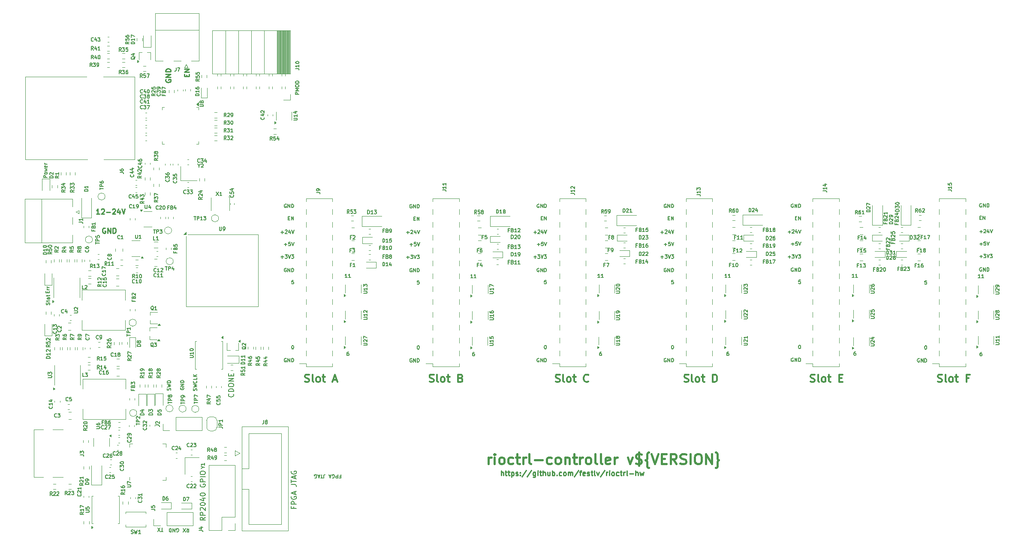
<source format=gto>
G04 #@! TF.GenerationSoftware,KiCad,Pcbnew,8.0.4*
G04 #@! TF.CreationDate,2024-08-29T22:42:34+03:00*
G04 #@! TF.ProjectId,rioctrl-controller,72696f63-7472-46c2-9d63-6f6e74726f6c,rev?*
G04 #@! TF.SameCoordinates,Original*
G04 #@! TF.FileFunction,Legend,Top*
G04 #@! TF.FilePolarity,Positive*
%FSLAX46Y46*%
G04 Gerber Fmt 4.6, Leading zero omitted, Abs format (unit mm)*
G04 Created by KiCad (PCBNEW 8.0.4) date 2024-08-29 22:42:34*
%MOMM*%
%LPD*%
G01*
G04 APERTURE LIST*
%ADD10C,0.175000*%
%ADD11C,0.300000*%
%ADD12C,0.150000*%
%ADD13C,0.250000*%
%ADD14C,0.200000*%
%ADD15C,0.400000*%
%ADD16C,0.120000*%
%ADD17C,0.100000*%
G04 APERTURE END LIST*
D10*
X157798465Y-88555233D02*
X157465131Y-88555233D01*
X157465131Y-88555233D02*
X157431798Y-88888566D01*
X157431798Y-88888566D02*
X157465131Y-88855233D01*
X157465131Y-88855233D02*
X157531798Y-88821900D01*
X157531798Y-88821900D02*
X157698465Y-88821900D01*
X157698465Y-88821900D02*
X157765131Y-88855233D01*
X157765131Y-88855233D02*
X157798465Y-88888566D01*
X157798465Y-88888566D02*
X157831798Y-88955233D01*
X157831798Y-88955233D02*
X157831798Y-89121900D01*
X157831798Y-89121900D02*
X157798465Y-89188566D01*
X157798465Y-89188566D02*
X157765131Y-89221900D01*
X157765131Y-89221900D02*
X157698465Y-89255233D01*
X157698465Y-89255233D02*
X157531798Y-89255233D01*
X157531798Y-89255233D02*
X157465131Y-89221900D01*
X157465131Y-89221900D02*
X157431798Y-89188566D01*
D11*
X110157143Y-108579400D02*
X110371429Y-108650828D01*
X110371429Y-108650828D02*
X110728571Y-108650828D01*
X110728571Y-108650828D02*
X110871429Y-108579400D01*
X110871429Y-108579400D02*
X110942857Y-108507971D01*
X110942857Y-108507971D02*
X111014286Y-108365114D01*
X111014286Y-108365114D02*
X111014286Y-108222257D01*
X111014286Y-108222257D02*
X110942857Y-108079400D01*
X110942857Y-108079400D02*
X110871429Y-108007971D01*
X110871429Y-108007971D02*
X110728571Y-107936542D01*
X110728571Y-107936542D02*
X110442857Y-107865114D01*
X110442857Y-107865114D02*
X110300000Y-107793685D01*
X110300000Y-107793685D02*
X110228571Y-107722257D01*
X110228571Y-107722257D02*
X110157143Y-107579400D01*
X110157143Y-107579400D02*
X110157143Y-107436542D01*
X110157143Y-107436542D02*
X110228571Y-107293685D01*
X110228571Y-107293685D02*
X110300000Y-107222257D01*
X110300000Y-107222257D02*
X110442857Y-107150828D01*
X110442857Y-107150828D02*
X110800000Y-107150828D01*
X110800000Y-107150828D02*
X111014286Y-107222257D01*
X111871428Y-108650828D02*
X111728571Y-108579400D01*
X111728571Y-108579400D02*
X111657142Y-108436542D01*
X111657142Y-108436542D02*
X111657142Y-107150828D01*
X112657142Y-108650828D02*
X112514285Y-108579400D01*
X112514285Y-108579400D02*
X112442856Y-108507971D01*
X112442856Y-108507971D02*
X112371428Y-108365114D01*
X112371428Y-108365114D02*
X112371428Y-107936542D01*
X112371428Y-107936542D02*
X112442856Y-107793685D01*
X112442856Y-107793685D02*
X112514285Y-107722257D01*
X112514285Y-107722257D02*
X112657142Y-107650828D01*
X112657142Y-107650828D02*
X112871428Y-107650828D01*
X112871428Y-107650828D02*
X113014285Y-107722257D01*
X113014285Y-107722257D02*
X113085714Y-107793685D01*
X113085714Y-107793685D02*
X113157142Y-107936542D01*
X113157142Y-107936542D02*
X113157142Y-108365114D01*
X113157142Y-108365114D02*
X113085714Y-108507971D01*
X113085714Y-108507971D02*
X113014285Y-108579400D01*
X113014285Y-108579400D02*
X112871428Y-108650828D01*
X112871428Y-108650828D02*
X112657142Y-108650828D01*
X113585714Y-107650828D02*
X114157142Y-107650828D01*
X113799999Y-107150828D02*
X113799999Y-108436542D01*
X113799999Y-108436542D02*
X113871428Y-108579400D01*
X113871428Y-108579400D02*
X114014285Y-108650828D01*
X114014285Y-108650828D02*
X114157142Y-108650828D01*
X115728571Y-108222257D02*
X116442857Y-108222257D01*
X115585714Y-108650828D02*
X116085714Y-107150828D01*
X116085714Y-107150828D02*
X116585714Y-108650828D01*
X235107143Y-108579400D02*
X235321429Y-108650828D01*
X235321429Y-108650828D02*
X235678571Y-108650828D01*
X235678571Y-108650828D02*
X235821429Y-108579400D01*
X235821429Y-108579400D02*
X235892857Y-108507971D01*
X235892857Y-108507971D02*
X235964286Y-108365114D01*
X235964286Y-108365114D02*
X235964286Y-108222257D01*
X235964286Y-108222257D02*
X235892857Y-108079400D01*
X235892857Y-108079400D02*
X235821429Y-108007971D01*
X235821429Y-108007971D02*
X235678571Y-107936542D01*
X235678571Y-107936542D02*
X235392857Y-107865114D01*
X235392857Y-107865114D02*
X235250000Y-107793685D01*
X235250000Y-107793685D02*
X235178571Y-107722257D01*
X235178571Y-107722257D02*
X235107143Y-107579400D01*
X235107143Y-107579400D02*
X235107143Y-107436542D01*
X235107143Y-107436542D02*
X235178571Y-107293685D01*
X235178571Y-107293685D02*
X235250000Y-107222257D01*
X235250000Y-107222257D02*
X235392857Y-107150828D01*
X235392857Y-107150828D02*
X235750000Y-107150828D01*
X235750000Y-107150828D02*
X235964286Y-107222257D01*
X236821428Y-108650828D02*
X236678571Y-108579400D01*
X236678571Y-108579400D02*
X236607142Y-108436542D01*
X236607142Y-108436542D02*
X236607142Y-107150828D01*
X237607142Y-108650828D02*
X237464285Y-108579400D01*
X237464285Y-108579400D02*
X237392856Y-108507971D01*
X237392856Y-108507971D02*
X237321428Y-108365114D01*
X237321428Y-108365114D02*
X237321428Y-107936542D01*
X237321428Y-107936542D02*
X237392856Y-107793685D01*
X237392856Y-107793685D02*
X237464285Y-107722257D01*
X237464285Y-107722257D02*
X237607142Y-107650828D01*
X237607142Y-107650828D02*
X237821428Y-107650828D01*
X237821428Y-107650828D02*
X237964285Y-107722257D01*
X237964285Y-107722257D02*
X238035714Y-107793685D01*
X238035714Y-107793685D02*
X238107142Y-107936542D01*
X238107142Y-107936542D02*
X238107142Y-108365114D01*
X238107142Y-108365114D02*
X238035714Y-108507971D01*
X238035714Y-108507971D02*
X237964285Y-108579400D01*
X237964285Y-108579400D02*
X237821428Y-108650828D01*
X237821428Y-108650828D02*
X237607142Y-108650828D01*
X238535714Y-107650828D02*
X239107142Y-107650828D01*
X238749999Y-107150828D02*
X238749999Y-108436542D01*
X238749999Y-108436542D02*
X238821428Y-108579400D01*
X238821428Y-108579400D02*
X238964285Y-108650828D01*
X238964285Y-108650828D02*
X239107142Y-108650828D01*
X241249999Y-107865114D02*
X240749999Y-107865114D01*
X240749999Y-108650828D02*
X240749999Y-107150828D01*
X240749999Y-107150828D02*
X241464285Y-107150828D01*
D10*
X218881797Y-102655233D02*
X218748464Y-102655233D01*
X218748464Y-102655233D02*
X218681797Y-102688566D01*
X218681797Y-102688566D02*
X218648464Y-102721900D01*
X218648464Y-102721900D02*
X218581797Y-102821900D01*
X218581797Y-102821900D02*
X218548464Y-102955233D01*
X218548464Y-102955233D02*
X218548464Y-103221900D01*
X218548464Y-103221900D02*
X218581797Y-103288566D01*
X218581797Y-103288566D02*
X218615131Y-103321900D01*
X218615131Y-103321900D02*
X218681797Y-103355233D01*
X218681797Y-103355233D02*
X218815131Y-103355233D01*
X218815131Y-103355233D02*
X218881797Y-103321900D01*
X218881797Y-103321900D02*
X218915131Y-103288566D01*
X218915131Y-103288566D02*
X218948464Y-103221900D01*
X218948464Y-103221900D02*
X218948464Y-103055233D01*
X218948464Y-103055233D02*
X218915131Y-102988566D01*
X218915131Y-102988566D02*
X218881797Y-102955233D01*
X218881797Y-102955233D02*
X218815131Y-102921900D01*
X218815131Y-102921900D02*
X218681797Y-102921900D01*
X218681797Y-102921900D02*
X218615131Y-102955233D01*
X218615131Y-102955233D02*
X218581797Y-102988566D01*
X218581797Y-102988566D02*
X218548464Y-103055233D01*
D11*
X134750000Y-108579400D02*
X134964286Y-108650828D01*
X134964286Y-108650828D02*
X135321428Y-108650828D01*
X135321428Y-108650828D02*
X135464286Y-108579400D01*
X135464286Y-108579400D02*
X135535714Y-108507971D01*
X135535714Y-108507971D02*
X135607143Y-108365114D01*
X135607143Y-108365114D02*
X135607143Y-108222257D01*
X135607143Y-108222257D02*
X135535714Y-108079400D01*
X135535714Y-108079400D02*
X135464286Y-108007971D01*
X135464286Y-108007971D02*
X135321428Y-107936542D01*
X135321428Y-107936542D02*
X135035714Y-107865114D01*
X135035714Y-107865114D02*
X134892857Y-107793685D01*
X134892857Y-107793685D02*
X134821428Y-107722257D01*
X134821428Y-107722257D02*
X134750000Y-107579400D01*
X134750000Y-107579400D02*
X134750000Y-107436542D01*
X134750000Y-107436542D02*
X134821428Y-107293685D01*
X134821428Y-107293685D02*
X134892857Y-107222257D01*
X134892857Y-107222257D02*
X135035714Y-107150828D01*
X135035714Y-107150828D02*
X135392857Y-107150828D01*
X135392857Y-107150828D02*
X135607143Y-107222257D01*
X136464285Y-108650828D02*
X136321428Y-108579400D01*
X136321428Y-108579400D02*
X136249999Y-108436542D01*
X136249999Y-108436542D02*
X136249999Y-107150828D01*
X137249999Y-108650828D02*
X137107142Y-108579400D01*
X137107142Y-108579400D02*
X137035713Y-108507971D01*
X137035713Y-108507971D02*
X136964285Y-108365114D01*
X136964285Y-108365114D02*
X136964285Y-107936542D01*
X136964285Y-107936542D02*
X137035713Y-107793685D01*
X137035713Y-107793685D02*
X137107142Y-107722257D01*
X137107142Y-107722257D02*
X137249999Y-107650828D01*
X137249999Y-107650828D02*
X137464285Y-107650828D01*
X137464285Y-107650828D02*
X137607142Y-107722257D01*
X137607142Y-107722257D02*
X137678571Y-107793685D01*
X137678571Y-107793685D02*
X137749999Y-107936542D01*
X137749999Y-107936542D02*
X137749999Y-108365114D01*
X137749999Y-108365114D02*
X137678571Y-108507971D01*
X137678571Y-108507971D02*
X137607142Y-108579400D01*
X137607142Y-108579400D02*
X137464285Y-108650828D01*
X137464285Y-108650828D02*
X137249999Y-108650828D01*
X138178571Y-107650828D02*
X138749999Y-107650828D01*
X138392856Y-107150828D02*
X138392856Y-108436542D01*
X138392856Y-108436542D02*
X138464285Y-108579400D01*
X138464285Y-108579400D02*
X138607142Y-108650828D01*
X138607142Y-108650828D02*
X138749999Y-108650828D01*
X140892856Y-107865114D02*
X141107142Y-107936542D01*
X141107142Y-107936542D02*
X141178571Y-108007971D01*
X141178571Y-108007971D02*
X141249999Y-108150828D01*
X141249999Y-108150828D02*
X141249999Y-108365114D01*
X141249999Y-108365114D02*
X141178571Y-108507971D01*
X141178571Y-108507971D02*
X141107142Y-108579400D01*
X141107142Y-108579400D02*
X140964285Y-108650828D01*
X140964285Y-108650828D02*
X140392856Y-108650828D01*
X140392856Y-108650828D02*
X140392856Y-107150828D01*
X140392856Y-107150828D02*
X140892856Y-107150828D01*
X140892856Y-107150828D02*
X141035714Y-107222257D01*
X141035714Y-107222257D02*
X141107142Y-107293685D01*
X141107142Y-107293685D02*
X141178571Y-107436542D01*
X141178571Y-107436542D02*
X141178571Y-107579400D01*
X141178571Y-107579400D02*
X141107142Y-107722257D01*
X141107142Y-107722257D02*
X141035714Y-107793685D01*
X141035714Y-107793685D02*
X140892856Y-107865114D01*
X140892856Y-107865114D02*
X140392856Y-107865114D01*
D12*
X108956533Y-51834649D02*
X108256533Y-51834649D01*
X108256533Y-51834649D02*
X108256533Y-51567982D01*
X108256533Y-51567982D02*
X108289866Y-51501316D01*
X108289866Y-51501316D02*
X108323200Y-51467982D01*
X108323200Y-51467982D02*
X108389866Y-51434649D01*
X108389866Y-51434649D02*
X108489866Y-51434649D01*
X108489866Y-51434649D02*
X108556533Y-51467982D01*
X108556533Y-51467982D02*
X108589866Y-51501316D01*
X108589866Y-51501316D02*
X108623200Y-51567982D01*
X108623200Y-51567982D02*
X108623200Y-51834649D01*
X108956533Y-51134649D02*
X108256533Y-51134649D01*
X108256533Y-51134649D02*
X108756533Y-50901316D01*
X108756533Y-50901316D02*
X108256533Y-50667982D01*
X108256533Y-50667982D02*
X108956533Y-50667982D01*
X108256533Y-50201316D02*
X108256533Y-50067982D01*
X108256533Y-50067982D02*
X108289866Y-50001316D01*
X108289866Y-50001316D02*
X108356533Y-49934649D01*
X108356533Y-49934649D02*
X108489866Y-49901316D01*
X108489866Y-49901316D02*
X108723200Y-49901316D01*
X108723200Y-49901316D02*
X108856533Y-49934649D01*
X108856533Y-49934649D02*
X108923200Y-50001316D01*
X108923200Y-50001316D02*
X108956533Y-50067982D01*
X108956533Y-50067982D02*
X108956533Y-50201316D01*
X108956533Y-50201316D02*
X108923200Y-50267982D01*
X108923200Y-50267982D02*
X108856533Y-50334649D01*
X108856533Y-50334649D02*
X108723200Y-50367982D01*
X108723200Y-50367982D02*
X108489866Y-50367982D01*
X108489866Y-50367982D02*
X108356533Y-50334649D01*
X108356533Y-50334649D02*
X108289866Y-50267982D01*
X108289866Y-50267982D02*
X108256533Y-50201316D01*
X108956533Y-49601316D02*
X108256533Y-49601316D01*
X108256533Y-49601316D02*
X108256533Y-49434649D01*
X108256533Y-49434649D02*
X108289866Y-49334649D01*
X108289866Y-49334649D02*
X108356533Y-49267983D01*
X108356533Y-49267983D02*
X108423200Y-49234649D01*
X108423200Y-49234649D02*
X108556533Y-49201316D01*
X108556533Y-49201316D02*
X108656533Y-49201316D01*
X108656533Y-49201316D02*
X108789866Y-49234649D01*
X108789866Y-49234649D02*
X108856533Y-49267983D01*
X108856533Y-49267983D02*
X108923200Y-49334649D01*
X108923200Y-49334649D02*
X108956533Y-49434649D01*
X108956533Y-49434649D02*
X108956533Y-49601316D01*
D10*
X182698465Y-101405233D02*
X182765131Y-101405233D01*
X182765131Y-101405233D02*
X182831798Y-101438566D01*
X182831798Y-101438566D02*
X182865131Y-101471900D01*
X182865131Y-101471900D02*
X182898465Y-101538566D01*
X182898465Y-101538566D02*
X182931798Y-101671900D01*
X182931798Y-101671900D02*
X182931798Y-101838566D01*
X182931798Y-101838566D02*
X182898465Y-101971900D01*
X182898465Y-101971900D02*
X182865131Y-102038566D01*
X182865131Y-102038566D02*
X182831798Y-102071900D01*
X182831798Y-102071900D02*
X182765131Y-102105233D01*
X182765131Y-102105233D02*
X182698465Y-102105233D01*
X182698465Y-102105233D02*
X182631798Y-102071900D01*
X182631798Y-102071900D02*
X182598465Y-102038566D01*
X182598465Y-102038566D02*
X182565131Y-101971900D01*
X182565131Y-101971900D02*
X182531798Y-101838566D01*
X182531798Y-101838566D02*
X182531798Y-101671900D01*
X182531798Y-101671900D02*
X182565131Y-101538566D01*
X182565131Y-101538566D02*
X182598465Y-101471900D01*
X182598465Y-101471900D02*
X182631798Y-101438566D01*
X182631798Y-101438566D02*
X182698465Y-101405233D01*
D12*
X82134649Y-138143466D02*
X81734649Y-138143466D01*
X81934649Y-137443466D02*
X81934649Y-138143466D01*
X81567983Y-138143466D02*
X81101316Y-137443466D01*
X81101316Y-138143466D02*
X81567983Y-137443466D01*
D10*
X206565132Y-103938566D02*
X206498465Y-103905233D01*
X206498465Y-103905233D02*
X206398465Y-103905233D01*
X206398465Y-103905233D02*
X206298465Y-103938566D01*
X206298465Y-103938566D02*
X206231799Y-104005233D01*
X206231799Y-104005233D02*
X206198465Y-104071900D01*
X206198465Y-104071900D02*
X206165132Y-104205233D01*
X206165132Y-104205233D02*
X206165132Y-104305233D01*
X206165132Y-104305233D02*
X206198465Y-104438566D01*
X206198465Y-104438566D02*
X206231799Y-104505233D01*
X206231799Y-104505233D02*
X206298465Y-104571900D01*
X206298465Y-104571900D02*
X206398465Y-104605233D01*
X206398465Y-104605233D02*
X206465132Y-104605233D01*
X206465132Y-104605233D02*
X206565132Y-104571900D01*
X206565132Y-104571900D02*
X206598465Y-104538566D01*
X206598465Y-104538566D02*
X206598465Y-104305233D01*
X206598465Y-104305233D02*
X206465132Y-104305233D01*
X206898465Y-104605233D02*
X206898465Y-103905233D01*
X206898465Y-103905233D02*
X207298465Y-104605233D01*
X207298465Y-104605233D02*
X207298465Y-103905233D01*
X207631798Y-104605233D02*
X207631798Y-103905233D01*
X207631798Y-103905233D02*
X207798465Y-103905233D01*
X207798465Y-103905233D02*
X207898465Y-103938566D01*
X207898465Y-103938566D02*
X207965132Y-104005233D01*
X207965132Y-104005233D02*
X207998465Y-104071900D01*
X207998465Y-104071900D02*
X208031798Y-104205233D01*
X208031798Y-104205233D02*
X208031798Y-104305233D01*
X208031798Y-104305233D02*
X207998465Y-104438566D01*
X207998465Y-104438566D02*
X207965132Y-104505233D01*
X207965132Y-104505233D02*
X207898465Y-104571900D01*
X207898465Y-104571900D02*
X207798465Y-104605233D01*
X207798465Y-104605233D02*
X207631798Y-104605233D01*
X107698465Y-101405233D02*
X107765131Y-101405233D01*
X107765131Y-101405233D02*
X107831798Y-101438566D01*
X107831798Y-101438566D02*
X107865131Y-101471900D01*
X107865131Y-101471900D02*
X107898465Y-101538566D01*
X107898465Y-101538566D02*
X107931798Y-101671900D01*
X107931798Y-101671900D02*
X107931798Y-101838566D01*
X107931798Y-101838566D02*
X107898465Y-101971900D01*
X107898465Y-101971900D02*
X107865131Y-102038566D01*
X107865131Y-102038566D02*
X107831798Y-102071900D01*
X107831798Y-102071900D02*
X107765131Y-102105233D01*
X107765131Y-102105233D02*
X107698465Y-102105233D01*
X107698465Y-102105233D02*
X107631798Y-102071900D01*
X107631798Y-102071900D02*
X107598465Y-102038566D01*
X107598465Y-102038566D02*
X107565131Y-101971900D01*
X107565131Y-101971900D02*
X107531798Y-101838566D01*
X107531798Y-101838566D02*
X107531798Y-101671900D01*
X107531798Y-101671900D02*
X107565131Y-101538566D01*
X107565131Y-101538566D02*
X107598465Y-101471900D01*
X107598465Y-101471900D02*
X107631798Y-101438566D01*
X107631798Y-101438566D02*
X107698465Y-101405233D01*
D13*
X69576377Y-75464619D02*
X69004949Y-75464619D01*
X69290663Y-75464619D02*
X69290663Y-74464619D01*
X69290663Y-74464619D02*
X69195425Y-74607476D01*
X69195425Y-74607476D02*
X69100187Y-74702714D01*
X69100187Y-74702714D02*
X69004949Y-74750333D01*
X69957330Y-74559857D02*
X70004949Y-74512238D01*
X70004949Y-74512238D02*
X70100187Y-74464619D01*
X70100187Y-74464619D02*
X70338282Y-74464619D01*
X70338282Y-74464619D02*
X70433520Y-74512238D01*
X70433520Y-74512238D02*
X70481139Y-74559857D01*
X70481139Y-74559857D02*
X70528758Y-74655095D01*
X70528758Y-74655095D02*
X70528758Y-74750333D01*
X70528758Y-74750333D02*
X70481139Y-74893190D01*
X70481139Y-74893190D02*
X69909711Y-75464619D01*
X69909711Y-75464619D02*
X70528758Y-75464619D01*
X70957330Y-75083666D02*
X71719235Y-75083666D01*
X72147806Y-74559857D02*
X72195425Y-74512238D01*
X72195425Y-74512238D02*
X72290663Y-74464619D01*
X72290663Y-74464619D02*
X72528758Y-74464619D01*
X72528758Y-74464619D02*
X72623996Y-74512238D01*
X72623996Y-74512238D02*
X72671615Y-74559857D01*
X72671615Y-74559857D02*
X72719234Y-74655095D01*
X72719234Y-74655095D02*
X72719234Y-74750333D01*
X72719234Y-74750333D02*
X72671615Y-74893190D01*
X72671615Y-74893190D02*
X72100187Y-75464619D01*
X72100187Y-75464619D02*
X72719234Y-75464619D01*
X73576377Y-74797952D02*
X73576377Y-75464619D01*
X73338282Y-74417000D02*
X73100187Y-75131285D01*
X73100187Y-75131285D02*
X73719234Y-75131285D01*
X73957330Y-74464619D02*
X74290663Y-75464619D01*
X74290663Y-75464619D02*
X74623996Y-74464619D01*
D12*
X117001316Y-127260133D02*
X117234649Y-127260133D01*
X117234649Y-126893466D02*
X117234649Y-127593466D01*
X117234649Y-127593466D02*
X116901316Y-127593466D01*
X116634649Y-126893466D02*
X116634649Y-127593466D01*
X116634649Y-127593466D02*
X116367982Y-127593466D01*
X116367982Y-127593466D02*
X116301316Y-127560133D01*
X116301316Y-127560133D02*
X116267982Y-127526800D01*
X116267982Y-127526800D02*
X116234649Y-127460133D01*
X116234649Y-127460133D02*
X116234649Y-127360133D01*
X116234649Y-127360133D02*
X116267982Y-127293466D01*
X116267982Y-127293466D02*
X116301316Y-127260133D01*
X116301316Y-127260133D02*
X116367982Y-127226800D01*
X116367982Y-127226800D02*
X116634649Y-127226800D01*
X115567982Y-127560133D02*
X115634649Y-127593466D01*
X115634649Y-127593466D02*
X115734649Y-127593466D01*
X115734649Y-127593466D02*
X115834649Y-127560133D01*
X115834649Y-127560133D02*
X115901316Y-127493466D01*
X115901316Y-127493466D02*
X115934649Y-127426800D01*
X115934649Y-127426800D02*
X115967982Y-127293466D01*
X115967982Y-127293466D02*
X115967982Y-127193466D01*
X115967982Y-127193466D02*
X115934649Y-127060133D01*
X115934649Y-127060133D02*
X115901316Y-126993466D01*
X115901316Y-126993466D02*
X115834649Y-126926800D01*
X115834649Y-126926800D02*
X115734649Y-126893466D01*
X115734649Y-126893466D02*
X115667982Y-126893466D01*
X115667982Y-126893466D02*
X115567982Y-126926800D01*
X115567982Y-126926800D02*
X115534649Y-126960133D01*
X115534649Y-126960133D02*
X115534649Y-127193466D01*
X115534649Y-127193466D02*
X115667982Y-127193466D01*
X115267982Y-127093466D02*
X114934649Y-127093466D01*
X115334649Y-126893466D02*
X115101316Y-127593466D01*
X115101316Y-127593466D02*
X114867982Y-126893466D01*
X113901316Y-127593466D02*
X113901316Y-127093466D01*
X113901316Y-127093466D02*
X113934649Y-126993466D01*
X113934649Y-126993466D02*
X114001316Y-126926800D01*
X114001316Y-126926800D02*
X114101316Y-126893466D01*
X114101316Y-126893466D02*
X114167983Y-126893466D01*
X113667983Y-127593466D02*
X113267983Y-127593466D01*
X113467983Y-126893466D02*
X113467983Y-127593466D01*
X113067983Y-127093466D02*
X112734650Y-127093466D01*
X113134650Y-126893466D02*
X112901317Y-127593466D01*
X112901317Y-127593466D02*
X112667983Y-126893466D01*
X112067983Y-127560133D02*
X112134650Y-127593466D01*
X112134650Y-127593466D02*
X112234650Y-127593466D01*
X112234650Y-127593466D02*
X112334650Y-127560133D01*
X112334650Y-127560133D02*
X112401317Y-127493466D01*
X112401317Y-127493466D02*
X112434650Y-127426800D01*
X112434650Y-127426800D02*
X112467983Y-127293466D01*
X112467983Y-127293466D02*
X112467983Y-127193466D01*
X112467983Y-127193466D02*
X112434650Y-127060133D01*
X112434650Y-127060133D02*
X112401317Y-126993466D01*
X112401317Y-126993466D02*
X112334650Y-126926800D01*
X112334650Y-126926800D02*
X112234650Y-126893466D01*
X112234650Y-126893466D02*
X112167983Y-126893466D01*
X112167983Y-126893466D02*
X112067983Y-126926800D01*
X112067983Y-126926800D02*
X112034650Y-126960133D01*
X112034650Y-126960133D02*
X112034650Y-127193466D01*
X112034650Y-127193466D02*
X112167983Y-127193466D01*
D10*
X243498464Y-88055233D02*
X243098464Y-88055233D01*
X243298464Y-88055233D02*
X243298464Y-87355233D01*
X243298464Y-87355233D02*
X243231797Y-87455233D01*
X243231797Y-87455233D02*
X243165131Y-87521900D01*
X243165131Y-87521900D02*
X243098464Y-87555233D01*
X244165131Y-88055233D02*
X243765131Y-88055233D01*
X243965131Y-88055233D02*
X243965131Y-87355233D01*
X243965131Y-87355233D02*
X243898464Y-87455233D01*
X243898464Y-87455233D02*
X243831798Y-87521900D01*
X243831798Y-87521900D02*
X243765131Y-87555233D01*
X193781797Y-102705233D02*
X193648464Y-102705233D01*
X193648464Y-102705233D02*
X193581797Y-102738566D01*
X193581797Y-102738566D02*
X193548464Y-102771900D01*
X193548464Y-102771900D02*
X193481797Y-102871900D01*
X193481797Y-102871900D02*
X193448464Y-103005233D01*
X193448464Y-103005233D02*
X193448464Y-103271900D01*
X193448464Y-103271900D02*
X193481797Y-103338566D01*
X193481797Y-103338566D02*
X193515131Y-103371900D01*
X193515131Y-103371900D02*
X193581797Y-103405233D01*
X193581797Y-103405233D02*
X193715131Y-103405233D01*
X193715131Y-103405233D02*
X193781797Y-103371900D01*
X193781797Y-103371900D02*
X193815131Y-103338566D01*
X193815131Y-103338566D02*
X193848464Y-103271900D01*
X193848464Y-103271900D02*
X193848464Y-103105233D01*
X193848464Y-103105233D02*
X193815131Y-103038566D01*
X193815131Y-103038566D02*
X193781797Y-103005233D01*
X193781797Y-103005233D02*
X193715131Y-102971900D01*
X193715131Y-102971900D02*
X193581797Y-102971900D01*
X193581797Y-102971900D02*
X193515131Y-103005233D01*
X193515131Y-103005233D02*
X193481797Y-103038566D01*
X193481797Y-103038566D02*
X193448464Y-103105233D01*
X155331797Y-79038566D02*
X155865131Y-79038566D01*
X155598464Y-79305233D02*
X155598464Y-78771900D01*
X156165131Y-78671900D02*
X156198464Y-78638566D01*
X156198464Y-78638566D02*
X156265131Y-78605233D01*
X156265131Y-78605233D02*
X156431798Y-78605233D01*
X156431798Y-78605233D02*
X156498464Y-78638566D01*
X156498464Y-78638566D02*
X156531798Y-78671900D01*
X156531798Y-78671900D02*
X156565131Y-78738566D01*
X156565131Y-78738566D02*
X156565131Y-78805233D01*
X156565131Y-78805233D02*
X156531798Y-78905233D01*
X156531798Y-78905233D02*
X156131798Y-79305233D01*
X156131798Y-79305233D02*
X156565131Y-79305233D01*
X157165131Y-78838566D02*
X157165131Y-79305233D01*
X156998465Y-78571900D02*
X156831798Y-79071900D01*
X156831798Y-79071900D02*
X157265131Y-79071900D01*
X157431798Y-78605233D02*
X157665132Y-79305233D01*
X157665132Y-79305233D02*
X157898465Y-78605233D01*
X181098464Y-81438566D02*
X181631798Y-81438566D01*
X181365131Y-81705233D02*
X181365131Y-81171900D01*
X182298465Y-81005233D02*
X181965131Y-81005233D01*
X181965131Y-81005233D02*
X181931798Y-81338566D01*
X181931798Y-81338566D02*
X181965131Y-81305233D01*
X181965131Y-81305233D02*
X182031798Y-81271900D01*
X182031798Y-81271900D02*
X182198465Y-81271900D01*
X182198465Y-81271900D02*
X182265131Y-81305233D01*
X182265131Y-81305233D02*
X182298465Y-81338566D01*
X182298465Y-81338566D02*
X182331798Y-81405233D01*
X182331798Y-81405233D02*
X182331798Y-81571900D01*
X182331798Y-81571900D02*
X182298465Y-81638566D01*
X182298465Y-81638566D02*
X182265131Y-81671900D01*
X182265131Y-81671900D02*
X182198465Y-81705233D01*
X182198465Y-81705233D02*
X182031798Y-81705233D01*
X182031798Y-81705233D02*
X181965131Y-81671900D01*
X181965131Y-81671900D02*
X181931798Y-81638566D01*
X182531798Y-81005233D02*
X182765132Y-81705233D01*
X182765132Y-81705233D02*
X182998465Y-81005233D01*
X206965132Y-76238566D02*
X207198466Y-76238566D01*
X207298466Y-76605233D02*
X206965132Y-76605233D01*
X206965132Y-76605233D02*
X206965132Y-75905233D01*
X206965132Y-75905233D02*
X207298466Y-75905233D01*
X207598465Y-76605233D02*
X207598465Y-75905233D01*
X207598465Y-75905233D02*
X207998465Y-76605233D01*
X207998465Y-76605233D02*
X207998465Y-75905233D01*
D12*
X86834649Y-137543466D02*
X87067982Y-137876800D01*
X87234649Y-137543466D02*
X87234649Y-138243466D01*
X87234649Y-138243466D02*
X86967982Y-138243466D01*
X86967982Y-138243466D02*
X86901316Y-138210133D01*
X86901316Y-138210133D02*
X86867982Y-138176800D01*
X86867982Y-138176800D02*
X86834649Y-138110133D01*
X86834649Y-138110133D02*
X86834649Y-138010133D01*
X86834649Y-138010133D02*
X86867982Y-137943466D01*
X86867982Y-137943466D02*
X86901316Y-137910133D01*
X86901316Y-137910133D02*
X86967982Y-137876800D01*
X86967982Y-137876800D02*
X87234649Y-137876800D01*
X86601316Y-138243466D02*
X86134649Y-137543466D01*
X86134649Y-138243466D02*
X86601316Y-137543466D01*
D10*
X206565132Y-86138566D02*
X206498465Y-86105233D01*
X206498465Y-86105233D02*
X206398465Y-86105233D01*
X206398465Y-86105233D02*
X206298465Y-86138566D01*
X206298465Y-86138566D02*
X206231799Y-86205233D01*
X206231799Y-86205233D02*
X206198465Y-86271900D01*
X206198465Y-86271900D02*
X206165132Y-86405233D01*
X206165132Y-86405233D02*
X206165132Y-86505233D01*
X206165132Y-86505233D02*
X206198465Y-86638566D01*
X206198465Y-86638566D02*
X206231799Y-86705233D01*
X206231799Y-86705233D02*
X206298465Y-86771900D01*
X206298465Y-86771900D02*
X206398465Y-86805233D01*
X206398465Y-86805233D02*
X206465132Y-86805233D01*
X206465132Y-86805233D02*
X206565132Y-86771900D01*
X206565132Y-86771900D02*
X206598465Y-86738566D01*
X206598465Y-86738566D02*
X206598465Y-86505233D01*
X206598465Y-86505233D02*
X206465132Y-86505233D01*
X206898465Y-86805233D02*
X206898465Y-86105233D01*
X206898465Y-86105233D02*
X207298465Y-86805233D01*
X207298465Y-86805233D02*
X207298465Y-86105233D01*
X207631798Y-86805233D02*
X207631798Y-86105233D01*
X207631798Y-86105233D02*
X207798465Y-86105233D01*
X207798465Y-86105233D02*
X207898465Y-86138566D01*
X207898465Y-86138566D02*
X207965132Y-86205233D01*
X207965132Y-86205233D02*
X207998465Y-86271900D01*
X207998465Y-86271900D02*
X208031798Y-86405233D01*
X208031798Y-86405233D02*
X208031798Y-86505233D01*
X208031798Y-86505233D02*
X207998465Y-86638566D01*
X207998465Y-86638566D02*
X207965132Y-86705233D01*
X207965132Y-86705233D02*
X207898465Y-86771900D01*
X207898465Y-86771900D02*
X207798465Y-86805233D01*
X207798465Y-86805233D02*
X207631798Y-86805233D01*
X218598464Y-87955233D02*
X218198464Y-87955233D01*
X218398464Y-87955233D02*
X218398464Y-87255233D01*
X218398464Y-87255233D02*
X218331797Y-87355233D01*
X218331797Y-87355233D02*
X218265131Y-87421900D01*
X218265131Y-87421900D02*
X218198464Y-87455233D01*
X219265131Y-87955233D02*
X218865131Y-87955233D01*
X219065131Y-87955233D02*
X219065131Y-87255233D01*
X219065131Y-87255233D02*
X218998464Y-87355233D01*
X218998464Y-87355233D02*
X218931798Y-87421900D01*
X218931798Y-87421900D02*
X218865131Y-87455233D01*
X156365132Y-73538566D02*
X156298465Y-73505233D01*
X156298465Y-73505233D02*
X156198465Y-73505233D01*
X156198465Y-73505233D02*
X156098465Y-73538566D01*
X156098465Y-73538566D02*
X156031799Y-73605233D01*
X156031799Y-73605233D02*
X155998465Y-73671900D01*
X155998465Y-73671900D02*
X155965132Y-73805233D01*
X155965132Y-73805233D02*
X155965132Y-73905233D01*
X155965132Y-73905233D02*
X155998465Y-74038566D01*
X155998465Y-74038566D02*
X156031799Y-74105233D01*
X156031799Y-74105233D02*
X156098465Y-74171900D01*
X156098465Y-74171900D02*
X156198465Y-74205233D01*
X156198465Y-74205233D02*
X156265132Y-74205233D01*
X156265132Y-74205233D02*
X156365132Y-74171900D01*
X156365132Y-74171900D02*
X156398465Y-74138566D01*
X156398465Y-74138566D02*
X156398465Y-73905233D01*
X156398465Y-73905233D02*
X156265132Y-73905233D01*
X156698465Y-74205233D02*
X156698465Y-73505233D01*
X156698465Y-73505233D02*
X157098465Y-74205233D01*
X157098465Y-74205233D02*
X157098465Y-73505233D01*
X157431798Y-74205233D02*
X157431798Y-73505233D01*
X157431798Y-73505233D02*
X157598465Y-73505233D01*
X157598465Y-73505233D02*
X157698465Y-73538566D01*
X157698465Y-73538566D02*
X157765132Y-73605233D01*
X157765132Y-73605233D02*
X157798465Y-73671900D01*
X157798465Y-73671900D02*
X157831798Y-73805233D01*
X157831798Y-73805233D02*
X157831798Y-73905233D01*
X157831798Y-73905233D02*
X157798465Y-74038566D01*
X157798465Y-74038566D02*
X157765132Y-74105233D01*
X157765132Y-74105233D02*
X157698465Y-74171900D01*
X157698465Y-74171900D02*
X157598465Y-74205233D01*
X157598465Y-74205233D02*
X157431798Y-74205233D01*
D12*
X85589866Y-109767982D02*
X85556533Y-109834649D01*
X85556533Y-109834649D02*
X85556533Y-109934649D01*
X85556533Y-109934649D02*
X85589866Y-110034649D01*
X85589866Y-110034649D02*
X85656533Y-110101316D01*
X85656533Y-110101316D02*
X85723200Y-110134649D01*
X85723200Y-110134649D02*
X85856533Y-110167982D01*
X85856533Y-110167982D02*
X85956533Y-110167982D01*
X85956533Y-110167982D02*
X86089866Y-110134649D01*
X86089866Y-110134649D02*
X86156533Y-110101316D01*
X86156533Y-110101316D02*
X86223200Y-110034649D01*
X86223200Y-110034649D02*
X86256533Y-109934649D01*
X86256533Y-109934649D02*
X86256533Y-109867982D01*
X86256533Y-109867982D02*
X86223200Y-109767982D01*
X86223200Y-109767982D02*
X86189866Y-109734649D01*
X86189866Y-109734649D02*
X85956533Y-109734649D01*
X85956533Y-109734649D02*
X85956533Y-109867982D01*
X86256533Y-109434649D02*
X85556533Y-109434649D01*
X85556533Y-109434649D02*
X86256533Y-109034649D01*
X86256533Y-109034649D02*
X85556533Y-109034649D01*
X86256533Y-108701316D02*
X85556533Y-108701316D01*
X85556533Y-108701316D02*
X85556533Y-108534649D01*
X85556533Y-108534649D02*
X85589866Y-108434649D01*
X85589866Y-108434649D02*
X85656533Y-108367983D01*
X85656533Y-108367983D02*
X85723200Y-108334649D01*
X85723200Y-108334649D02*
X85856533Y-108301316D01*
X85856533Y-108301316D02*
X85956533Y-108301316D01*
X85956533Y-108301316D02*
X86089866Y-108334649D01*
X86089866Y-108334649D02*
X86156533Y-108367983D01*
X86156533Y-108367983D02*
X86223200Y-108434649D01*
X86223200Y-108434649D02*
X86256533Y-108534649D01*
X86256533Y-108534649D02*
X86256533Y-108701316D01*
D10*
X157598465Y-101405233D02*
X157665131Y-101405233D01*
X157665131Y-101405233D02*
X157731798Y-101438566D01*
X157731798Y-101438566D02*
X157765131Y-101471900D01*
X157765131Y-101471900D02*
X157798465Y-101538566D01*
X157798465Y-101538566D02*
X157831798Y-101671900D01*
X157831798Y-101671900D02*
X157831798Y-101838566D01*
X157831798Y-101838566D02*
X157798465Y-101971900D01*
X157798465Y-101971900D02*
X157765131Y-102038566D01*
X157765131Y-102038566D02*
X157731798Y-102071900D01*
X157731798Y-102071900D02*
X157665131Y-102105233D01*
X157665131Y-102105233D02*
X157598465Y-102105233D01*
X157598465Y-102105233D02*
X157531798Y-102071900D01*
X157531798Y-102071900D02*
X157498465Y-102038566D01*
X157498465Y-102038566D02*
X157465131Y-101971900D01*
X157465131Y-101971900D02*
X157431798Y-101838566D01*
X157431798Y-101838566D02*
X157431798Y-101671900D01*
X157431798Y-101671900D02*
X157465131Y-101538566D01*
X157465131Y-101538566D02*
X157498465Y-101471900D01*
X157498465Y-101471900D02*
X157531798Y-101438566D01*
X157531798Y-101438566D02*
X157598465Y-101405233D01*
X130231797Y-83988566D02*
X130765131Y-83988566D01*
X130498464Y-84255233D02*
X130498464Y-83721900D01*
X131031798Y-83555233D02*
X131465131Y-83555233D01*
X131465131Y-83555233D02*
X131231798Y-83821900D01*
X131231798Y-83821900D02*
X131331798Y-83821900D01*
X131331798Y-83821900D02*
X131398464Y-83855233D01*
X131398464Y-83855233D02*
X131431798Y-83888566D01*
X131431798Y-83888566D02*
X131465131Y-83955233D01*
X131465131Y-83955233D02*
X131465131Y-84121900D01*
X131465131Y-84121900D02*
X131431798Y-84188566D01*
X131431798Y-84188566D02*
X131398464Y-84221900D01*
X131398464Y-84221900D02*
X131331798Y-84255233D01*
X131331798Y-84255233D02*
X131131798Y-84255233D01*
X131131798Y-84255233D02*
X131065131Y-84221900D01*
X131065131Y-84221900D02*
X131031798Y-84188566D01*
X131665131Y-83555233D02*
X131898465Y-84255233D01*
X131898465Y-84255233D02*
X132131798Y-83555233D01*
X132298465Y-83555233D02*
X132731798Y-83555233D01*
X132731798Y-83555233D02*
X132498465Y-83821900D01*
X132498465Y-83821900D02*
X132598465Y-83821900D01*
X132598465Y-83821900D02*
X132665131Y-83855233D01*
X132665131Y-83855233D02*
X132698465Y-83888566D01*
X132698465Y-83888566D02*
X132731798Y-83955233D01*
X132731798Y-83955233D02*
X132731798Y-84121900D01*
X132731798Y-84121900D02*
X132698465Y-84188566D01*
X132698465Y-84188566D02*
X132665131Y-84221900D01*
X132665131Y-84221900D02*
X132598465Y-84255233D01*
X132598465Y-84255233D02*
X132398465Y-84255233D01*
X132398465Y-84255233D02*
X132331798Y-84221900D01*
X132331798Y-84221900D02*
X132298465Y-84188566D01*
D14*
X107943409Y-133296993D02*
X107943409Y-133630326D01*
X108467219Y-133630326D02*
X107467219Y-133630326D01*
X107467219Y-133630326D02*
X107467219Y-133154136D01*
X108467219Y-132773183D02*
X107467219Y-132773183D01*
X107467219Y-132773183D02*
X107467219Y-132392231D01*
X107467219Y-132392231D02*
X107514838Y-132296993D01*
X107514838Y-132296993D02*
X107562457Y-132249374D01*
X107562457Y-132249374D02*
X107657695Y-132201755D01*
X107657695Y-132201755D02*
X107800552Y-132201755D01*
X107800552Y-132201755D02*
X107895790Y-132249374D01*
X107895790Y-132249374D02*
X107943409Y-132296993D01*
X107943409Y-132296993D02*
X107991028Y-132392231D01*
X107991028Y-132392231D02*
X107991028Y-132773183D01*
X107514838Y-131249374D02*
X107467219Y-131344612D01*
X107467219Y-131344612D02*
X107467219Y-131487469D01*
X107467219Y-131487469D02*
X107514838Y-131630326D01*
X107514838Y-131630326D02*
X107610076Y-131725564D01*
X107610076Y-131725564D02*
X107705314Y-131773183D01*
X107705314Y-131773183D02*
X107895790Y-131820802D01*
X107895790Y-131820802D02*
X108038647Y-131820802D01*
X108038647Y-131820802D02*
X108229123Y-131773183D01*
X108229123Y-131773183D02*
X108324361Y-131725564D01*
X108324361Y-131725564D02*
X108419600Y-131630326D01*
X108419600Y-131630326D02*
X108467219Y-131487469D01*
X108467219Y-131487469D02*
X108467219Y-131392231D01*
X108467219Y-131392231D02*
X108419600Y-131249374D01*
X108419600Y-131249374D02*
X108371980Y-131201755D01*
X108371980Y-131201755D02*
X108038647Y-131201755D01*
X108038647Y-131201755D02*
X108038647Y-131392231D01*
X108181504Y-130820802D02*
X108181504Y-130344612D01*
X108467219Y-130916040D02*
X107467219Y-130582707D01*
X107467219Y-130582707D02*
X108467219Y-130249374D01*
X107467219Y-128868421D02*
X108181504Y-128868421D01*
X108181504Y-128868421D02*
X108324361Y-128916040D01*
X108324361Y-128916040D02*
X108419600Y-129011278D01*
X108419600Y-129011278D02*
X108467219Y-129154135D01*
X108467219Y-129154135D02*
X108467219Y-129249373D01*
X107467219Y-128535087D02*
X107467219Y-127963659D01*
X108467219Y-128249373D02*
X107467219Y-128249373D01*
X108181504Y-127677944D02*
X108181504Y-127201754D01*
X108467219Y-127773182D02*
X107467219Y-127439849D01*
X107467219Y-127439849D02*
X108467219Y-127106516D01*
X107514838Y-126249373D02*
X107467219Y-126344611D01*
X107467219Y-126344611D02*
X107467219Y-126487468D01*
X107467219Y-126487468D02*
X107514838Y-126630325D01*
X107514838Y-126630325D02*
X107610076Y-126725563D01*
X107610076Y-126725563D02*
X107705314Y-126773182D01*
X107705314Y-126773182D02*
X107895790Y-126820801D01*
X107895790Y-126820801D02*
X108038647Y-126820801D01*
X108038647Y-126820801D02*
X108229123Y-126773182D01*
X108229123Y-126773182D02*
X108324361Y-126725563D01*
X108324361Y-126725563D02*
X108419600Y-126630325D01*
X108419600Y-126630325D02*
X108467219Y-126487468D01*
X108467219Y-126487468D02*
X108467219Y-126392230D01*
X108467219Y-126392230D02*
X108419600Y-126249373D01*
X108419600Y-126249373D02*
X108371980Y-126201754D01*
X108371980Y-126201754D02*
X108038647Y-126201754D01*
X108038647Y-126201754D02*
X108038647Y-126392230D01*
D10*
X131665132Y-76338566D02*
X131898466Y-76338566D01*
X131998466Y-76705233D02*
X131665132Y-76705233D01*
X131665132Y-76705233D02*
X131665132Y-76005233D01*
X131665132Y-76005233D02*
X131998466Y-76005233D01*
X132298465Y-76705233D02*
X132298465Y-76005233D01*
X132298465Y-76005233D02*
X132698465Y-76705233D01*
X132698465Y-76705233D02*
X132698465Y-76005233D01*
X118781797Y-102705233D02*
X118648464Y-102705233D01*
X118648464Y-102705233D02*
X118581797Y-102738566D01*
X118581797Y-102738566D02*
X118548464Y-102771900D01*
X118548464Y-102771900D02*
X118481797Y-102871900D01*
X118481797Y-102871900D02*
X118448464Y-103005233D01*
X118448464Y-103005233D02*
X118448464Y-103271900D01*
X118448464Y-103271900D02*
X118481797Y-103338566D01*
X118481797Y-103338566D02*
X118515131Y-103371900D01*
X118515131Y-103371900D02*
X118581797Y-103405233D01*
X118581797Y-103405233D02*
X118715131Y-103405233D01*
X118715131Y-103405233D02*
X118781797Y-103371900D01*
X118781797Y-103371900D02*
X118815131Y-103338566D01*
X118815131Y-103338566D02*
X118848464Y-103271900D01*
X118848464Y-103271900D02*
X118848464Y-103105233D01*
X118848464Y-103105233D02*
X118815131Y-103038566D01*
X118815131Y-103038566D02*
X118781797Y-103005233D01*
X118781797Y-103005233D02*
X118715131Y-102971900D01*
X118715131Y-102971900D02*
X118581797Y-102971900D01*
X118581797Y-102971900D02*
X118515131Y-103005233D01*
X118515131Y-103005233D02*
X118481797Y-103038566D01*
X118481797Y-103038566D02*
X118448464Y-103105233D01*
X206198464Y-81388566D02*
X206731798Y-81388566D01*
X206465131Y-81655233D02*
X206465131Y-81121900D01*
X207398465Y-80955233D02*
X207065131Y-80955233D01*
X207065131Y-80955233D02*
X207031798Y-81288566D01*
X207031798Y-81288566D02*
X207065131Y-81255233D01*
X207065131Y-81255233D02*
X207131798Y-81221900D01*
X207131798Y-81221900D02*
X207298465Y-81221900D01*
X207298465Y-81221900D02*
X207365131Y-81255233D01*
X207365131Y-81255233D02*
X207398465Y-81288566D01*
X207398465Y-81288566D02*
X207431798Y-81355233D01*
X207431798Y-81355233D02*
X207431798Y-81521900D01*
X207431798Y-81521900D02*
X207398465Y-81588566D01*
X207398465Y-81588566D02*
X207365131Y-81621900D01*
X207365131Y-81621900D02*
X207298465Y-81655233D01*
X207298465Y-81655233D02*
X207131798Y-81655233D01*
X207131798Y-81655233D02*
X207065131Y-81621900D01*
X207065131Y-81621900D02*
X207031798Y-81588566D01*
X207631798Y-80955233D02*
X207865132Y-81655233D01*
X207865132Y-81655233D02*
X208098465Y-80955233D01*
X105431797Y-83938566D02*
X105965131Y-83938566D01*
X105698464Y-84205233D02*
X105698464Y-83671900D01*
X106231798Y-83505233D02*
X106665131Y-83505233D01*
X106665131Y-83505233D02*
X106431798Y-83771900D01*
X106431798Y-83771900D02*
X106531798Y-83771900D01*
X106531798Y-83771900D02*
X106598464Y-83805233D01*
X106598464Y-83805233D02*
X106631798Y-83838566D01*
X106631798Y-83838566D02*
X106665131Y-83905233D01*
X106665131Y-83905233D02*
X106665131Y-84071900D01*
X106665131Y-84071900D02*
X106631798Y-84138566D01*
X106631798Y-84138566D02*
X106598464Y-84171900D01*
X106598464Y-84171900D02*
X106531798Y-84205233D01*
X106531798Y-84205233D02*
X106331798Y-84205233D01*
X106331798Y-84205233D02*
X106265131Y-84171900D01*
X106265131Y-84171900D02*
X106231798Y-84138566D01*
X106865131Y-83505233D02*
X107098465Y-84205233D01*
X107098465Y-84205233D02*
X107331798Y-83505233D01*
X107498465Y-83505233D02*
X107931798Y-83505233D01*
X107931798Y-83505233D02*
X107698465Y-83771900D01*
X107698465Y-83771900D02*
X107798465Y-83771900D01*
X107798465Y-83771900D02*
X107865131Y-83805233D01*
X107865131Y-83805233D02*
X107898465Y-83838566D01*
X107898465Y-83838566D02*
X107931798Y-83905233D01*
X107931798Y-83905233D02*
X107931798Y-84071900D01*
X107931798Y-84071900D02*
X107898465Y-84138566D01*
X107898465Y-84138566D02*
X107865131Y-84171900D01*
X107865131Y-84171900D02*
X107798465Y-84205233D01*
X107798465Y-84205233D02*
X107598465Y-84205233D01*
X107598465Y-84205233D02*
X107531798Y-84171900D01*
X107531798Y-84171900D02*
X107498465Y-84138566D01*
D13*
X82712238Y-48873622D02*
X82664619Y-48968860D01*
X82664619Y-48968860D02*
X82664619Y-49111717D01*
X82664619Y-49111717D02*
X82712238Y-49254574D01*
X82712238Y-49254574D02*
X82807476Y-49349812D01*
X82807476Y-49349812D02*
X82902714Y-49397431D01*
X82902714Y-49397431D02*
X83093190Y-49445050D01*
X83093190Y-49445050D02*
X83236047Y-49445050D01*
X83236047Y-49445050D02*
X83426523Y-49397431D01*
X83426523Y-49397431D02*
X83521761Y-49349812D01*
X83521761Y-49349812D02*
X83617000Y-49254574D01*
X83617000Y-49254574D02*
X83664619Y-49111717D01*
X83664619Y-49111717D02*
X83664619Y-49016479D01*
X83664619Y-49016479D02*
X83617000Y-48873622D01*
X83617000Y-48873622D02*
X83569380Y-48826003D01*
X83569380Y-48826003D02*
X83236047Y-48826003D01*
X83236047Y-48826003D02*
X83236047Y-49016479D01*
X83664619Y-48397431D02*
X82664619Y-48397431D01*
X82664619Y-48397431D02*
X83664619Y-47826003D01*
X83664619Y-47826003D02*
X82664619Y-47826003D01*
X83664619Y-47349812D02*
X82664619Y-47349812D01*
X82664619Y-47349812D02*
X82664619Y-47111717D01*
X82664619Y-47111717D02*
X82712238Y-46968860D01*
X82712238Y-46968860D02*
X82807476Y-46873622D01*
X82807476Y-46873622D02*
X82902714Y-46826003D01*
X82902714Y-46826003D02*
X83093190Y-46778384D01*
X83093190Y-46778384D02*
X83236047Y-46778384D01*
X83236047Y-46778384D02*
X83426523Y-46826003D01*
X83426523Y-46826003D02*
X83521761Y-46873622D01*
X83521761Y-46873622D02*
X83617000Y-46968860D01*
X83617000Y-46968860D02*
X83664619Y-47111717D01*
X83664619Y-47111717D02*
X83664619Y-47349812D01*
D10*
X243381797Y-76188566D02*
X243615131Y-76188566D01*
X243715131Y-76555233D02*
X243381797Y-76555233D01*
X243381797Y-76555233D02*
X243381797Y-75855233D01*
X243381797Y-75855233D02*
X243715131Y-75855233D01*
X244015130Y-76555233D02*
X244015130Y-75855233D01*
X244015130Y-75855233D02*
X244415130Y-76555233D01*
X244415130Y-76555233D02*
X244415130Y-75855233D01*
X243748464Y-73438566D02*
X243681797Y-73405233D01*
X243681797Y-73405233D02*
X243581797Y-73405233D01*
X243581797Y-73405233D02*
X243481797Y-73438566D01*
X243481797Y-73438566D02*
X243415131Y-73505233D01*
X243415131Y-73505233D02*
X243381797Y-73571900D01*
X243381797Y-73571900D02*
X243348464Y-73705233D01*
X243348464Y-73705233D02*
X243348464Y-73805233D01*
X243348464Y-73805233D02*
X243381797Y-73938566D01*
X243381797Y-73938566D02*
X243415131Y-74005233D01*
X243415131Y-74005233D02*
X243481797Y-74071900D01*
X243481797Y-74071900D02*
X243581797Y-74105233D01*
X243581797Y-74105233D02*
X243648464Y-74105233D01*
X243648464Y-74105233D02*
X243748464Y-74071900D01*
X243748464Y-74071900D02*
X243781797Y-74038566D01*
X243781797Y-74038566D02*
X243781797Y-73805233D01*
X243781797Y-73805233D02*
X243648464Y-73805233D01*
X244081797Y-74105233D02*
X244081797Y-73405233D01*
X244081797Y-73405233D02*
X244481797Y-74105233D01*
X244481797Y-74105233D02*
X244481797Y-73405233D01*
X244815130Y-74105233D02*
X244815130Y-73405233D01*
X244815130Y-73405233D02*
X244981797Y-73405233D01*
X244981797Y-73405233D02*
X245081797Y-73438566D01*
X245081797Y-73438566D02*
X245148464Y-73505233D01*
X245148464Y-73505233D02*
X245181797Y-73571900D01*
X245181797Y-73571900D02*
X245215130Y-73705233D01*
X245215130Y-73705233D02*
X245215130Y-73805233D01*
X245215130Y-73805233D02*
X245181797Y-73938566D01*
X245181797Y-73938566D02*
X245148464Y-74005233D01*
X245148464Y-74005233D02*
X245081797Y-74071900D01*
X245081797Y-74071900D02*
X244981797Y-74105233D01*
X244981797Y-74105233D02*
X244815130Y-74105233D01*
D12*
X59339866Y-91034649D02*
X59339866Y-90801316D01*
X59706533Y-90701316D02*
X59706533Y-91034649D01*
X59706533Y-91034649D02*
X59006533Y-91034649D01*
X59006533Y-91034649D02*
X59006533Y-90701316D01*
X59706533Y-90401316D02*
X59239866Y-90401316D01*
X59373200Y-90401316D02*
X59306533Y-90367983D01*
X59306533Y-90367983D02*
X59273200Y-90334649D01*
X59273200Y-90334649D02*
X59239866Y-90267983D01*
X59239866Y-90267983D02*
X59239866Y-90201316D01*
X59706533Y-89967983D02*
X59239866Y-89967983D01*
X59373200Y-89967983D02*
X59306533Y-89934650D01*
X59306533Y-89934650D02*
X59273200Y-89901316D01*
X59273200Y-89901316D02*
X59239866Y-89834650D01*
X59239866Y-89834650D02*
X59239866Y-89767983D01*
D10*
X205531797Y-83888566D02*
X206065131Y-83888566D01*
X205798464Y-84155233D02*
X205798464Y-83621900D01*
X206331798Y-83455233D02*
X206765131Y-83455233D01*
X206765131Y-83455233D02*
X206531798Y-83721900D01*
X206531798Y-83721900D02*
X206631798Y-83721900D01*
X206631798Y-83721900D02*
X206698464Y-83755233D01*
X206698464Y-83755233D02*
X206731798Y-83788566D01*
X206731798Y-83788566D02*
X206765131Y-83855233D01*
X206765131Y-83855233D02*
X206765131Y-84021900D01*
X206765131Y-84021900D02*
X206731798Y-84088566D01*
X206731798Y-84088566D02*
X206698464Y-84121900D01*
X206698464Y-84121900D02*
X206631798Y-84155233D01*
X206631798Y-84155233D02*
X206431798Y-84155233D01*
X206431798Y-84155233D02*
X206365131Y-84121900D01*
X206365131Y-84121900D02*
X206331798Y-84088566D01*
X206965131Y-83455233D02*
X207198465Y-84155233D01*
X207198465Y-84155233D02*
X207431798Y-83455233D01*
X207598465Y-83455233D02*
X208031798Y-83455233D01*
X208031798Y-83455233D02*
X207798465Y-83721900D01*
X207798465Y-83721900D02*
X207898465Y-83721900D01*
X207898465Y-83721900D02*
X207965131Y-83755233D01*
X207965131Y-83755233D02*
X207998465Y-83788566D01*
X207998465Y-83788566D02*
X208031798Y-83855233D01*
X208031798Y-83855233D02*
X208031798Y-84021900D01*
X208031798Y-84021900D02*
X207998465Y-84088566D01*
X207998465Y-84088566D02*
X207965131Y-84121900D01*
X207965131Y-84121900D02*
X207898465Y-84155233D01*
X207898465Y-84155233D02*
X207698465Y-84155233D01*
X207698465Y-84155233D02*
X207631798Y-84121900D01*
X207631798Y-84121900D02*
X207598465Y-84088566D01*
X156365132Y-103988566D02*
X156298465Y-103955233D01*
X156298465Y-103955233D02*
X156198465Y-103955233D01*
X156198465Y-103955233D02*
X156098465Y-103988566D01*
X156098465Y-103988566D02*
X156031799Y-104055233D01*
X156031799Y-104055233D02*
X155998465Y-104121900D01*
X155998465Y-104121900D02*
X155965132Y-104255233D01*
X155965132Y-104255233D02*
X155965132Y-104355233D01*
X155965132Y-104355233D02*
X155998465Y-104488566D01*
X155998465Y-104488566D02*
X156031799Y-104555233D01*
X156031799Y-104555233D02*
X156098465Y-104621900D01*
X156098465Y-104621900D02*
X156198465Y-104655233D01*
X156198465Y-104655233D02*
X156265132Y-104655233D01*
X156265132Y-104655233D02*
X156365132Y-104621900D01*
X156365132Y-104621900D02*
X156398465Y-104588566D01*
X156398465Y-104588566D02*
X156398465Y-104355233D01*
X156398465Y-104355233D02*
X156265132Y-104355233D01*
X156698465Y-104655233D02*
X156698465Y-103955233D01*
X156698465Y-103955233D02*
X157098465Y-104655233D01*
X157098465Y-104655233D02*
X157098465Y-103955233D01*
X157431798Y-104655233D02*
X157431798Y-103955233D01*
X157431798Y-103955233D02*
X157598465Y-103955233D01*
X157598465Y-103955233D02*
X157698465Y-103988566D01*
X157698465Y-103988566D02*
X157765132Y-104055233D01*
X157765132Y-104055233D02*
X157798465Y-104121900D01*
X157798465Y-104121900D02*
X157831798Y-104255233D01*
X157831798Y-104255233D02*
X157831798Y-104355233D01*
X157831798Y-104355233D02*
X157798465Y-104488566D01*
X157798465Y-104488566D02*
X157765132Y-104555233D01*
X157765132Y-104555233D02*
X157698465Y-104621900D01*
X157698465Y-104621900D02*
X157598465Y-104655233D01*
X157598465Y-104655233D02*
X157431798Y-104655233D01*
X243781797Y-102755233D02*
X243648464Y-102755233D01*
X243648464Y-102755233D02*
X243581797Y-102788566D01*
X243581797Y-102788566D02*
X243548464Y-102821900D01*
X243548464Y-102821900D02*
X243481797Y-102921900D01*
X243481797Y-102921900D02*
X243448464Y-103055233D01*
X243448464Y-103055233D02*
X243448464Y-103321900D01*
X243448464Y-103321900D02*
X243481797Y-103388566D01*
X243481797Y-103388566D02*
X243515131Y-103421900D01*
X243515131Y-103421900D02*
X243581797Y-103455233D01*
X243581797Y-103455233D02*
X243715131Y-103455233D01*
X243715131Y-103455233D02*
X243781797Y-103421900D01*
X243781797Y-103421900D02*
X243815131Y-103388566D01*
X243815131Y-103388566D02*
X243848464Y-103321900D01*
X243848464Y-103321900D02*
X243848464Y-103155233D01*
X243848464Y-103155233D02*
X243815131Y-103088566D01*
X243815131Y-103088566D02*
X243781797Y-103055233D01*
X243781797Y-103055233D02*
X243715131Y-103021900D01*
X243715131Y-103021900D02*
X243581797Y-103021900D01*
X243581797Y-103021900D02*
X243515131Y-103055233D01*
X243515131Y-103055233D02*
X243481797Y-103088566D01*
X243481797Y-103088566D02*
X243448464Y-103155233D01*
X156765132Y-76288566D02*
X156998466Y-76288566D01*
X157098466Y-76655233D02*
X156765132Y-76655233D01*
X156765132Y-76655233D02*
X156765132Y-75955233D01*
X156765132Y-75955233D02*
X157098466Y-75955233D01*
X157398465Y-76655233D02*
X157398465Y-75955233D01*
X157398465Y-75955233D02*
X157798465Y-76655233D01*
X157798465Y-76655233D02*
X157798465Y-75955233D01*
X168398464Y-88005233D02*
X167998464Y-88005233D01*
X168198464Y-88005233D02*
X168198464Y-87305233D01*
X168198464Y-87305233D02*
X168131797Y-87405233D01*
X168131797Y-87405233D02*
X168065131Y-87471900D01*
X168065131Y-87471900D02*
X167998464Y-87505233D01*
X169065131Y-88005233D02*
X168665131Y-88005233D01*
X168865131Y-88005233D02*
X168865131Y-87305233D01*
X168865131Y-87305233D02*
X168798464Y-87405233D01*
X168798464Y-87405233D02*
X168731798Y-87471900D01*
X168731798Y-87471900D02*
X168665131Y-87505233D01*
X106865132Y-76288566D02*
X107098466Y-76288566D01*
X107198466Y-76655233D02*
X106865132Y-76655233D01*
X106865132Y-76655233D02*
X106865132Y-75955233D01*
X106865132Y-75955233D02*
X107198466Y-75955233D01*
X107498465Y-76655233D02*
X107498465Y-75955233D01*
X107498465Y-75955233D02*
X107898465Y-76655233D01*
X107898465Y-76655233D02*
X107898465Y-75955233D01*
X181465132Y-86188566D02*
X181398465Y-86155233D01*
X181398465Y-86155233D02*
X181298465Y-86155233D01*
X181298465Y-86155233D02*
X181198465Y-86188566D01*
X181198465Y-86188566D02*
X181131799Y-86255233D01*
X181131799Y-86255233D02*
X181098465Y-86321900D01*
X181098465Y-86321900D02*
X181065132Y-86455233D01*
X181065132Y-86455233D02*
X181065132Y-86555233D01*
X181065132Y-86555233D02*
X181098465Y-86688566D01*
X181098465Y-86688566D02*
X181131799Y-86755233D01*
X181131799Y-86755233D02*
X181198465Y-86821900D01*
X181198465Y-86821900D02*
X181298465Y-86855233D01*
X181298465Y-86855233D02*
X181365132Y-86855233D01*
X181365132Y-86855233D02*
X181465132Y-86821900D01*
X181465132Y-86821900D02*
X181498465Y-86788566D01*
X181498465Y-86788566D02*
X181498465Y-86555233D01*
X181498465Y-86555233D02*
X181365132Y-86555233D01*
X181798465Y-86855233D02*
X181798465Y-86155233D01*
X181798465Y-86155233D02*
X182198465Y-86855233D01*
X182198465Y-86855233D02*
X182198465Y-86155233D01*
X182531798Y-86855233D02*
X182531798Y-86155233D01*
X182531798Y-86155233D02*
X182698465Y-86155233D01*
X182698465Y-86155233D02*
X182798465Y-86188566D01*
X182798465Y-86188566D02*
X182865132Y-86255233D01*
X182865132Y-86255233D02*
X182898465Y-86321900D01*
X182898465Y-86321900D02*
X182931798Y-86455233D01*
X182931798Y-86455233D02*
X182931798Y-86555233D01*
X182931798Y-86555233D02*
X182898465Y-86688566D01*
X182898465Y-86688566D02*
X182865132Y-86755233D01*
X182865132Y-86755233D02*
X182798465Y-86821900D01*
X182798465Y-86821900D02*
X182698465Y-86855233D01*
X182698465Y-86855233D02*
X182531798Y-86855233D01*
X131265132Y-104038566D02*
X131198465Y-104005233D01*
X131198465Y-104005233D02*
X131098465Y-104005233D01*
X131098465Y-104005233D02*
X130998465Y-104038566D01*
X130998465Y-104038566D02*
X130931799Y-104105233D01*
X130931799Y-104105233D02*
X130898465Y-104171900D01*
X130898465Y-104171900D02*
X130865132Y-104305233D01*
X130865132Y-104305233D02*
X130865132Y-104405233D01*
X130865132Y-104405233D02*
X130898465Y-104538566D01*
X130898465Y-104538566D02*
X130931799Y-104605233D01*
X130931799Y-104605233D02*
X130998465Y-104671900D01*
X130998465Y-104671900D02*
X131098465Y-104705233D01*
X131098465Y-104705233D02*
X131165132Y-104705233D01*
X131165132Y-104705233D02*
X131265132Y-104671900D01*
X131265132Y-104671900D02*
X131298465Y-104638566D01*
X131298465Y-104638566D02*
X131298465Y-104405233D01*
X131298465Y-104405233D02*
X131165132Y-104405233D01*
X131598465Y-104705233D02*
X131598465Y-104005233D01*
X131598465Y-104005233D02*
X131998465Y-104705233D01*
X131998465Y-104705233D02*
X131998465Y-104005233D01*
X132331798Y-104705233D02*
X132331798Y-104005233D01*
X132331798Y-104005233D02*
X132498465Y-104005233D01*
X132498465Y-104005233D02*
X132598465Y-104038566D01*
X132598465Y-104038566D02*
X132665132Y-104105233D01*
X132665132Y-104105233D02*
X132698465Y-104171900D01*
X132698465Y-104171900D02*
X132731798Y-104305233D01*
X132731798Y-104305233D02*
X132731798Y-104405233D01*
X132731798Y-104405233D02*
X132698465Y-104538566D01*
X132698465Y-104538566D02*
X132665132Y-104605233D01*
X132665132Y-104605233D02*
X132598465Y-104671900D01*
X132598465Y-104671900D02*
X132498465Y-104705233D01*
X132498465Y-104705233D02*
X132331798Y-104705233D01*
X181465132Y-103988566D02*
X181398465Y-103955233D01*
X181398465Y-103955233D02*
X181298465Y-103955233D01*
X181298465Y-103955233D02*
X181198465Y-103988566D01*
X181198465Y-103988566D02*
X181131799Y-104055233D01*
X181131799Y-104055233D02*
X181098465Y-104121900D01*
X181098465Y-104121900D02*
X181065132Y-104255233D01*
X181065132Y-104255233D02*
X181065132Y-104355233D01*
X181065132Y-104355233D02*
X181098465Y-104488566D01*
X181098465Y-104488566D02*
X181131799Y-104555233D01*
X181131799Y-104555233D02*
X181198465Y-104621900D01*
X181198465Y-104621900D02*
X181298465Y-104655233D01*
X181298465Y-104655233D02*
X181365132Y-104655233D01*
X181365132Y-104655233D02*
X181465132Y-104621900D01*
X181465132Y-104621900D02*
X181498465Y-104588566D01*
X181498465Y-104588566D02*
X181498465Y-104355233D01*
X181498465Y-104355233D02*
X181365132Y-104355233D01*
X181798465Y-104655233D02*
X181798465Y-103955233D01*
X181798465Y-103955233D02*
X182198465Y-104655233D01*
X182198465Y-104655233D02*
X182198465Y-103955233D01*
X182531798Y-104655233D02*
X182531798Y-103955233D01*
X182531798Y-103955233D02*
X182698465Y-103955233D01*
X182698465Y-103955233D02*
X182798465Y-103988566D01*
X182798465Y-103988566D02*
X182865132Y-104055233D01*
X182865132Y-104055233D02*
X182898465Y-104121900D01*
X182898465Y-104121900D02*
X182931798Y-104255233D01*
X182931798Y-104255233D02*
X182931798Y-104355233D01*
X182931798Y-104355233D02*
X182898465Y-104488566D01*
X182898465Y-104488566D02*
X182865132Y-104555233D01*
X182865132Y-104555233D02*
X182798465Y-104621900D01*
X182798465Y-104621900D02*
X182698465Y-104655233D01*
X182698465Y-104655233D02*
X182531798Y-104655233D01*
X231465132Y-104038566D02*
X231398465Y-104005233D01*
X231398465Y-104005233D02*
X231298465Y-104005233D01*
X231298465Y-104005233D02*
X231198465Y-104038566D01*
X231198465Y-104038566D02*
X231131799Y-104105233D01*
X231131799Y-104105233D02*
X231098465Y-104171900D01*
X231098465Y-104171900D02*
X231065132Y-104305233D01*
X231065132Y-104305233D02*
X231065132Y-104405233D01*
X231065132Y-104405233D02*
X231098465Y-104538566D01*
X231098465Y-104538566D02*
X231131799Y-104605233D01*
X231131799Y-104605233D02*
X231198465Y-104671900D01*
X231198465Y-104671900D02*
X231298465Y-104705233D01*
X231298465Y-104705233D02*
X231365132Y-104705233D01*
X231365132Y-104705233D02*
X231465132Y-104671900D01*
X231465132Y-104671900D02*
X231498465Y-104638566D01*
X231498465Y-104638566D02*
X231498465Y-104405233D01*
X231498465Y-104405233D02*
X231365132Y-104405233D01*
X231798465Y-104705233D02*
X231798465Y-104005233D01*
X231798465Y-104005233D02*
X232198465Y-104705233D01*
X232198465Y-104705233D02*
X232198465Y-104005233D01*
X232531798Y-104705233D02*
X232531798Y-104005233D01*
X232531798Y-104005233D02*
X232698465Y-104005233D01*
X232698465Y-104005233D02*
X232798465Y-104038566D01*
X232798465Y-104038566D02*
X232865132Y-104105233D01*
X232865132Y-104105233D02*
X232898465Y-104171900D01*
X232898465Y-104171900D02*
X232931798Y-104305233D01*
X232931798Y-104305233D02*
X232931798Y-104405233D01*
X232931798Y-104405233D02*
X232898465Y-104538566D01*
X232898465Y-104538566D02*
X232865132Y-104605233D01*
X232865132Y-104605233D02*
X232798465Y-104671900D01*
X232798465Y-104671900D02*
X232698465Y-104705233D01*
X232698465Y-104705233D02*
X232531798Y-104705233D01*
X181465132Y-73538566D02*
X181398465Y-73505233D01*
X181398465Y-73505233D02*
X181298465Y-73505233D01*
X181298465Y-73505233D02*
X181198465Y-73538566D01*
X181198465Y-73538566D02*
X181131799Y-73605233D01*
X181131799Y-73605233D02*
X181098465Y-73671900D01*
X181098465Y-73671900D02*
X181065132Y-73805233D01*
X181065132Y-73805233D02*
X181065132Y-73905233D01*
X181065132Y-73905233D02*
X181098465Y-74038566D01*
X181098465Y-74038566D02*
X181131799Y-74105233D01*
X181131799Y-74105233D02*
X181198465Y-74171900D01*
X181198465Y-74171900D02*
X181298465Y-74205233D01*
X181298465Y-74205233D02*
X181365132Y-74205233D01*
X181365132Y-74205233D02*
X181465132Y-74171900D01*
X181465132Y-74171900D02*
X181498465Y-74138566D01*
X181498465Y-74138566D02*
X181498465Y-73905233D01*
X181498465Y-73905233D02*
X181365132Y-73905233D01*
X181798465Y-74205233D02*
X181798465Y-73505233D01*
X181798465Y-73505233D02*
X182198465Y-74205233D01*
X182198465Y-74205233D02*
X182198465Y-73505233D01*
X182531798Y-74205233D02*
X182531798Y-73505233D01*
X182531798Y-73505233D02*
X182698465Y-73505233D01*
X182698465Y-73505233D02*
X182798465Y-73538566D01*
X182798465Y-73538566D02*
X182865132Y-73605233D01*
X182865132Y-73605233D02*
X182898465Y-73671900D01*
X182898465Y-73671900D02*
X182931798Y-73805233D01*
X182931798Y-73805233D02*
X182931798Y-73905233D01*
X182931798Y-73905233D02*
X182898465Y-74038566D01*
X182898465Y-74038566D02*
X182865132Y-74105233D01*
X182865132Y-74105233D02*
X182798465Y-74171900D01*
X182798465Y-74171900D02*
X182698465Y-74205233D01*
X182698465Y-74205233D02*
X182531798Y-74205233D01*
D15*
X146364347Y-124834438D02*
X146364347Y-123501104D01*
X146364347Y-123882057D02*
X146459585Y-123691580D01*
X146459585Y-123691580D02*
X146554823Y-123596342D01*
X146554823Y-123596342D02*
X146745299Y-123501104D01*
X146745299Y-123501104D02*
X146935776Y-123501104D01*
X147602442Y-124834438D02*
X147602442Y-123501104D01*
X147602442Y-122834438D02*
X147507204Y-122929676D01*
X147507204Y-122929676D02*
X147602442Y-123024914D01*
X147602442Y-123024914D02*
X147697680Y-122929676D01*
X147697680Y-122929676D02*
X147602442Y-122834438D01*
X147602442Y-122834438D02*
X147602442Y-123024914D01*
X148840537Y-124834438D02*
X148650061Y-124739200D01*
X148650061Y-124739200D02*
X148554823Y-124643961D01*
X148554823Y-124643961D02*
X148459585Y-124453485D01*
X148459585Y-124453485D02*
X148459585Y-123882057D01*
X148459585Y-123882057D02*
X148554823Y-123691580D01*
X148554823Y-123691580D02*
X148650061Y-123596342D01*
X148650061Y-123596342D02*
X148840537Y-123501104D01*
X148840537Y-123501104D02*
X149126252Y-123501104D01*
X149126252Y-123501104D02*
X149316728Y-123596342D01*
X149316728Y-123596342D02*
X149411966Y-123691580D01*
X149411966Y-123691580D02*
X149507204Y-123882057D01*
X149507204Y-123882057D02*
X149507204Y-124453485D01*
X149507204Y-124453485D02*
X149411966Y-124643961D01*
X149411966Y-124643961D02*
X149316728Y-124739200D01*
X149316728Y-124739200D02*
X149126252Y-124834438D01*
X149126252Y-124834438D02*
X148840537Y-124834438D01*
X151221490Y-124739200D02*
X151031014Y-124834438D01*
X151031014Y-124834438D02*
X150650061Y-124834438D01*
X150650061Y-124834438D02*
X150459585Y-124739200D01*
X150459585Y-124739200D02*
X150364347Y-124643961D01*
X150364347Y-124643961D02*
X150269109Y-124453485D01*
X150269109Y-124453485D02*
X150269109Y-123882057D01*
X150269109Y-123882057D02*
X150364347Y-123691580D01*
X150364347Y-123691580D02*
X150459585Y-123596342D01*
X150459585Y-123596342D02*
X150650061Y-123501104D01*
X150650061Y-123501104D02*
X151031014Y-123501104D01*
X151031014Y-123501104D02*
X151221490Y-123596342D01*
X151792919Y-123501104D02*
X152554823Y-123501104D01*
X152078633Y-122834438D02*
X152078633Y-124548723D01*
X152078633Y-124548723D02*
X152173871Y-124739200D01*
X152173871Y-124739200D02*
X152364347Y-124834438D01*
X152364347Y-124834438D02*
X152554823Y-124834438D01*
X153221490Y-124834438D02*
X153221490Y-123501104D01*
X153221490Y-123882057D02*
X153316728Y-123691580D01*
X153316728Y-123691580D02*
X153411966Y-123596342D01*
X153411966Y-123596342D02*
X153602442Y-123501104D01*
X153602442Y-123501104D02*
X153792919Y-123501104D01*
X154745299Y-124834438D02*
X154554823Y-124739200D01*
X154554823Y-124739200D02*
X154459585Y-124548723D01*
X154459585Y-124548723D02*
X154459585Y-122834438D01*
X155507204Y-124072533D02*
X157031014Y-124072533D01*
X158840537Y-124739200D02*
X158650061Y-124834438D01*
X158650061Y-124834438D02*
X158269108Y-124834438D01*
X158269108Y-124834438D02*
X158078632Y-124739200D01*
X158078632Y-124739200D02*
X157983394Y-124643961D01*
X157983394Y-124643961D02*
X157888156Y-124453485D01*
X157888156Y-124453485D02*
X157888156Y-123882057D01*
X157888156Y-123882057D02*
X157983394Y-123691580D01*
X157983394Y-123691580D02*
X158078632Y-123596342D01*
X158078632Y-123596342D02*
X158269108Y-123501104D01*
X158269108Y-123501104D02*
X158650061Y-123501104D01*
X158650061Y-123501104D02*
X158840537Y-123596342D01*
X159983394Y-124834438D02*
X159792918Y-124739200D01*
X159792918Y-124739200D02*
X159697680Y-124643961D01*
X159697680Y-124643961D02*
X159602442Y-124453485D01*
X159602442Y-124453485D02*
X159602442Y-123882057D01*
X159602442Y-123882057D02*
X159697680Y-123691580D01*
X159697680Y-123691580D02*
X159792918Y-123596342D01*
X159792918Y-123596342D02*
X159983394Y-123501104D01*
X159983394Y-123501104D02*
X160269109Y-123501104D01*
X160269109Y-123501104D02*
X160459585Y-123596342D01*
X160459585Y-123596342D02*
X160554823Y-123691580D01*
X160554823Y-123691580D02*
X160650061Y-123882057D01*
X160650061Y-123882057D02*
X160650061Y-124453485D01*
X160650061Y-124453485D02*
X160554823Y-124643961D01*
X160554823Y-124643961D02*
X160459585Y-124739200D01*
X160459585Y-124739200D02*
X160269109Y-124834438D01*
X160269109Y-124834438D02*
X159983394Y-124834438D01*
X161507204Y-123501104D02*
X161507204Y-124834438D01*
X161507204Y-123691580D02*
X161602442Y-123596342D01*
X161602442Y-123596342D02*
X161792918Y-123501104D01*
X161792918Y-123501104D02*
X162078633Y-123501104D01*
X162078633Y-123501104D02*
X162269109Y-123596342D01*
X162269109Y-123596342D02*
X162364347Y-123786819D01*
X162364347Y-123786819D02*
X162364347Y-124834438D01*
X163031014Y-123501104D02*
X163792918Y-123501104D01*
X163316728Y-122834438D02*
X163316728Y-124548723D01*
X163316728Y-124548723D02*
X163411966Y-124739200D01*
X163411966Y-124739200D02*
X163602442Y-124834438D01*
X163602442Y-124834438D02*
X163792918Y-124834438D01*
X164459585Y-124834438D02*
X164459585Y-123501104D01*
X164459585Y-123882057D02*
X164554823Y-123691580D01*
X164554823Y-123691580D02*
X164650061Y-123596342D01*
X164650061Y-123596342D02*
X164840537Y-123501104D01*
X164840537Y-123501104D02*
X165031014Y-123501104D01*
X165983394Y-124834438D02*
X165792918Y-124739200D01*
X165792918Y-124739200D02*
X165697680Y-124643961D01*
X165697680Y-124643961D02*
X165602442Y-124453485D01*
X165602442Y-124453485D02*
X165602442Y-123882057D01*
X165602442Y-123882057D02*
X165697680Y-123691580D01*
X165697680Y-123691580D02*
X165792918Y-123596342D01*
X165792918Y-123596342D02*
X165983394Y-123501104D01*
X165983394Y-123501104D02*
X166269109Y-123501104D01*
X166269109Y-123501104D02*
X166459585Y-123596342D01*
X166459585Y-123596342D02*
X166554823Y-123691580D01*
X166554823Y-123691580D02*
X166650061Y-123882057D01*
X166650061Y-123882057D02*
X166650061Y-124453485D01*
X166650061Y-124453485D02*
X166554823Y-124643961D01*
X166554823Y-124643961D02*
X166459585Y-124739200D01*
X166459585Y-124739200D02*
X166269109Y-124834438D01*
X166269109Y-124834438D02*
X165983394Y-124834438D01*
X167792918Y-124834438D02*
X167602442Y-124739200D01*
X167602442Y-124739200D02*
X167507204Y-124548723D01*
X167507204Y-124548723D02*
X167507204Y-122834438D01*
X168840537Y-124834438D02*
X168650061Y-124739200D01*
X168650061Y-124739200D02*
X168554823Y-124548723D01*
X168554823Y-124548723D02*
X168554823Y-122834438D01*
X170364347Y-124739200D02*
X170173871Y-124834438D01*
X170173871Y-124834438D02*
X169792918Y-124834438D01*
X169792918Y-124834438D02*
X169602442Y-124739200D01*
X169602442Y-124739200D02*
X169507204Y-124548723D01*
X169507204Y-124548723D02*
X169507204Y-123786819D01*
X169507204Y-123786819D02*
X169602442Y-123596342D01*
X169602442Y-123596342D02*
X169792918Y-123501104D01*
X169792918Y-123501104D02*
X170173871Y-123501104D01*
X170173871Y-123501104D02*
X170364347Y-123596342D01*
X170364347Y-123596342D02*
X170459585Y-123786819D01*
X170459585Y-123786819D02*
X170459585Y-123977295D01*
X170459585Y-123977295D02*
X169507204Y-124167771D01*
X171316728Y-124834438D02*
X171316728Y-123501104D01*
X171316728Y-123882057D02*
X171411966Y-123691580D01*
X171411966Y-123691580D02*
X171507204Y-123596342D01*
X171507204Y-123596342D02*
X171697680Y-123501104D01*
X171697680Y-123501104D02*
X171888157Y-123501104D01*
X173888157Y-123501104D02*
X174364347Y-124834438D01*
X174364347Y-124834438D02*
X174840538Y-123501104D01*
X175507205Y-124739200D02*
X175792919Y-124834438D01*
X175792919Y-124834438D02*
X176269110Y-124834438D01*
X176269110Y-124834438D02*
X176459586Y-124739200D01*
X176459586Y-124739200D02*
X176554824Y-124643961D01*
X176554824Y-124643961D02*
X176650062Y-124453485D01*
X176650062Y-124453485D02*
X176650062Y-124263009D01*
X176650062Y-124263009D02*
X176554824Y-124072533D01*
X176554824Y-124072533D02*
X176459586Y-123977295D01*
X176459586Y-123977295D02*
X176269110Y-123882057D01*
X176269110Y-123882057D02*
X175888157Y-123786819D01*
X175888157Y-123786819D02*
X175697681Y-123691580D01*
X175697681Y-123691580D02*
X175602443Y-123596342D01*
X175602443Y-123596342D02*
X175507205Y-123405866D01*
X175507205Y-123405866D02*
X175507205Y-123215390D01*
X175507205Y-123215390D02*
X175602443Y-123024914D01*
X175602443Y-123024914D02*
X175697681Y-122929676D01*
X175697681Y-122929676D02*
X175888157Y-122834438D01*
X175888157Y-122834438D02*
X176364348Y-122834438D01*
X176364348Y-122834438D02*
X176650062Y-122929676D01*
X176078633Y-122548723D02*
X176078633Y-125120152D01*
X178078634Y-125596342D02*
X177983395Y-125596342D01*
X177983395Y-125596342D02*
X177792919Y-125501104D01*
X177792919Y-125501104D02*
X177697681Y-125310628D01*
X177697681Y-125310628D02*
X177697681Y-124358247D01*
X177697681Y-124358247D02*
X177602443Y-124167771D01*
X177602443Y-124167771D02*
X177411967Y-124072533D01*
X177411967Y-124072533D02*
X177602443Y-123977295D01*
X177602443Y-123977295D02*
X177697681Y-123786819D01*
X177697681Y-123786819D02*
X177697681Y-122834438D01*
X177697681Y-122834438D02*
X177792919Y-122643961D01*
X177792919Y-122643961D02*
X177983395Y-122548723D01*
X177983395Y-122548723D02*
X178078634Y-122548723D01*
X178554824Y-122834438D02*
X179221490Y-124834438D01*
X179221490Y-124834438D02*
X179888157Y-122834438D01*
X180554824Y-123786819D02*
X181221491Y-123786819D01*
X181507205Y-124834438D02*
X180554824Y-124834438D01*
X180554824Y-124834438D02*
X180554824Y-122834438D01*
X180554824Y-122834438D02*
X181507205Y-122834438D01*
X183507205Y-124834438D02*
X182840538Y-123882057D01*
X182364348Y-124834438D02*
X182364348Y-122834438D01*
X182364348Y-122834438D02*
X183126253Y-122834438D01*
X183126253Y-122834438D02*
X183316729Y-122929676D01*
X183316729Y-122929676D02*
X183411967Y-123024914D01*
X183411967Y-123024914D02*
X183507205Y-123215390D01*
X183507205Y-123215390D02*
X183507205Y-123501104D01*
X183507205Y-123501104D02*
X183411967Y-123691580D01*
X183411967Y-123691580D02*
X183316729Y-123786819D01*
X183316729Y-123786819D02*
X183126253Y-123882057D01*
X183126253Y-123882057D02*
X182364348Y-123882057D01*
X184269110Y-124739200D02*
X184554824Y-124834438D01*
X184554824Y-124834438D02*
X185031015Y-124834438D01*
X185031015Y-124834438D02*
X185221491Y-124739200D01*
X185221491Y-124739200D02*
X185316729Y-124643961D01*
X185316729Y-124643961D02*
X185411967Y-124453485D01*
X185411967Y-124453485D02*
X185411967Y-124263009D01*
X185411967Y-124263009D02*
X185316729Y-124072533D01*
X185316729Y-124072533D02*
X185221491Y-123977295D01*
X185221491Y-123977295D02*
X185031015Y-123882057D01*
X185031015Y-123882057D02*
X184650062Y-123786819D01*
X184650062Y-123786819D02*
X184459586Y-123691580D01*
X184459586Y-123691580D02*
X184364348Y-123596342D01*
X184364348Y-123596342D02*
X184269110Y-123405866D01*
X184269110Y-123405866D02*
X184269110Y-123215390D01*
X184269110Y-123215390D02*
X184364348Y-123024914D01*
X184364348Y-123024914D02*
X184459586Y-122929676D01*
X184459586Y-122929676D02*
X184650062Y-122834438D01*
X184650062Y-122834438D02*
X185126253Y-122834438D01*
X185126253Y-122834438D02*
X185411967Y-122929676D01*
X186269110Y-124834438D02*
X186269110Y-122834438D01*
X187602443Y-122834438D02*
X187983396Y-122834438D01*
X187983396Y-122834438D02*
X188173872Y-122929676D01*
X188173872Y-122929676D02*
X188364348Y-123120152D01*
X188364348Y-123120152D02*
X188459586Y-123501104D01*
X188459586Y-123501104D02*
X188459586Y-124167771D01*
X188459586Y-124167771D02*
X188364348Y-124548723D01*
X188364348Y-124548723D02*
X188173872Y-124739200D01*
X188173872Y-124739200D02*
X187983396Y-124834438D01*
X187983396Y-124834438D02*
X187602443Y-124834438D01*
X187602443Y-124834438D02*
X187411967Y-124739200D01*
X187411967Y-124739200D02*
X187221491Y-124548723D01*
X187221491Y-124548723D02*
X187126253Y-124167771D01*
X187126253Y-124167771D02*
X187126253Y-123501104D01*
X187126253Y-123501104D02*
X187221491Y-123120152D01*
X187221491Y-123120152D02*
X187411967Y-122929676D01*
X187411967Y-122929676D02*
X187602443Y-122834438D01*
X189316729Y-124834438D02*
X189316729Y-122834438D01*
X189316729Y-122834438D02*
X190459586Y-124834438D01*
X190459586Y-124834438D02*
X190459586Y-122834438D01*
X191221491Y-125596342D02*
X191316729Y-125596342D01*
X191316729Y-125596342D02*
X191507205Y-125501104D01*
X191507205Y-125501104D02*
X191602443Y-125310628D01*
X191602443Y-125310628D02*
X191602443Y-124358247D01*
X191602443Y-124358247D02*
X191697681Y-124167771D01*
X191697681Y-124167771D02*
X191888157Y-124072533D01*
X191888157Y-124072533D02*
X191697681Y-123977295D01*
X191697681Y-123977295D02*
X191602443Y-123786819D01*
X191602443Y-123786819D02*
X191602443Y-122834438D01*
X191602443Y-122834438D02*
X191507205Y-122643961D01*
X191507205Y-122643961D02*
X191316729Y-122548723D01*
X191316729Y-122548723D02*
X191221491Y-122548723D01*
D14*
X90467219Y-135358898D02*
X89991028Y-135692231D01*
X90467219Y-135930326D02*
X89467219Y-135930326D01*
X89467219Y-135930326D02*
X89467219Y-135549374D01*
X89467219Y-135549374D02*
X89514838Y-135454136D01*
X89514838Y-135454136D02*
X89562457Y-135406517D01*
X89562457Y-135406517D02*
X89657695Y-135358898D01*
X89657695Y-135358898D02*
X89800552Y-135358898D01*
X89800552Y-135358898D02*
X89895790Y-135406517D01*
X89895790Y-135406517D02*
X89943409Y-135454136D01*
X89943409Y-135454136D02*
X89991028Y-135549374D01*
X89991028Y-135549374D02*
X89991028Y-135930326D01*
X90467219Y-134930326D02*
X89467219Y-134930326D01*
X89467219Y-134930326D02*
X89467219Y-134549374D01*
X89467219Y-134549374D02*
X89514838Y-134454136D01*
X89514838Y-134454136D02*
X89562457Y-134406517D01*
X89562457Y-134406517D02*
X89657695Y-134358898D01*
X89657695Y-134358898D02*
X89800552Y-134358898D01*
X89800552Y-134358898D02*
X89895790Y-134406517D01*
X89895790Y-134406517D02*
X89943409Y-134454136D01*
X89943409Y-134454136D02*
X89991028Y-134549374D01*
X89991028Y-134549374D02*
X89991028Y-134930326D01*
X89562457Y-133977945D02*
X89514838Y-133930326D01*
X89514838Y-133930326D02*
X89467219Y-133835088D01*
X89467219Y-133835088D02*
X89467219Y-133596993D01*
X89467219Y-133596993D02*
X89514838Y-133501755D01*
X89514838Y-133501755D02*
X89562457Y-133454136D01*
X89562457Y-133454136D02*
X89657695Y-133406517D01*
X89657695Y-133406517D02*
X89752933Y-133406517D01*
X89752933Y-133406517D02*
X89895790Y-133454136D01*
X89895790Y-133454136D02*
X90467219Y-134025564D01*
X90467219Y-134025564D02*
X90467219Y-133406517D01*
X89467219Y-132787469D02*
X89467219Y-132692231D01*
X89467219Y-132692231D02*
X89514838Y-132596993D01*
X89514838Y-132596993D02*
X89562457Y-132549374D01*
X89562457Y-132549374D02*
X89657695Y-132501755D01*
X89657695Y-132501755D02*
X89848171Y-132454136D01*
X89848171Y-132454136D02*
X90086266Y-132454136D01*
X90086266Y-132454136D02*
X90276742Y-132501755D01*
X90276742Y-132501755D02*
X90371980Y-132549374D01*
X90371980Y-132549374D02*
X90419600Y-132596993D01*
X90419600Y-132596993D02*
X90467219Y-132692231D01*
X90467219Y-132692231D02*
X90467219Y-132787469D01*
X90467219Y-132787469D02*
X90419600Y-132882707D01*
X90419600Y-132882707D02*
X90371980Y-132930326D01*
X90371980Y-132930326D02*
X90276742Y-132977945D01*
X90276742Y-132977945D02*
X90086266Y-133025564D01*
X90086266Y-133025564D02*
X89848171Y-133025564D01*
X89848171Y-133025564D02*
X89657695Y-132977945D01*
X89657695Y-132977945D02*
X89562457Y-132930326D01*
X89562457Y-132930326D02*
X89514838Y-132882707D01*
X89514838Y-132882707D02*
X89467219Y-132787469D01*
X89800552Y-131596993D02*
X90467219Y-131596993D01*
X89419600Y-131835088D02*
X90133885Y-132073183D01*
X90133885Y-132073183D02*
X90133885Y-131454136D01*
X89467219Y-130882707D02*
X89467219Y-130787469D01*
X89467219Y-130787469D02*
X89514838Y-130692231D01*
X89514838Y-130692231D02*
X89562457Y-130644612D01*
X89562457Y-130644612D02*
X89657695Y-130596993D01*
X89657695Y-130596993D02*
X89848171Y-130549374D01*
X89848171Y-130549374D02*
X90086266Y-130549374D01*
X90086266Y-130549374D02*
X90276742Y-130596993D01*
X90276742Y-130596993D02*
X90371980Y-130644612D01*
X90371980Y-130644612D02*
X90419600Y-130692231D01*
X90419600Y-130692231D02*
X90467219Y-130787469D01*
X90467219Y-130787469D02*
X90467219Y-130882707D01*
X90467219Y-130882707D02*
X90419600Y-130977945D01*
X90419600Y-130977945D02*
X90371980Y-131025564D01*
X90371980Y-131025564D02*
X90276742Y-131073183D01*
X90276742Y-131073183D02*
X90086266Y-131120802D01*
X90086266Y-131120802D02*
X89848171Y-131120802D01*
X89848171Y-131120802D02*
X89657695Y-131073183D01*
X89657695Y-131073183D02*
X89562457Y-131025564D01*
X89562457Y-131025564D02*
X89514838Y-130977945D01*
X89514838Y-130977945D02*
X89467219Y-130882707D01*
X89514838Y-128835088D02*
X89467219Y-128930326D01*
X89467219Y-128930326D02*
X89467219Y-129073183D01*
X89467219Y-129073183D02*
X89514838Y-129216040D01*
X89514838Y-129216040D02*
X89610076Y-129311278D01*
X89610076Y-129311278D02*
X89705314Y-129358897D01*
X89705314Y-129358897D02*
X89895790Y-129406516D01*
X89895790Y-129406516D02*
X90038647Y-129406516D01*
X90038647Y-129406516D02*
X90229123Y-129358897D01*
X90229123Y-129358897D02*
X90324361Y-129311278D01*
X90324361Y-129311278D02*
X90419600Y-129216040D01*
X90419600Y-129216040D02*
X90467219Y-129073183D01*
X90467219Y-129073183D02*
X90467219Y-128977945D01*
X90467219Y-128977945D02*
X90419600Y-128835088D01*
X90419600Y-128835088D02*
X90371980Y-128787469D01*
X90371980Y-128787469D02*
X90038647Y-128787469D01*
X90038647Y-128787469D02*
X90038647Y-128977945D01*
X90467219Y-128358897D02*
X89467219Y-128358897D01*
X89467219Y-128358897D02*
X89467219Y-127977945D01*
X89467219Y-127977945D02*
X89514838Y-127882707D01*
X89514838Y-127882707D02*
X89562457Y-127835088D01*
X89562457Y-127835088D02*
X89657695Y-127787469D01*
X89657695Y-127787469D02*
X89800552Y-127787469D01*
X89800552Y-127787469D02*
X89895790Y-127835088D01*
X89895790Y-127835088D02*
X89943409Y-127882707D01*
X89943409Y-127882707D02*
X89991028Y-127977945D01*
X89991028Y-127977945D02*
X89991028Y-128358897D01*
X90467219Y-127358897D02*
X89467219Y-127358897D01*
X89467219Y-126692231D02*
X89467219Y-126501755D01*
X89467219Y-126501755D02*
X89514838Y-126406517D01*
X89514838Y-126406517D02*
X89610076Y-126311279D01*
X89610076Y-126311279D02*
X89800552Y-126263660D01*
X89800552Y-126263660D02*
X90133885Y-126263660D01*
X90133885Y-126263660D02*
X90324361Y-126311279D01*
X90324361Y-126311279D02*
X90419600Y-126406517D01*
X90419600Y-126406517D02*
X90467219Y-126501755D01*
X90467219Y-126501755D02*
X90467219Y-126692231D01*
X90467219Y-126692231D02*
X90419600Y-126787469D01*
X90419600Y-126787469D02*
X90324361Y-126882707D01*
X90324361Y-126882707D02*
X90133885Y-126930326D01*
X90133885Y-126930326D02*
X89800552Y-126930326D01*
X89800552Y-126930326D02*
X89610076Y-126882707D01*
X89610076Y-126882707D02*
X89514838Y-126787469D01*
X89514838Y-126787469D02*
X89467219Y-126692231D01*
D10*
X130231797Y-79088566D02*
X130765131Y-79088566D01*
X130498464Y-79355233D02*
X130498464Y-78821900D01*
X131065131Y-78721900D02*
X131098464Y-78688566D01*
X131098464Y-78688566D02*
X131165131Y-78655233D01*
X131165131Y-78655233D02*
X131331798Y-78655233D01*
X131331798Y-78655233D02*
X131398464Y-78688566D01*
X131398464Y-78688566D02*
X131431798Y-78721900D01*
X131431798Y-78721900D02*
X131465131Y-78788566D01*
X131465131Y-78788566D02*
X131465131Y-78855233D01*
X131465131Y-78855233D02*
X131431798Y-78955233D01*
X131431798Y-78955233D02*
X131031798Y-79355233D01*
X131031798Y-79355233D02*
X131465131Y-79355233D01*
X132065131Y-78888566D02*
X132065131Y-79355233D01*
X131898465Y-78621900D02*
X131731798Y-79121900D01*
X131731798Y-79121900D02*
X132165131Y-79121900D01*
X132331798Y-78655233D02*
X132565132Y-79355233D01*
X132565132Y-79355233D02*
X132798465Y-78655233D01*
D12*
X84817982Y-138210133D02*
X84884649Y-138243466D01*
X84884649Y-138243466D02*
X84984649Y-138243466D01*
X84984649Y-138243466D02*
X85084649Y-138210133D01*
X85084649Y-138210133D02*
X85151316Y-138143466D01*
X85151316Y-138143466D02*
X85184649Y-138076800D01*
X85184649Y-138076800D02*
X85217982Y-137943466D01*
X85217982Y-137943466D02*
X85217982Y-137843466D01*
X85217982Y-137843466D02*
X85184649Y-137710133D01*
X85184649Y-137710133D02*
X85151316Y-137643466D01*
X85151316Y-137643466D02*
X85084649Y-137576800D01*
X85084649Y-137576800D02*
X84984649Y-137543466D01*
X84984649Y-137543466D02*
X84917982Y-137543466D01*
X84917982Y-137543466D02*
X84817982Y-137576800D01*
X84817982Y-137576800D02*
X84784649Y-137610133D01*
X84784649Y-137610133D02*
X84784649Y-137843466D01*
X84784649Y-137843466D02*
X84917982Y-137843466D01*
X84484649Y-137543466D02*
X84484649Y-138243466D01*
X84484649Y-138243466D02*
X84084649Y-137543466D01*
X84084649Y-137543466D02*
X84084649Y-138243466D01*
X83751316Y-137543466D02*
X83751316Y-138243466D01*
X83751316Y-138243466D02*
X83584649Y-138243466D01*
X83584649Y-138243466D02*
X83484649Y-138210133D01*
X83484649Y-138210133D02*
X83417983Y-138143466D01*
X83417983Y-138143466D02*
X83384649Y-138076800D01*
X83384649Y-138076800D02*
X83351316Y-137943466D01*
X83351316Y-137943466D02*
X83351316Y-137843466D01*
X83351316Y-137843466D02*
X83384649Y-137710133D01*
X83384649Y-137710133D02*
X83417983Y-137643466D01*
X83417983Y-137643466D02*
X83484649Y-137576800D01*
X83484649Y-137576800D02*
X83584649Y-137543466D01*
X83584649Y-137543466D02*
X83751316Y-137543466D01*
X88773200Y-110317982D02*
X88806533Y-110217982D01*
X88806533Y-110217982D02*
X88806533Y-110051316D01*
X88806533Y-110051316D02*
X88773200Y-109984649D01*
X88773200Y-109984649D02*
X88739866Y-109951316D01*
X88739866Y-109951316D02*
X88673200Y-109917982D01*
X88673200Y-109917982D02*
X88606533Y-109917982D01*
X88606533Y-109917982D02*
X88539866Y-109951316D01*
X88539866Y-109951316D02*
X88506533Y-109984649D01*
X88506533Y-109984649D02*
X88473200Y-110051316D01*
X88473200Y-110051316D02*
X88439866Y-110184649D01*
X88439866Y-110184649D02*
X88406533Y-110251316D01*
X88406533Y-110251316D02*
X88373200Y-110284649D01*
X88373200Y-110284649D02*
X88306533Y-110317982D01*
X88306533Y-110317982D02*
X88239866Y-110317982D01*
X88239866Y-110317982D02*
X88173200Y-110284649D01*
X88173200Y-110284649D02*
X88139866Y-110251316D01*
X88139866Y-110251316D02*
X88106533Y-110184649D01*
X88106533Y-110184649D02*
X88106533Y-110017982D01*
X88106533Y-110017982D02*
X88139866Y-109917982D01*
X88106533Y-109684649D02*
X88806533Y-109517982D01*
X88806533Y-109517982D02*
X88306533Y-109384649D01*
X88306533Y-109384649D02*
X88806533Y-109251315D01*
X88806533Y-109251315D02*
X88106533Y-109084649D01*
X88739866Y-108417982D02*
X88773200Y-108451315D01*
X88773200Y-108451315D02*
X88806533Y-108551315D01*
X88806533Y-108551315D02*
X88806533Y-108617982D01*
X88806533Y-108617982D02*
X88773200Y-108717982D01*
X88773200Y-108717982D02*
X88706533Y-108784649D01*
X88706533Y-108784649D02*
X88639866Y-108817982D01*
X88639866Y-108817982D02*
X88506533Y-108851315D01*
X88506533Y-108851315D02*
X88406533Y-108851315D01*
X88406533Y-108851315D02*
X88273200Y-108817982D01*
X88273200Y-108817982D02*
X88206533Y-108784649D01*
X88206533Y-108784649D02*
X88139866Y-108717982D01*
X88139866Y-108717982D02*
X88106533Y-108617982D01*
X88106533Y-108617982D02*
X88106533Y-108551315D01*
X88106533Y-108551315D02*
X88139866Y-108451315D01*
X88139866Y-108451315D02*
X88173200Y-108417982D01*
X88806533Y-107784649D02*
X88806533Y-108117982D01*
X88806533Y-108117982D02*
X88106533Y-108117982D01*
X88806533Y-107551315D02*
X88106533Y-107551315D01*
X88806533Y-107151315D02*
X88406533Y-107451315D01*
X88106533Y-107151315D02*
X88506533Y-107551315D01*
D10*
X182898465Y-88555233D02*
X182565131Y-88555233D01*
X182565131Y-88555233D02*
X182531798Y-88888566D01*
X182531798Y-88888566D02*
X182565131Y-88855233D01*
X182565131Y-88855233D02*
X182631798Y-88821900D01*
X182631798Y-88821900D02*
X182798465Y-88821900D01*
X182798465Y-88821900D02*
X182865131Y-88855233D01*
X182865131Y-88855233D02*
X182898465Y-88888566D01*
X182898465Y-88888566D02*
X182931798Y-88955233D01*
X182931798Y-88955233D02*
X182931798Y-89121900D01*
X182931798Y-89121900D02*
X182898465Y-89188566D01*
X182898465Y-89188566D02*
X182865131Y-89221900D01*
X182865131Y-89221900D02*
X182798465Y-89255233D01*
X182798465Y-89255233D02*
X182631798Y-89255233D01*
X182631798Y-89255233D02*
X182565131Y-89221900D01*
X182565131Y-89221900D02*
X182531798Y-89188566D01*
D13*
X86790809Y-48302193D02*
X86790809Y-47968860D01*
X87314619Y-47826003D02*
X87314619Y-48302193D01*
X87314619Y-48302193D02*
X86314619Y-48302193D01*
X86314619Y-48302193D02*
X86314619Y-47826003D01*
X87314619Y-47397431D02*
X86314619Y-47397431D01*
X86314619Y-47397431D02*
X87314619Y-46826003D01*
X87314619Y-46826003D02*
X86314619Y-46826003D01*
D10*
X180431797Y-79038566D02*
X180965131Y-79038566D01*
X180698464Y-79305233D02*
X180698464Y-78771900D01*
X181265131Y-78671900D02*
X181298464Y-78638566D01*
X181298464Y-78638566D02*
X181365131Y-78605233D01*
X181365131Y-78605233D02*
X181531798Y-78605233D01*
X181531798Y-78605233D02*
X181598464Y-78638566D01*
X181598464Y-78638566D02*
X181631798Y-78671900D01*
X181631798Y-78671900D02*
X181665131Y-78738566D01*
X181665131Y-78738566D02*
X181665131Y-78805233D01*
X181665131Y-78805233D02*
X181631798Y-78905233D01*
X181631798Y-78905233D02*
X181231798Y-79305233D01*
X181231798Y-79305233D02*
X181665131Y-79305233D01*
X182265131Y-78838566D02*
X182265131Y-79305233D01*
X182098465Y-78571900D02*
X181931798Y-79071900D01*
X181931798Y-79071900D02*
X182365131Y-79071900D01*
X182531798Y-78605233D02*
X182765132Y-79305233D01*
X182765132Y-79305233D02*
X182998465Y-78605233D01*
D11*
X209971429Y-108579400D02*
X210185715Y-108650828D01*
X210185715Y-108650828D02*
X210542857Y-108650828D01*
X210542857Y-108650828D02*
X210685715Y-108579400D01*
X210685715Y-108579400D02*
X210757143Y-108507971D01*
X210757143Y-108507971D02*
X210828572Y-108365114D01*
X210828572Y-108365114D02*
X210828572Y-108222257D01*
X210828572Y-108222257D02*
X210757143Y-108079400D01*
X210757143Y-108079400D02*
X210685715Y-108007971D01*
X210685715Y-108007971D02*
X210542857Y-107936542D01*
X210542857Y-107936542D02*
X210257143Y-107865114D01*
X210257143Y-107865114D02*
X210114286Y-107793685D01*
X210114286Y-107793685D02*
X210042857Y-107722257D01*
X210042857Y-107722257D02*
X209971429Y-107579400D01*
X209971429Y-107579400D02*
X209971429Y-107436542D01*
X209971429Y-107436542D02*
X210042857Y-107293685D01*
X210042857Y-107293685D02*
X210114286Y-107222257D01*
X210114286Y-107222257D02*
X210257143Y-107150828D01*
X210257143Y-107150828D02*
X210614286Y-107150828D01*
X210614286Y-107150828D02*
X210828572Y-107222257D01*
X211685714Y-108650828D02*
X211542857Y-108579400D01*
X211542857Y-108579400D02*
X211471428Y-108436542D01*
X211471428Y-108436542D02*
X211471428Y-107150828D01*
X212471428Y-108650828D02*
X212328571Y-108579400D01*
X212328571Y-108579400D02*
X212257142Y-108507971D01*
X212257142Y-108507971D02*
X212185714Y-108365114D01*
X212185714Y-108365114D02*
X212185714Y-107936542D01*
X212185714Y-107936542D02*
X212257142Y-107793685D01*
X212257142Y-107793685D02*
X212328571Y-107722257D01*
X212328571Y-107722257D02*
X212471428Y-107650828D01*
X212471428Y-107650828D02*
X212685714Y-107650828D01*
X212685714Y-107650828D02*
X212828571Y-107722257D01*
X212828571Y-107722257D02*
X212900000Y-107793685D01*
X212900000Y-107793685D02*
X212971428Y-107936542D01*
X212971428Y-107936542D02*
X212971428Y-108365114D01*
X212971428Y-108365114D02*
X212900000Y-108507971D01*
X212900000Y-108507971D02*
X212828571Y-108579400D01*
X212828571Y-108579400D02*
X212685714Y-108650828D01*
X212685714Y-108650828D02*
X212471428Y-108650828D01*
X213400000Y-107650828D02*
X213971428Y-107650828D01*
X213614285Y-107150828D02*
X213614285Y-108436542D01*
X213614285Y-108436542D02*
X213685714Y-108579400D01*
X213685714Y-108579400D02*
X213828571Y-108650828D01*
X213828571Y-108650828D02*
X213971428Y-108650828D01*
X215614285Y-107865114D02*
X216114285Y-107865114D01*
X216328571Y-108650828D02*
X215614285Y-108650828D01*
X215614285Y-108650828D02*
X215614285Y-107150828D01*
X215614285Y-107150828D02*
X216328571Y-107150828D01*
D10*
X106465132Y-73538566D02*
X106398465Y-73505233D01*
X106398465Y-73505233D02*
X106298465Y-73505233D01*
X106298465Y-73505233D02*
X106198465Y-73538566D01*
X106198465Y-73538566D02*
X106131799Y-73605233D01*
X106131799Y-73605233D02*
X106098465Y-73671900D01*
X106098465Y-73671900D02*
X106065132Y-73805233D01*
X106065132Y-73805233D02*
X106065132Y-73905233D01*
X106065132Y-73905233D02*
X106098465Y-74038566D01*
X106098465Y-74038566D02*
X106131799Y-74105233D01*
X106131799Y-74105233D02*
X106198465Y-74171900D01*
X106198465Y-74171900D02*
X106298465Y-74205233D01*
X106298465Y-74205233D02*
X106365132Y-74205233D01*
X106365132Y-74205233D02*
X106465132Y-74171900D01*
X106465132Y-74171900D02*
X106498465Y-74138566D01*
X106498465Y-74138566D02*
X106498465Y-73905233D01*
X106498465Y-73905233D02*
X106365132Y-73905233D01*
X106798465Y-74205233D02*
X106798465Y-73505233D01*
X106798465Y-73505233D02*
X107198465Y-74205233D01*
X107198465Y-74205233D02*
X107198465Y-73505233D01*
X107531798Y-74205233D02*
X107531798Y-73505233D01*
X107531798Y-73505233D02*
X107698465Y-73505233D01*
X107698465Y-73505233D02*
X107798465Y-73538566D01*
X107798465Y-73538566D02*
X107865132Y-73605233D01*
X107865132Y-73605233D02*
X107898465Y-73671900D01*
X107898465Y-73671900D02*
X107931798Y-73805233D01*
X107931798Y-73805233D02*
X107931798Y-73905233D01*
X107931798Y-73905233D02*
X107898465Y-74038566D01*
X107898465Y-74038566D02*
X107865132Y-74105233D01*
X107865132Y-74105233D02*
X107798465Y-74171900D01*
X107798465Y-74171900D02*
X107698465Y-74205233D01*
X107698465Y-74205233D02*
X107531798Y-74205233D01*
X207998465Y-88505233D02*
X207665131Y-88505233D01*
X207665131Y-88505233D02*
X207631798Y-88838566D01*
X207631798Y-88838566D02*
X207665131Y-88805233D01*
X207665131Y-88805233D02*
X207731798Y-88771900D01*
X207731798Y-88771900D02*
X207898465Y-88771900D01*
X207898465Y-88771900D02*
X207965131Y-88805233D01*
X207965131Y-88805233D02*
X207998465Y-88838566D01*
X207998465Y-88838566D02*
X208031798Y-88905233D01*
X208031798Y-88905233D02*
X208031798Y-89071900D01*
X208031798Y-89071900D02*
X207998465Y-89138566D01*
X207998465Y-89138566D02*
X207965131Y-89171900D01*
X207965131Y-89171900D02*
X207898465Y-89205233D01*
X207898465Y-89205233D02*
X207731798Y-89205233D01*
X207731798Y-89205233D02*
X207665131Y-89171900D01*
X207665131Y-89171900D02*
X207631798Y-89138566D01*
X132498465Y-101455233D02*
X132565131Y-101455233D01*
X132565131Y-101455233D02*
X132631798Y-101488566D01*
X132631798Y-101488566D02*
X132665131Y-101521900D01*
X132665131Y-101521900D02*
X132698465Y-101588566D01*
X132698465Y-101588566D02*
X132731798Y-101721900D01*
X132731798Y-101721900D02*
X132731798Y-101888566D01*
X132731798Y-101888566D02*
X132698465Y-102021900D01*
X132698465Y-102021900D02*
X132665131Y-102088566D01*
X132665131Y-102088566D02*
X132631798Y-102121900D01*
X132631798Y-102121900D02*
X132565131Y-102155233D01*
X132565131Y-102155233D02*
X132498465Y-102155233D01*
X132498465Y-102155233D02*
X132431798Y-102121900D01*
X132431798Y-102121900D02*
X132398465Y-102088566D01*
X132398465Y-102088566D02*
X132365131Y-102021900D01*
X132365131Y-102021900D02*
X132331798Y-101888566D01*
X132331798Y-101888566D02*
X132331798Y-101721900D01*
X132331798Y-101721900D02*
X132365131Y-101588566D01*
X132365131Y-101588566D02*
X132398465Y-101521900D01*
X132398465Y-101521900D02*
X132431798Y-101488566D01*
X132431798Y-101488566D02*
X132498465Y-101455233D01*
X156365132Y-86188566D02*
X156298465Y-86155233D01*
X156298465Y-86155233D02*
X156198465Y-86155233D01*
X156198465Y-86155233D02*
X156098465Y-86188566D01*
X156098465Y-86188566D02*
X156031799Y-86255233D01*
X156031799Y-86255233D02*
X155998465Y-86321900D01*
X155998465Y-86321900D02*
X155965132Y-86455233D01*
X155965132Y-86455233D02*
X155965132Y-86555233D01*
X155965132Y-86555233D02*
X155998465Y-86688566D01*
X155998465Y-86688566D02*
X156031799Y-86755233D01*
X156031799Y-86755233D02*
X156098465Y-86821900D01*
X156098465Y-86821900D02*
X156198465Y-86855233D01*
X156198465Y-86855233D02*
X156265132Y-86855233D01*
X156265132Y-86855233D02*
X156365132Y-86821900D01*
X156365132Y-86821900D02*
X156398465Y-86788566D01*
X156398465Y-86788566D02*
X156398465Y-86555233D01*
X156398465Y-86555233D02*
X156265132Y-86555233D01*
X156698465Y-86855233D02*
X156698465Y-86155233D01*
X156698465Y-86155233D02*
X157098465Y-86855233D01*
X157098465Y-86855233D02*
X157098465Y-86155233D01*
X157431798Y-86855233D02*
X157431798Y-86155233D01*
X157431798Y-86155233D02*
X157598465Y-86155233D01*
X157598465Y-86155233D02*
X157698465Y-86188566D01*
X157698465Y-86188566D02*
X157765132Y-86255233D01*
X157765132Y-86255233D02*
X157798465Y-86321900D01*
X157798465Y-86321900D02*
X157831798Y-86455233D01*
X157831798Y-86455233D02*
X157831798Y-86555233D01*
X157831798Y-86555233D02*
X157798465Y-86688566D01*
X157798465Y-86688566D02*
X157765132Y-86755233D01*
X157765132Y-86755233D02*
X157698465Y-86821900D01*
X157698465Y-86821900D02*
X157598465Y-86855233D01*
X157598465Y-86855233D02*
X157431798Y-86855233D01*
X131265132Y-73588566D02*
X131198465Y-73555233D01*
X131198465Y-73555233D02*
X131098465Y-73555233D01*
X131098465Y-73555233D02*
X130998465Y-73588566D01*
X130998465Y-73588566D02*
X130931799Y-73655233D01*
X130931799Y-73655233D02*
X130898465Y-73721900D01*
X130898465Y-73721900D02*
X130865132Y-73855233D01*
X130865132Y-73855233D02*
X130865132Y-73955233D01*
X130865132Y-73955233D02*
X130898465Y-74088566D01*
X130898465Y-74088566D02*
X130931799Y-74155233D01*
X130931799Y-74155233D02*
X130998465Y-74221900D01*
X130998465Y-74221900D02*
X131098465Y-74255233D01*
X131098465Y-74255233D02*
X131165132Y-74255233D01*
X131165132Y-74255233D02*
X131265132Y-74221900D01*
X131265132Y-74221900D02*
X131298465Y-74188566D01*
X131298465Y-74188566D02*
X131298465Y-73955233D01*
X131298465Y-73955233D02*
X131165132Y-73955233D01*
X131598465Y-74255233D02*
X131598465Y-73555233D01*
X131598465Y-73555233D02*
X131998465Y-74255233D01*
X131998465Y-74255233D02*
X131998465Y-73555233D01*
X132331798Y-74255233D02*
X132331798Y-73555233D01*
X132331798Y-73555233D02*
X132498465Y-73555233D01*
X132498465Y-73555233D02*
X132598465Y-73588566D01*
X132598465Y-73588566D02*
X132665132Y-73655233D01*
X132665132Y-73655233D02*
X132698465Y-73721900D01*
X132698465Y-73721900D02*
X132731798Y-73855233D01*
X132731798Y-73855233D02*
X132731798Y-73955233D01*
X132731798Y-73955233D02*
X132698465Y-74088566D01*
X132698465Y-74088566D02*
X132665132Y-74155233D01*
X132665132Y-74155233D02*
X132598465Y-74221900D01*
X132598465Y-74221900D02*
X132498465Y-74255233D01*
X132498465Y-74255233D02*
X132331798Y-74255233D01*
X243381797Y-83838566D02*
X243915131Y-83838566D01*
X243648464Y-84105233D02*
X243648464Y-83571900D01*
X244181798Y-83405233D02*
X244615131Y-83405233D01*
X244615131Y-83405233D02*
X244381798Y-83671900D01*
X244381798Y-83671900D02*
X244481798Y-83671900D01*
X244481798Y-83671900D02*
X244548464Y-83705233D01*
X244548464Y-83705233D02*
X244581798Y-83738566D01*
X244581798Y-83738566D02*
X244615131Y-83805233D01*
X244615131Y-83805233D02*
X244615131Y-83971900D01*
X244615131Y-83971900D02*
X244581798Y-84038566D01*
X244581798Y-84038566D02*
X244548464Y-84071900D01*
X244548464Y-84071900D02*
X244481798Y-84105233D01*
X244481798Y-84105233D02*
X244281798Y-84105233D01*
X244281798Y-84105233D02*
X244215131Y-84071900D01*
X244215131Y-84071900D02*
X244181798Y-84038566D01*
X244815131Y-83405233D02*
X245048465Y-84105233D01*
X245048465Y-84105233D02*
X245281798Y-83405233D01*
X245448465Y-83405233D02*
X245881798Y-83405233D01*
X245881798Y-83405233D02*
X245648465Y-83671900D01*
X245648465Y-83671900D02*
X245748465Y-83671900D01*
X245748465Y-83671900D02*
X245815131Y-83705233D01*
X245815131Y-83705233D02*
X245848465Y-83738566D01*
X245848465Y-83738566D02*
X245881798Y-83805233D01*
X245881798Y-83805233D02*
X245881798Y-83971900D01*
X245881798Y-83971900D02*
X245848465Y-84038566D01*
X245848465Y-84038566D02*
X245815131Y-84071900D01*
X245815131Y-84071900D02*
X245748465Y-84105233D01*
X245748465Y-84105233D02*
X245548465Y-84105233D01*
X245548465Y-84105233D02*
X245481798Y-84071900D01*
X245481798Y-84071900D02*
X245448465Y-84038566D01*
X207798465Y-101355233D02*
X207865131Y-101355233D01*
X207865131Y-101355233D02*
X207931798Y-101388566D01*
X207931798Y-101388566D02*
X207965131Y-101421900D01*
X207965131Y-101421900D02*
X207998465Y-101488566D01*
X207998465Y-101488566D02*
X208031798Y-101621900D01*
X208031798Y-101621900D02*
X208031798Y-101788566D01*
X208031798Y-101788566D02*
X207998465Y-101921900D01*
X207998465Y-101921900D02*
X207965131Y-101988566D01*
X207965131Y-101988566D02*
X207931798Y-102021900D01*
X207931798Y-102021900D02*
X207865131Y-102055233D01*
X207865131Y-102055233D02*
X207798465Y-102055233D01*
X207798465Y-102055233D02*
X207731798Y-102021900D01*
X207731798Y-102021900D02*
X207698465Y-101988566D01*
X207698465Y-101988566D02*
X207665131Y-101921900D01*
X207665131Y-101921900D02*
X207631798Y-101788566D01*
X207631798Y-101788566D02*
X207631798Y-101621900D01*
X207631798Y-101621900D02*
X207665131Y-101488566D01*
X207665131Y-101488566D02*
X207698465Y-101421900D01*
X207698465Y-101421900D02*
X207731798Y-101388566D01*
X207731798Y-101388566D02*
X207798465Y-101355233D01*
X168681797Y-102705233D02*
X168548464Y-102705233D01*
X168548464Y-102705233D02*
X168481797Y-102738566D01*
X168481797Y-102738566D02*
X168448464Y-102771900D01*
X168448464Y-102771900D02*
X168381797Y-102871900D01*
X168381797Y-102871900D02*
X168348464Y-103005233D01*
X168348464Y-103005233D02*
X168348464Y-103271900D01*
X168348464Y-103271900D02*
X168381797Y-103338566D01*
X168381797Y-103338566D02*
X168415131Y-103371900D01*
X168415131Y-103371900D02*
X168481797Y-103405233D01*
X168481797Y-103405233D02*
X168615131Y-103405233D01*
X168615131Y-103405233D02*
X168681797Y-103371900D01*
X168681797Y-103371900D02*
X168715131Y-103338566D01*
X168715131Y-103338566D02*
X168748464Y-103271900D01*
X168748464Y-103271900D02*
X168748464Y-103105233D01*
X168748464Y-103105233D02*
X168715131Y-103038566D01*
X168715131Y-103038566D02*
X168681797Y-103005233D01*
X168681797Y-103005233D02*
X168615131Y-102971900D01*
X168615131Y-102971900D02*
X168481797Y-102971900D01*
X168481797Y-102971900D02*
X168415131Y-103005233D01*
X168415131Y-103005233D02*
X168381797Y-103038566D01*
X168381797Y-103038566D02*
X168348464Y-103105233D01*
X132698465Y-88605233D02*
X132365131Y-88605233D01*
X132365131Y-88605233D02*
X132331798Y-88938566D01*
X132331798Y-88938566D02*
X132365131Y-88905233D01*
X132365131Y-88905233D02*
X132431798Y-88871900D01*
X132431798Y-88871900D02*
X132598465Y-88871900D01*
X132598465Y-88871900D02*
X132665131Y-88905233D01*
X132665131Y-88905233D02*
X132698465Y-88938566D01*
X132698465Y-88938566D02*
X132731798Y-89005233D01*
X132731798Y-89005233D02*
X132731798Y-89171900D01*
X132731798Y-89171900D02*
X132698465Y-89238566D01*
X132698465Y-89238566D02*
X132665131Y-89271900D01*
X132665131Y-89271900D02*
X132598465Y-89305233D01*
X132598465Y-89305233D02*
X132431798Y-89305233D01*
X132431798Y-89305233D02*
X132365131Y-89271900D01*
X132365131Y-89271900D02*
X132331798Y-89238566D01*
X143581797Y-102755233D02*
X143448464Y-102755233D01*
X143448464Y-102755233D02*
X143381797Y-102788566D01*
X143381797Y-102788566D02*
X143348464Y-102821900D01*
X143348464Y-102821900D02*
X143281797Y-102921900D01*
X143281797Y-102921900D02*
X143248464Y-103055233D01*
X143248464Y-103055233D02*
X143248464Y-103321900D01*
X143248464Y-103321900D02*
X143281797Y-103388566D01*
X143281797Y-103388566D02*
X143315131Y-103421900D01*
X143315131Y-103421900D02*
X143381797Y-103455233D01*
X143381797Y-103455233D02*
X143515131Y-103455233D01*
X143515131Y-103455233D02*
X143581797Y-103421900D01*
X143581797Y-103421900D02*
X143615131Y-103388566D01*
X143615131Y-103388566D02*
X143648464Y-103321900D01*
X143648464Y-103321900D02*
X143648464Y-103155233D01*
X143648464Y-103155233D02*
X143615131Y-103088566D01*
X143615131Y-103088566D02*
X143581797Y-103055233D01*
X143581797Y-103055233D02*
X143515131Y-103021900D01*
X143515131Y-103021900D02*
X143381797Y-103021900D01*
X143381797Y-103021900D02*
X143315131Y-103055233D01*
X143315131Y-103055233D02*
X143281797Y-103088566D01*
X143281797Y-103088566D02*
X143248464Y-103155233D01*
D13*
X148890662Y-127114619D02*
X148890662Y-126114619D01*
X149319233Y-127114619D02*
X149319233Y-126590809D01*
X149319233Y-126590809D02*
X149271614Y-126495571D01*
X149271614Y-126495571D02*
X149176376Y-126447952D01*
X149176376Y-126447952D02*
X149033519Y-126447952D01*
X149033519Y-126447952D02*
X148938281Y-126495571D01*
X148938281Y-126495571D02*
X148890662Y-126543190D01*
X149652567Y-126447952D02*
X150033519Y-126447952D01*
X149795424Y-126114619D02*
X149795424Y-126971761D01*
X149795424Y-126971761D02*
X149843043Y-127067000D01*
X149843043Y-127067000D02*
X149938281Y-127114619D01*
X149938281Y-127114619D02*
X150033519Y-127114619D01*
X150223996Y-126447952D02*
X150604948Y-126447952D01*
X150366853Y-126114619D02*
X150366853Y-126971761D01*
X150366853Y-126971761D02*
X150414472Y-127067000D01*
X150414472Y-127067000D02*
X150509710Y-127114619D01*
X150509710Y-127114619D02*
X150604948Y-127114619D01*
X150938282Y-126447952D02*
X150938282Y-127447952D01*
X150938282Y-126495571D02*
X151033520Y-126447952D01*
X151033520Y-126447952D02*
X151223996Y-126447952D01*
X151223996Y-126447952D02*
X151319234Y-126495571D01*
X151319234Y-126495571D02*
X151366853Y-126543190D01*
X151366853Y-126543190D02*
X151414472Y-126638428D01*
X151414472Y-126638428D02*
X151414472Y-126924142D01*
X151414472Y-126924142D02*
X151366853Y-127019380D01*
X151366853Y-127019380D02*
X151319234Y-127067000D01*
X151319234Y-127067000D02*
X151223996Y-127114619D01*
X151223996Y-127114619D02*
X151033520Y-127114619D01*
X151033520Y-127114619D02*
X150938282Y-127067000D01*
X151795425Y-127067000D02*
X151890663Y-127114619D01*
X151890663Y-127114619D02*
X152081139Y-127114619D01*
X152081139Y-127114619D02*
X152176377Y-127067000D01*
X152176377Y-127067000D02*
X152223996Y-126971761D01*
X152223996Y-126971761D02*
X152223996Y-126924142D01*
X152223996Y-126924142D02*
X152176377Y-126828904D01*
X152176377Y-126828904D02*
X152081139Y-126781285D01*
X152081139Y-126781285D02*
X151938282Y-126781285D01*
X151938282Y-126781285D02*
X151843044Y-126733666D01*
X151843044Y-126733666D02*
X151795425Y-126638428D01*
X151795425Y-126638428D02*
X151795425Y-126590809D01*
X151795425Y-126590809D02*
X151843044Y-126495571D01*
X151843044Y-126495571D02*
X151938282Y-126447952D01*
X151938282Y-126447952D02*
X152081139Y-126447952D01*
X152081139Y-126447952D02*
X152176377Y-126495571D01*
X152652568Y-127019380D02*
X152700187Y-127067000D01*
X152700187Y-127067000D02*
X152652568Y-127114619D01*
X152652568Y-127114619D02*
X152604949Y-127067000D01*
X152604949Y-127067000D02*
X152652568Y-127019380D01*
X152652568Y-127019380D02*
X152652568Y-127114619D01*
X152652568Y-126495571D02*
X152700187Y-126543190D01*
X152700187Y-126543190D02*
X152652568Y-126590809D01*
X152652568Y-126590809D02*
X152604949Y-126543190D01*
X152604949Y-126543190D02*
X152652568Y-126495571D01*
X152652568Y-126495571D02*
X152652568Y-126590809D01*
X153843043Y-126067000D02*
X152985901Y-127352714D01*
X154890662Y-126067000D02*
X154033520Y-127352714D01*
X155652567Y-126447952D02*
X155652567Y-127257476D01*
X155652567Y-127257476D02*
X155604948Y-127352714D01*
X155604948Y-127352714D02*
X155557329Y-127400333D01*
X155557329Y-127400333D02*
X155462091Y-127447952D01*
X155462091Y-127447952D02*
X155319234Y-127447952D01*
X155319234Y-127447952D02*
X155223996Y-127400333D01*
X155652567Y-127067000D02*
X155557329Y-127114619D01*
X155557329Y-127114619D02*
X155366853Y-127114619D01*
X155366853Y-127114619D02*
X155271615Y-127067000D01*
X155271615Y-127067000D02*
X155223996Y-127019380D01*
X155223996Y-127019380D02*
X155176377Y-126924142D01*
X155176377Y-126924142D02*
X155176377Y-126638428D01*
X155176377Y-126638428D02*
X155223996Y-126543190D01*
X155223996Y-126543190D02*
X155271615Y-126495571D01*
X155271615Y-126495571D02*
X155366853Y-126447952D01*
X155366853Y-126447952D02*
X155557329Y-126447952D01*
X155557329Y-126447952D02*
X155652567Y-126495571D01*
X156128758Y-127114619D02*
X156128758Y-126447952D01*
X156128758Y-126114619D02*
X156081139Y-126162238D01*
X156081139Y-126162238D02*
X156128758Y-126209857D01*
X156128758Y-126209857D02*
X156176377Y-126162238D01*
X156176377Y-126162238D02*
X156128758Y-126114619D01*
X156128758Y-126114619D02*
X156128758Y-126209857D01*
X156462091Y-126447952D02*
X156843043Y-126447952D01*
X156604948Y-126114619D02*
X156604948Y-126971761D01*
X156604948Y-126971761D02*
X156652567Y-127067000D01*
X156652567Y-127067000D02*
X156747805Y-127114619D01*
X156747805Y-127114619D02*
X156843043Y-127114619D01*
X157176377Y-127114619D02*
X157176377Y-126114619D01*
X157604948Y-127114619D02*
X157604948Y-126590809D01*
X157604948Y-126590809D02*
X157557329Y-126495571D01*
X157557329Y-126495571D02*
X157462091Y-126447952D01*
X157462091Y-126447952D02*
X157319234Y-126447952D01*
X157319234Y-126447952D02*
X157223996Y-126495571D01*
X157223996Y-126495571D02*
X157176377Y-126543190D01*
X158509710Y-126447952D02*
X158509710Y-127114619D01*
X158081139Y-126447952D02*
X158081139Y-126971761D01*
X158081139Y-126971761D02*
X158128758Y-127067000D01*
X158128758Y-127067000D02*
X158223996Y-127114619D01*
X158223996Y-127114619D02*
X158366853Y-127114619D01*
X158366853Y-127114619D02*
X158462091Y-127067000D01*
X158462091Y-127067000D02*
X158509710Y-127019380D01*
X158985901Y-127114619D02*
X158985901Y-126114619D01*
X158985901Y-126495571D02*
X159081139Y-126447952D01*
X159081139Y-126447952D02*
X159271615Y-126447952D01*
X159271615Y-126447952D02*
X159366853Y-126495571D01*
X159366853Y-126495571D02*
X159414472Y-126543190D01*
X159414472Y-126543190D02*
X159462091Y-126638428D01*
X159462091Y-126638428D02*
X159462091Y-126924142D01*
X159462091Y-126924142D02*
X159414472Y-127019380D01*
X159414472Y-127019380D02*
X159366853Y-127067000D01*
X159366853Y-127067000D02*
X159271615Y-127114619D01*
X159271615Y-127114619D02*
X159081139Y-127114619D01*
X159081139Y-127114619D02*
X158985901Y-127067000D01*
X159890663Y-127019380D02*
X159938282Y-127067000D01*
X159938282Y-127067000D02*
X159890663Y-127114619D01*
X159890663Y-127114619D02*
X159843044Y-127067000D01*
X159843044Y-127067000D02*
X159890663Y-127019380D01*
X159890663Y-127019380D02*
X159890663Y-127114619D01*
X160795424Y-127067000D02*
X160700186Y-127114619D01*
X160700186Y-127114619D02*
X160509710Y-127114619D01*
X160509710Y-127114619D02*
X160414472Y-127067000D01*
X160414472Y-127067000D02*
X160366853Y-127019380D01*
X160366853Y-127019380D02*
X160319234Y-126924142D01*
X160319234Y-126924142D02*
X160319234Y-126638428D01*
X160319234Y-126638428D02*
X160366853Y-126543190D01*
X160366853Y-126543190D02*
X160414472Y-126495571D01*
X160414472Y-126495571D02*
X160509710Y-126447952D01*
X160509710Y-126447952D02*
X160700186Y-126447952D01*
X160700186Y-126447952D02*
X160795424Y-126495571D01*
X161366853Y-127114619D02*
X161271615Y-127067000D01*
X161271615Y-127067000D02*
X161223996Y-127019380D01*
X161223996Y-127019380D02*
X161176377Y-126924142D01*
X161176377Y-126924142D02*
X161176377Y-126638428D01*
X161176377Y-126638428D02*
X161223996Y-126543190D01*
X161223996Y-126543190D02*
X161271615Y-126495571D01*
X161271615Y-126495571D02*
X161366853Y-126447952D01*
X161366853Y-126447952D02*
X161509710Y-126447952D01*
X161509710Y-126447952D02*
X161604948Y-126495571D01*
X161604948Y-126495571D02*
X161652567Y-126543190D01*
X161652567Y-126543190D02*
X161700186Y-126638428D01*
X161700186Y-126638428D02*
X161700186Y-126924142D01*
X161700186Y-126924142D02*
X161652567Y-127019380D01*
X161652567Y-127019380D02*
X161604948Y-127067000D01*
X161604948Y-127067000D02*
X161509710Y-127114619D01*
X161509710Y-127114619D02*
X161366853Y-127114619D01*
X162128758Y-127114619D02*
X162128758Y-126447952D01*
X162128758Y-126543190D02*
X162176377Y-126495571D01*
X162176377Y-126495571D02*
X162271615Y-126447952D01*
X162271615Y-126447952D02*
X162414472Y-126447952D01*
X162414472Y-126447952D02*
X162509710Y-126495571D01*
X162509710Y-126495571D02*
X162557329Y-126590809D01*
X162557329Y-126590809D02*
X162557329Y-127114619D01*
X162557329Y-126590809D02*
X162604948Y-126495571D01*
X162604948Y-126495571D02*
X162700186Y-126447952D01*
X162700186Y-126447952D02*
X162843043Y-126447952D01*
X162843043Y-126447952D02*
X162938282Y-126495571D01*
X162938282Y-126495571D02*
X162985901Y-126590809D01*
X162985901Y-126590809D02*
X162985901Y-127114619D01*
X164176376Y-126067000D02*
X163319234Y-127352714D01*
X164366853Y-126447952D02*
X164747805Y-126447952D01*
X164509710Y-127114619D02*
X164509710Y-126257476D01*
X164509710Y-126257476D02*
X164557329Y-126162238D01*
X164557329Y-126162238D02*
X164652567Y-126114619D01*
X164652567Y-126114619D02*
X164747805Y-126114619D01*
X165462091Y-127067000D02*
X165366853Y-127114619D01*
X165366853Y-127114619D02*
X165176377Y-127114619D01*
X165176377Y-127114619D02*
X165081139Y-127067000D01*
X165081139Y-127067000D02*
X165033520Y-126971761D01*
X165033520Y-126971761D02*
X165033520Y-126590809D01*
X165033520Y-126590809D02*
X165081139Y-126495571D01*
X165081139Y-126495571D02*
X165176377Y-126447952D01*
X165176377Y-126447952D02*
X165366853Y-126447952D01*
X165366853Y-126447952D02*
X165462091Y-126495571D01*
X165462091Y-126495571D02*
X165509710Y-126590809D01*
X165509710Y-126590809D02*
X165509710Y-126686047D01*
X165509710Y-126686047D02*
X165033520Y-126781285D01*
X165890663Y-127067000D02*
X165985901Y-127114619D01*
X165985901Y-127114619D02*
X166176377Y-127114619D01*
X166176377Y-127114619D02*
X166271615Y-127067000D01*
X166271615Y-127067000D02*
X166319234Y-126971761D01*
X166319234Y-126971761D02*
X166319234Y-126924142D01*
X166319234Y-126924142D02*
X166271615Y-126828904D01*
X166271615Y-126828904D02*
X166176377Y-126781285D01*
X166176377Y-126781285D02*
X166033520Y-126781285D01*
X166033520Y-126781285D02*
X165938282Y-126733666D01*
X165938282Y-126733666D02*
X165890663Y-126638428D01*
X165890663Y-126638428D02*
X165890663Y-126590809D01*
X165890663Y-126590809D02*
X165938282Y-126495571D01*
X165938282Y-126495571D02*
X166033520Y-126447952D01*
X166033520Y-126447952D02*
X166176377Y-126447952D01*
X166176377Y-126447952D02*
X166271615Y-126495571D01*
X166604949Y-126447952D02*
X166985901Y-126447952D01*
X166747806Y-126114619D02*
X166747806Y-126971761D01*
X166747806Y-126971761D02*
X166795425Y-127067000D01*
X166795425Y-127067000D02*
X166890663Y-127114619D01*
X166890663Y-127114619D02*
X166985901Y-127114619D01*
X167462092Y-127114619D02*
X167366854Y-127067000D01*
X167366854Y-127067000D02*
X167319235Y-126971761D01*
X167319235Y-126971761D02*
X167319235Y-126114619D01*
X167747807Y-126447952D02*
X167985902Y-127114619D01*
X167985902Y-127114619D02*
X168223997Y-126447952D01*
X169319235Y-126067000D02*
X168462093Y-127352714D01*
X169652569Y-127114619D02*
X169652569Y-126447952D01*
X169652569Y-126638428D02*
X169700188Y-126543190D01*
X169700188Y-126543190D02*
X169747807Y-126495571D01*
X169747807Y-126495571D02*
X169843045Y-126447952D01*
X169843045Y-126447952D02*
X169938283Y-126447952D01*
X170271617Y-127114619D02*
X170271617Y-126447952D01*
X170271617Y-126114619D02*
X170223998Y-126162238D01*
X170223998Y-126162238D02*
X170271617Y-126209857D01*
X170271617Y-126209857D02*
X170319236Y-126162238D01*
X170319236Y-126162238D02*
X170271617Y-126114619D01*
X170271617Y-126114619D02*
X170271617Y-126209857D01*
X170890664Y-127114619D02*
X170795426Y-127067000D01*
X170795426Y-127067000D02*
X170747807Y-127019380D01*
X170747807Y-127019380D02*
X170700188Y-126924142D01*
X170700188Y-126924142D02*
X170700188Y-126638428D01*
X170700188Y-126638428D02*
X170747807Y-126543190D01*
X170747807Y-126543190D02*
X170795426Y-126495571D01*
X170795426Y-126495571D02*
X170890664Y-126447952D01*
X170890664Y-126447952D02*
X171033521Y-126447952D01*
X171033521Y-126447952D02*
X171128759Y-126495571D01*
X171128759Y-126495571D02*
X171176378Y-126543190D01*
X171176378Y-126543190D02*
X171223997Y-126638428D01*
X171223997Y-126638428D02*
X171223997Y-126924142D01*
X171223997Y-126924142D02*
X171176378Y-127019380D01*
X171176378Y-127019380D02*
X171128759Y-127067000D01*
X171128759Y-127067000D02*
X171033521Y-127114619D01*
X171033521Y-127114619D02*
X170890664Y-127114619D01*
X172081140Y-127067000D02*
X171985902Y-127114619D01*
X171985902Y-127114619D02*
X171795426Y-127114619D01*
X171795426Y-127114619D02*
X171700188Y-127067000D01*
X171700188Y-127067000D02*
X171652569Y-127019380D01*
X171652569Y-127019380D02*
X171604950Y-126924142D01*
X171604950Y-126924142D02*
X171604950Y-126638428D01*
X171604950Y-126638428D02*
X171652569Y-126543190D01*
X171652569Y-126543190D02*
X171700188Y-126495571D01*
X171700188Y-126495571D02*
X171795426Y-126447952D01*
X171795426Y-126447952D02*
X171985902Y-126447952D01*
X171985902Y-126447952D02*
X172081140Y-126495571D01*
X172366855Y-126447952D02*
X172747807Y-126447952D01*
X172509712Y-126114619D02*
X172509712Y-126971761D01*
X172509712Y-126971761D02*
X172557331Y-127067000D01*
X172557331Y-127067000D02*
X172652569Y-127114619D01*
X172652569Y-127114619D02*
X172747807Y-127114619D01*
X173081141Y-127114619D02*
X173081141Y-126447952D01*
X173081141Y-126638428D02*
X173128760Y-126543190D01*
X173128760Y-126543190D02*
X173176379Y-126495571D01*
X173176379Y-126495571D02*
X173271617Y-126447952D01*
X173271617Y-126447952D02*
X173366855Y-126447952D01*
X173843046Y-127114619D02*
X173747808Y-127067000D01*
X173747808Y-127067000D02*
X173700189Y-126971761D01*
X173700189Y-126971761D02*
X173700189Y-126114619D01*
X174223999Y-126733666D02*
X174985904Y-126733666D01*
X175462094Y-127114619D02*
X175462094Y-126114619D01*
X175890665Y-127114619D02*
X175890665Y-126590809D01*
X175890665Y-126590809D02*
X175843046Y-126495571D01*
X175843046Y-126495571D02*
X175747808Y-126447952D01*
X175747808Y-126447952D02*
X175604951Y-126447952D01*
X175604951Y-126447952D02*
X175509713Y-126495571D01*
X175509713Y-126495571D02*
X175462094Y-126543190D01*
X176271618Y-126447952D02*
X176462094Y-127114619D01*
X176462094Y-127114619D02*
X176652570Y-126638428D01*
X176652570Y-126638428D02*
X176843046Y-127114619D01*
X176843046Y-127114619D02*
X177033522Y-126447952D01*
D10*
X118498464Y-88005233D02*
X118098464Y-88005233D01*
X118298464Y-88005233D02*
X118298464Y-87305233D01*
X118298464Y-87305233D02*
X118231797Y-87405233D01*
X118231797Y-87405233D02*
X118165131Y-87471900D01*
X118165131Y-87471900D02*
X118098464Y-87505233D01*
X119165131Y-88005233D02*
X118765131Y-88005233D01*
X118965131Y-88005233D02*
X118965131Y-87305233D01*
X118965131Y-87305233D02*
X118898464Y-87405233D01*
X118898464Y-87405233D02*
X118831798Y-87471900D01*
X118831798Y-87471900D02*
X118765131Y-87505233D01*
X206565132Y-73488566D02*
X206498465Y-73455233D01*
X206498465Y-73455233D02*
X206398465Y-73455233D01*
X206398465Y-73455233D02*
X206298465Y-73488566D01*
X206298465Y-73488566D02*
X206231799Y-73555233D01*
X206231799Y-73555233D02*
X206198465Y-73621900D01*
X206198465Y-73621900D02*
X206165132Y-73755233D01*
X206165132Y-73755233D02*
X206165132Y-73855233D01*
X206165132Y-73855233D02*
X206198465Y-73988566D01*
X206198465Y-73988566D02*
X206231799Y-74055233D01*
X206231799Y-74055233D02*
X206298465Y-74121900D01*
X206298465Y-74121900D02*
X206398465Y-74155233D01*
X206398465Y-74155233D02*
X206465132Y-74155233D01*
X206465132Y-74155233D02*
X206565132Y-74121900D01*
X206565132Y-74121900D02*
X206598465Y-74088566D01*
X206598465Y-74088566D02*
X206598465Y-73855233D01*
X206598465Y-73855233D02*
X206465132Y-73855233D01*
X206898465Y-74155233D02*
X206898465Y-73455233D01*
X206898465Y-73455233D02*
X207298465Y-74155233D01*
X207298465Y-74155233D02*
X207298465Y-73455233D01*
X207631798Y-74155233D02*
X207631798Y-73455233D01*
X207631798Y-73455233D02*
X207798465Y-73455233D01*
X207798465Y-73455233D02*
X207898465Y-73488566D01*
X207898465Y-73488566D02*
X207965132Y-73555233D01*
X207965132Y-73555233D02*
X207998465Y-73621900D01*
X207998465Y-73621900D02*
X208031798Y-73755233D01*
X208031798Y-73755233D02*
X208031798Y-73855233D01*
X208031798Y-73855233D02*
X207998465Y-73988566D01*
X207998465Y-73988566D02*
X207965132Y-74055233D01*
X207965132Y-74055233D02*
X207898465Y-74121900D01*
X207898465Y-74121900D02*
X207798465Y-74155233D01*
X207798465Y-74155233D02*
X207631798Y-74155233D01*
X130898464Y-81488566D02*
X131431798Y-81488566D01*
X131165131Y-81755233D02*
X131165131Y-81221900D01*
X132098465Y-81055233D02*
X131765131Y-81055233D01*
X131765131Y-81055233D02*
X131731798Y-81388566D01*
X131731798Y-81388566D02*
X131765131Y-81355233D01*
X131765131Y-81355233D02*
X131831798Y-81321900D01*
X131831798Y-81321900D02*
X131998465Y-81321900D01*
X131998465Y-81321900D02*
X132065131Y-81355233D01*
X132065131Y-81355233D02*
X132098465Y-81388566D01*
X132098465Y-81388566D02*
X132131798Y-81455233D01*
X132131798Y-81455233D02*
X132131798Y-81621900D01*
X132131798Y-81621900D02*
X132098465Y-81688566D01*
X132098465Y-81688566D02*
X132065131Y-81721900D01*
X132065131Y-81721900D02*
X131998465Y-81755233D01*
X131998465Y-81755233D02*
X131831798Y-81755233D01*
X131831798Y-81755233D02*
X131765131Y-81721900D01*
X131765131Y-81721900D02*
X131731798Y-81688566D01*
X132331798Y-81055233D02*
X132565132Y-81755233D01*
X132565132Y-81755233D02*
X132798465Y-81055233D01*
X143298464Y-88055233D02*
X142898464Y-88055233D01*
X143098464Y-88055233D02*
X143098464Y-87355233D01*
X143098464Y-87355233D02*
X143031797Y-87455233D01*
X143031797Y-87455233D02*
X142965131Y-87521900D01*
X142965131Y-87521900D02*
X142898464Y-87555233D01*
X143965131Y-88055233D02*
X143565131Y-88055233D01*
X143765131Y-88055233D02*
X143765131Y-87355233D01*
X143765131Y-87355233D02*
X143698464Y-87455233D01*
X143698464Y-87455233D02*
X143631798Y-87521900D01*
X143631798Y-87521900D02*
X143565131Y-87555233D01*
D14*
X95971980Y-110958898D02*
X96019600Y-111006517D01*
X96019600Y-111006517D02*
X96067219Y-111149374D01*
X96067219Y-111149374D02*
X96067219Y-111244612D01*
X96067219Y-111244612D02*
X96019600Y-111387469D01*
X96019600Y-111387469D02*
X95924361Y-111482707D01*
X95924361Y-111482707D02*
X95829123Y-111530326D01*
X95829123Y-111530326D02*
X95638647Y-111577945D01*
X95638647Y-111577945D02*
X95495790Y-111577945D01*
X95495790Y-111577945D02*
X95305314Y-111530326D01*
X95305314Y-111530326D02*
X95210076Y-111482707D01*
X95210076Y-111482707D02*
X95114838Y-111387469D01*
X95114838Y-111387469D02*
X95067219Y-111244612D01*
X95067219Y-111244612D02*
X95067219Y-111149374D01*
X95067219Y-111149374D02*
X95114838Y-111006517D01*
X95114838Y-111006517D02*
X95162457Y-110958898D01*
X96067219Y-110530326D02*
X95067219Y-110530326D01*
X95067219Y-110530326D02*
X95067219Y-110292231D01*
X95067219Y-110292231D02*
X95114838Y-110149374D01*
X95114838Y-110149374D02*
X95210076Y-110054136D01*
X95210076Y-110054136D02*
X95305314Y-110006517D01*
X95305314Y-110006517D02*
X95495790Y-109958898D01*
X95495790Y-109958898D02*
X95638647Y-109958898D01*
X95638647Y-109958898D02*
X95829123Y-110006517D01*
X95829123Y-110006517D02*
X95924361Y-110054136D01*
X95924361Y-110054136D02*
X96019600Y-110149374D01*
X96019600Y-110149374D02*
X96067219Y-110292231D01*
X96067219Y-110292231D02*
X96067219Y-110530326D01*
X95067219Y-109339850D02*
X95067219Y-109149374D01*
X95067219Y-109149374D02*
X95114838Y-109054136D01*
X95114838Y-109054136D02*
X95210076Y-108958898D01*
X95210076Y-108958898D02*
X95400552Y-108911279D01*
X95400552Y-108911279D02*
X95733885Y-108911279D01*
X95733885Y-108911279D02*
X95924361Y-108958898D01*
X95924361Y-108958898D02*
X96019600Y-109054136D01*
X96019600Y-109054136D02*
X96067219Y-109149374D01*
X96067219Y-109149374D02*
X96067219Y-109339850D01*
X96067219Y-109339850D02*
X96019600Y-109435088D01*
X96019600Y-109435088D02*
X95924361Y-109530326D01*
X95924361Y-109530326D02*
X95733885Y-109577945D01*
X95733885Y-109577945D02*
X95400552Y-109577945D01*
X95400552Y-109577945D02*
X95210076Y-109530326D01*
X95210076Y-109530326D02*
X95114838Y-109435088D01*
X95114838Y-109435088D02*
X95067219Y-109339850D01*
X96067219Y-108482707D02*
X95067219Y-108482707D01*
X95067219Y-108482707D02*
X96067219Y-107911279D01*
X96067219Y-107911279D02*
X95067219Y-107911279D01*
X95543409Y-107435088D02*
X95543409Y-107101755D01*
X96067219Y-106958898D02*
X96067219Y-107435088D01*
X96067219Y-107435088D02*
X95067219Y-107435088D01*
X95067219Y-107435088D02*
X95067219Y-106958898D01*
D10*
X180431797Y-83938566D02*
X180965131Y-83938566D01*
X180698464Y-84205233D02*
X180698464Y-83671900D01*
X181231798Y-83505233D02*
X181665131Y-83505233D01*
X181665131Y-83505233D02*
X181431798Y-83771900D01*
X181431798Y-83771900D02*
X181531798Y-83771900D01*
X181531798Y-83771900D02*
X181598464Y-83805233D01*
X181598464Y-83805233D02*
X181631798Y-83838566D01*
X181631798Y-83838566D02*
X181665131Y-83905233D01*
X181665131Y-83905233D02*
X181665131Y-84071900D01*
X181665131Y-84071900D02*
X181631798Y-84138566D01*
X181631798Y-84138566D02*
X181598464Y-84171900D01*
X181598464Y-84171900D02*
X181531798Y-84205233D01*
X181531798Y-84205233D02*
X181331798Y-84205233D01*
X181331798Y-84205233D02*
X181265131Y-84171900D01*
X181265131Y-84171900D02*
X181231798Y-84138566D01*
X181865131Y-83505233D02*
X182098465Y-84205233D01*
X182098465Y-84205233D02*
X182331798Y-83505233D01*
X182498465Y-83505233D02*
X182931798Y-83505233D01*
X182931798Y-83505233D02*
X182698465Y-83771900D01*
X182698465Y-83771900D02*
X182798465Y-83771900D01*
X182798465Y-83771900D02*
X182865131Y-83805233D01*
X182865131Y-83805233D02*
X182898465Y-83838566D01*
X182898465Y-83838566D02*
X182931798Y-83905233D01*
X182931798Y-83905233D02*
X182931798Y-84071900D01*
X182931798Y-84071900D02*
X182898465Y-84138566D01*
X182898465Y-84138566D02*
X182865131Y-84171900D01*
X182865131Y-84171900D02*
X182798465Y-84205233D01*
X182798465Y-84205233D02*
X182598465Y-84205233D01*
X182598465Y-84205233D02*
X182531798Y-84171900D01*
X182531798Y-84171900D02*
X182498465Y-84138566D01*
X107898465Y-88555233D02*
X107565131Y-88555233D01*
X107565131Y-88555233D02*
X107531798Y-88888566D01*
X107531798Y-88888566D02*
X107565131Y-88855233D01*
X107565131Y-88855233D02*
X107631798Y-88821900D01*
X107631798Y-88821900D02*
X107798465Y-88821900D01*
X107798465Y-88821900D02*
X107865131Y-88855233D01*
X107865131Y-88855233D02*
X107898465Y-88888566D01*
X107898465Y-88888566D02*
X107931798Y-88955233D01*
X107931798Y-88955233D02*
X107931798Y-89121900D01*
X107931798Y-89121900D02*
X107898465Y-89188566D01*
X107898465Y-89188566D02*
X107865131Y-89221900D01*
X107865131Y-89221900D02*
X107798465Y-89255233D01*
X107798465Y-89255233D02*
X107631798Y-89255233D01*
X107631798Y-89255233D02*
X107565131Y-89221900D01*
X107565131Y-89221900D02*
X107531798Y-89188566D01*
X105431797Y-79038566D02*
X105965131Y-79038566D01*
X105698464Y-79305233D02*
X105698464Y-78771900D01*
X106265131Y-78671900D02*
X106298464Y-78638566D01*
X106298464Y-78638566D02*
X106365131Y-78605233D01*
X106365131Y-78605233D02*
X106531798Y-78605233D01*
X106531798Y-78605233D02*
X106598464Y-78638566D01*
X106598464Y-78638566D02*
X106631798Y-78671900D01*
X106631798Y-78671900D02*
X106665131Y-78738566D01*
X106665131Y-78738566D02*
X106665131Y-78805233D01*
X106665131Y-78805233D02*
X106631798Y-78905233D01*
X106631798Y-78905233D02*
X106231798Y-79305233D01*
X106231798Y-79305233D02*
X106665131Y-79305233D01*
X107265131Y-78838566D02*
X107265131Y-79305233D01*
X107098465Y-78571900D02*
X106931798Y-79071900D01*
X106931798Y-79071900D02*
X107365131Y-79071900D01*
X107531798Y-78605233D02*
X107765132Y-79305233D01*
X107765132Y-79305233D02*
X107998465Y-78605233D01*
D12*
X59723200Y-93367982D02*
X59756533Y-93267982D01*
X59756533Y-93267982D02*
X59756533Y-93101316D01*
X59756533Y-93101316D02*
X59723200Y-93034649D01*
X59723200Y-93034649D02*
X59689866Y-93001316D01*
X59689866Y-93001316D02*
X59623200Y-92967982D01*
X59623200Y-92967982D02*
X59556533Y-92967982D01*
X59556533Y-92967982D02*
X59489866Y-93001316D01*
X59489866Y-93001316D02*
X59456533Y-93034649D01*
X59456533Y-93034649D02*
X59423200Y-93101316D01*
X59423200Y-93101316D02*
X59389866Y-93234649D01*
X59389866Y-93234649D02*
X59356533Y-93301316D01*
X59356533Y-93301316D02*
X59323200Y-93334649D01*
X59323200Y-93334649D02*
X59256533Y-93367982D01*
X59256533Y-93367982D02*
X59189866Y-93367982D01*
X59189866Y-93367982D02*
X59123200Y-93334649D01*
X59123200Y-93334649D02*
X59089866Y-93301316D01*
X59089866Y-93301316D02*
X59056533Y-93234649D01*
X59056533Y-93234649D02*
X59056533Y-93067982D01*
X59056533Y-93067982D02*
X59089866Y-92967982D01*
X59289866Y-92767982D02*
X59289866Y-92501315D01*
X59056533Y-92667982D02*
X59656533Y-92667982D01*
X59656533Y-92667982D02*
X59723200Y-92634649D01*
X59723200Y-92634649D02*
X59756533Y-92567982D01*
X59756533Y-92567982D02*
X59756533Y-92501315D01*
X59756533Y-91967982D02*
X59389866Y-91967982D01*
X59389866Y-91967982D02*
X59323200Y-92001315D01*
X59323200Y-92001315D02*
X59289866Y-92067982D01*
X59289866Y-92067982D02*
X59289866Y-92201315D01*
X59289866Y-92201315D02*
X59323200Y-92267982D01*
X59723200Y-91967982D02*
X59756533Y-92034649D01*
X59756533Y-92034649D02*
X59756533Y-92201315D01*
X59756533Y-92201315D02*
X59723200Y-92267982D01*
X59723200Y-92267982D02*
X59656533Y-92301315D01*
X59656533Y-92301315D02*
X59589866Y-92301315D01*
X59589866Y-92301315D02*
X59523200Y-92267982D01*
X59523200Y-92267982D02*
X59489866Y-92201315D01*
X59489866Y-92201315D02*
X59489866Y-92034649D01*
X59489866Y-92034649D02*
X59456533Y-91967982D01*
X59289866Y-91734649D02*
X59289866Y-91467982D01*
X59056533Y-91634649D02*
X59656533Y-91634649D01*
X59656533Y-91634649D02*
X59723200Y-91601316D01*
X59723200Y-91601316D02*
X59756533Y-91534649D01*
X59756533Y-91534649D02*
X59756533Y-91467982D01*
D10*
X106098464Y-81438566D02*
X106631798Y-81438566D01*
X106365131Y-81705233D02*
X106365131Y-81171900D01*
X107298465Y-81005233D02*
X106965131Y-81005233D01*
X106965131Y-81005233D02*
X106931798Y-81338566D01*
X106931798Y-81338566D02*
X106965131Y-81305233D01*
X106965131Y-81305233D02*
X107031798Y-81271900D01*
X107031798Y-81271900D02*
X107198465Y-81271900D01*
X107198465Y-81271900D02*
X107265131Y-81305233D01*
X107265131Y-81305233D02*
X107298465Y-81338566D01*
X107298465Y-81338566D02*
X107331798Y-81405233D01*
X107331798Y-81405233D02*
X107331798Y-81571900D01*
X107331798Y-81571900D02*
X107298465Y-81638566D01*
X107298465Y-81638566D02*
X107265131Y-81671900D01*
X107265131Y-81671900D02*
X107198465Y-81705233D01*
X107198465Y-81705233D02*
X107031798Y-81705233D01*
X107031798Y-81705233D02*
X106965131Y-81671900D01*
X106965131Y-81671900D02*
X106931798Y-81638566D01*
X107531798Y-81005233D02*
X107765132Y-81705233D01*
X107765132Y-81705233D02*
X107998465Y-81005233D01*
X243381797Y-78938566D02*
X243915131Y-78938566D01*
X243648464Y-79205233D02*
X243648464Y-78671900D01*
X244215131Y-78571900D02*
X244248464Y-78538566D01*
X244248464Y-78538566D02*
X244315131Y-78505233D01*
X244315131Y-78505233D02*
X244481798Y-78505233D01*
X244481798Y-78505233D02*
X244548464Y-78538566D01*
X244548464Y-78538566D02*
X244581798Y-78571900D01*
X244581798Y-78571900D02*
X244615131Y-78638566D01*
X244615131Y-78638566D02*
X244615131Y-78705233D01*
X244615131Y-78705233D02*
X244581798Y-78805233D01*
X244581798Y-78805233D02*
X244181798Y-79205233D01*
X244181798Y-79205233D02*
X244615131Y-79205233D01*
X245215131Y-78738566D02*
X245215131Y-79205233D01*
X245048465Y-78471900D02*
X244881798Y-78971900D01*
X244881798Y-78971900D02*
X245315131Y-78971900D01*
X245481798Y-78505233D02*
X245715132Y-79205233D01*
X245715132Y-79205233D02*
X245948465Y-78505233D01*
X181865132Y-76288566D02*
X182098466Y-76288566D01*
X182198466Y-76655233D02*
X181865132Y-76655233D01*
X181865132Y-76655233D02*
X181865132Y-75955233D01*
X181865132Y-75955233D02*
X182198466Y-75955233D01*
X182498465Y-76655233D02*
X182498465Y-75955233D01*
X182498465Y-75955233D02*
X182898465Y-76655233D01*
X182898465Y-76655233D02*
X182898465Y-75955233D01*
D11*
X185050000Y-108579400D02*
X185264286Y-108650828D01*
X185264286Y-108650828D02*
X185621428Y-108650828D01*
X185621428Y-108650828D02*
X185764286Y-108579400D01*
X185764286Y-108579400D02*
X185835714Y-108507971D01*
X185835714Y-108507971D02*
X185907143Y-108365114D01*
X185907143Y-108365114D02*
X185907143Y-108222257D01*
X185907143Y-108222257D02*
X185835714Y-108079400D01*
X185835714Y-108079400D02*
X185764286Y-108007971D01*
X185764286Y-108007971D02*
X185621428Y-107936542D01*
X185621428Y-107936542D02*
X185335714Y-107865114D01*
X185335714Y-107865114D02*
X185192857Y-107793685D01*
X185192857Y-107793685D02*
X185121428Y-107722257D01*
X185121428Y-107722257D02*
X185050000Y-107579400D01*
X185050000Y-107579400D02*
X185050000Y-107436542D01*
X185050000Y-107436542D02*
X185121428Y-107293685D01*
X185121428Y-107293685D02*
X185192857Y-107222257D01*
X185192857Y-107222257D02*
X185335714Y-107150828D01*
X185335714Y-107150828D02*
X185692857Y-107150828D01*
X185692857Y-107150828D02*
X185907143Y-107222257D01*
X186764285Y-108650828D02*
X186621428Y-108579400D01*
X186621428Y-108579400D02*
X186549999Y-108436542D01*
X186549999Y-108436542D02*
X186549999Y-107150828D01*
X187549999Y-108650828D02*
X187407142Y-108579400D01*
X187407142Y-108579400D02*
X187335713Y-108507971D01*
X187335713Y-108507971D02*
X187264285Y-108365114D01*
X187264285Y-108365114D02*
X187264285Y-107936542D01*
X187264285Y-107936542D02*
X187335713Y-107793685D01*
X187335713Y-107793685D02*
X187407142Y-107722257D01*
X187407142Y-107722257D02*
X187549999Y-107650828D01*
X187549999Y-107650828D02*
X187764285Y-107650828D01*
X187764285Y-107650828D02*
X187907142Y-107722257D01*
X187907142Y-107722257D02*
X187978571Y-107793685D01*
X187978571Y-107793685D02*
X188049999Y-107936542D01*
X188049999Y-107936542D02*
X188049999Y-108365114D01*
X188049999Y-108365114D02*
X187978571Y-108507971D01*
X187978571Y-108507971D02*
X187907142Y-108579400D01*
X187907142Y-108579400D02*
X187764285Y-108650828D01*
X187764285Y-108650828D02*
X187549999Y-108650828D01*
X188478571Y-107650828D02*
X189049999Y-107650828D01*
X188692856Y-107150828D02*
X188692856Y-108436542D01*
X188692856Y-108436542D02*
X188764285Y-108579400D01*
X188764285Y-108579400D02*
X188907142Y-108650828D01*
X188907142Y-108650828D02*
X189049999Y-108650828D01*
X190692856Y-108650828D02*
X190692856Y-107150828D01*
X190692856Y-107150828D02*
X191049999Y-107150828D01*
X191049999Y-107150828D02*
X191264285Y-107222257D01*
X191264285Y-107222257D02*
X191407142Y-107365114D01*
X191407142Y-107365114D02*
X191478571Y-107507971D01*
X191478571Y-107507971D02*
X191549999Y-107793685D01*
X191549999Y-107793685D02*
X191549999Y-108007971D01*
X191549999Y-108007971D02*
X191478571Y-108293685D01*
X191478571Y-108293685D02*
X191407142Y-108436542D01*
X191407142Y-108436542D02*
X191264285Y-108579400D01*
X191264285Y-108579400D02*
X191049999Y-108650828D01*
X191049999Y-108650828D02*
X190692856Y-108650828D01*
D10*
X131265132Y-86238566D02*
X131198465Y-86205233D01*
X131198465Y-86205233D02*
X131098465Y-86205233D01*
X131098465Y-86205233D02*
X130998465Y-86238566D01*
X130998465Y-86238566D02*
X130931799Y-86305233D01*
X130931799Y-86305233D02*
X130898465Y-86371900D01*
X130898465Y-86371900D02*
X130865132Y-86505233D01*
X130865132Y-86505233D02*
X130865132Y-86605233D01*
X130865132Y-86605233D02*
X130898465Y-86738566D01*
X130898465Y-86738566D02*
X130931799Y-86805233D01*
X130931799Y-86805233D02*
X130998465Y-86871900D01*
X130998465Y-86871900D02*
X131098465Y-86905233D01*
X131098465Y-86905233D02*
X131165132Y-86905233D01*
X131165132Y-86905233D02*
X131265132Y-86871900D01*
X131265132Y-86871900D02*
X131298465Y-86838566D01*
X131298465Y-86838566D02*
X131298465Y-86605233D01*
X131298465Y-86605233D02*
X131165132Y-86605233D01*
X131598465Y-86905233D02*
X131598465Y-86205233D01*
X131598465Y-86205233D02*
X131998465Y-86905233D01*
X131998465Y-86905233D02*
X131998465Y-86205233D01*
X132331798Y-86905233D02*
X132331798Y-86205233D01*
X132331798Y-86205233D02*
X132498465Y-86205233D01*
X132498465Y-86205233D02*
X132598465Y-86238566D01*
X132598465Y-86238566D02*
X132665132Y-86305233D01*
X132665132Y-86305233D02*
X132698465Y-86371900D01*
X132698465Y-86371900D02*
X132731798Y-86505233D01*
X132731798Y-86505233D02*
X132731798Y-86605233D01*
X132731798Y-86605233D02*
X132698465Y-86738566D01*
X132698465Y-86738566D02*
X132665132Y-86805233D01*
X132665132Y-86805233D02*
X132598465Y-86871900D01*
X132598465Y-86871900D02*
X132498465Y-86905233D01*
X132498465Y-86905233D02*
X132331798Y-86905233D01*
X243748464Y-86088566D02*
X243681797Y-86055233D01*
X243681797Y-86055233D02*
X243581797Y-86055233D01*
X243581797Y-86055233D02*
X243481797Y-86088566D01*
X243481797Y-86088566D02*
X243415131Y-86155233D01*
X243415131Y-86155233D02*
X243381797Y-86221900D01*
X243381797Y-86221900D02*
X243348464Y-86355233D01*
X243348464Y-86355233D02*
X243348464Y-86455233D01*
X243348464Y-86455233D02*
X243381797Y-86588566D01*
X243381797Y-86588566D02*
X243415131Y-86655233D01*
X243415131Y-86655233D02*
X243481797Y-86721900D01*
X243481797Y-86721900D02*
X243581797Y-86755233D01*
X243581797Y-86755233D02*
X243648464Y-86755233D01*
X243648464Y-86755233D02*
X243748464Y-86721900D01*
X243748464Y-86721900D02*
X243781797Y-86688566D01*
X243781797Y-86688566D02*
X243781797Y-86455233D01*
X243781797Y-86455233D02*
X243648464Y-86455233D01*
X244081797Y-86755233D02*
X244081797Y-86055233D01*
X244081797Y-86055233D02*
X244481797Y-86755233D01*
X244481797Y-86755233D02*
X244481797Y-86055233D01*
X244815130Y-86755233D02*
X244815130Y-86055233D01*
X244815130Y-86055233D02*
X244981797Y-86055233D01*
X244981797Y-86055233D02*
X245081797Y-86088566D01*
X245081797Y-86088566D02*
X245148464Y-86155233D01*
X245148464Y-86155233D02*
X245181797Y-86221900D01*
X245181797Y-86221900D02*
X245215130Y-86355233D01*
X245215130Y-86355233D02*
X245215130Y-86455233D01*
X245215130Y-86455233D02*
X245181797Y-86588566D01*
X245181797Y-86588566D02*
X245148464Y-86655233D01*
X245148464Y-86655233D02*
X245081797Y-86721900D01*
X245081797Y-86721900D02*
X244981797Y-86755233D01*
X244981797Y-86755233D02*
X244815130Y-86755233D01*
D11*
X159650000Y-108579400D02*
X159864286Y-108650828D01*
X159864286Y-108650828D02*
X160221428Y-108650828D01*
X160221428Y-108650828D02*
X160364286Y-108579400D01*
X160364286Y-108579400D02*
X160435714Y-108507971D01*
X160435714Y-108507971D02*
X160507143Y-108365114D01*
X160507143Y-108365114D02*
X160507143Y-108222257D01*
X160507143Y-108222257D02*
X160435714Y-108079400D01*
X160435714Y-108079400D02*
X160364286Y-108007971D01*
X160364286Y-108007971D02*
X160221428Y-107936542D01*
X160221428Y-107936542D02*
X159935714Y-107865114D01*
X159935714Y-107865114D02*
X159792857Y-107793685D01*
X159792857Y-107793685D02*
X159721428Y-107722257D01*
X159721428Y-107722257D02*
X159650000Y-107579400D01*
X159650000Y-107579400D02*
X159650000Y-107436542D01*
X159650000Y-107436542D02*
X159721428Y-107293685D01*
X159721428Y-107293685D02*
X159792857Y-107222257D01*
X159792857Y-107222257D02*
X159935714Y-107150828D01*
X159935714Y-107150828D02*
X160292857Y-107150828D01*
X160292857Y-107150828D02*
X160507143Y-107222257D01*
X161364285Y-108650828D02*
X161221428Y-108579400D01*
X161221428Y-108579400D02*
X161149999Y-108436542D01*
X161149999Y-108436542D02*
X161149999Y-107150828D01*
X162149999Y-108650828D02*
X162007142Y-108579400D01*
X162007142Y-108579400D02*
X161935713Y-108507971D01*
X161935713Y-108507971D02*
X161864285Y-108365114D01*
X161864285Y-108365114D02*
X161864285Y-107936542D01*
X161864285Y-107936542D02*
X161935713Y-107793685D01*
X161935713Y-107793685D02*
X162007142Y-107722257D01*
X162007142Y-107722257D02*
X162149999Y-107650828D01*
X162149999Y-107650828D02*
X162364285Y-107650828D01*
X162364285Y-107650828D02*
X162507142Y-107722257D01*
X162507142Y-107722257D02*
X162578571Y-107793685D01*
X162578571Y-107793685D02*
X162649999Y-107936542D01*
X162649999Y-107936542D02*
X162649999Y-108365114D01*
X162649999Y-108365114D02*
X162578571Y-108507971D01*
X162578571Y-108507971D02*
X162507142Y-108579400D01*
X162507142Y-108579400D02*
X162364285Y-108650828D01*
X162364285Y-108650828D02*
X162149999Y-108650828D01*
X163078571Y-107650828D02*
X163649999Y-107650828D01*
X163292856Y-107150828D02*
X163292856Y-108436542D01*
X163292856Y-108436542D02*
X163364285Y-108579400D01*
X163364285Y-108579400D02*
X163507142Y-108650828D01*
X163507142Y-108650828D02*
X163649999Y-108650828D01*
X166149999Y-108507971D02*
X166078571Y-108579400D01*
X166078571Y-108579400D02*
X165864285Y-108650828D01*
X165864285Y-108650828D02*
X165721428Y-108650828D01*
X165721428Y-108650828D02*
X165507142Y-108579400D01*
X165507142Y-108579400D02*
X165364285Y-108436542D01*
X165364285Y-108436542D02*
X165292856Y-108293685D01*
X165292856Y-108293685D02*
X165221428Y-108007971D01*
X165221428Y-108007971D02*
X165221428Y-107793685D01*
X165221428Y-107793685D02*
X165292856Y-107507971D01*
X165292856Y-107507971D02*
X165364285Y-107365114D01*
X165364285Y-107365114D02*
X165507142Y-107222257D01*
X165507142Y-107222257D02*
X165721428Y-107150828D01*
X165721428Y-107150828D02*
X165864285Y-107150828D01*
X165864285Y-107150828D02*
X166078571Y-107222257D01*
X166078571Y-107222257D02*
X166149999Y-107293685D01*
D10*
X155998464Y-81438566D02*
X156531798Y-81438566D01*
X156265131Y-81705233D02*
X156265131Y-81171900D01*
X157198465Y-81005233D02*
X156865131Y-81005233D01*
X156865131Y-81005233D02*
X156831798Y-81338566D01*
X156831798Y-81338566D02*
X156865131Y-81305233D01*
X156865131Y-81305233D02*
X156931798Y-81271900D01*
X156931798Y-81271900D02*
X157098465Y-81271900D01*
X157098465Y-81271900D02*
X157165131Y-81305233D01*
X157165131Y-81305233D02*
X157198465Y-81338566D01*
X157198465Y-81338566D02*
X157231798Y-81405233D01*
X157231798Y-81405233D02*
X157231798Y-81571900D01*
X157231798Y-81571900D02*
X157198465Y-81638566D01*
X157198465Y-81638566D02*
X157165131Y-81671900D01*
X157165131Y-81671900D02*
X157098465Y-81705233D01*
X157098465Y-81705233D02*
X156931798Y-81705233D01*
X156931798Y-81705233D02*
X156865131Y-81671900D01*
X156865131Y-81671900D02*
X156831798Y-81638566D01*
X157431798Y-81005233D02*
X157665132Y-81705233D01*
X157665132Y-81705233D02*
X157898465Y-81005233D01*
X106465132Y-86188566D02*
X106398465Y-86155233D01*
X106398465Y-86155233D02*
X106298465Y-86155233D01*
X106298465Y-86155233D02*
X106198465Y-86188566D01*
X106198465Y-86188566D02*
X106131799Y-86255233D01*
X106131799Y-86255233D02*
X106098465Y-86321900D01*
X106098465Y-86321900D02*
X106065132Y-86455233D01*
X106065132Y-86455233D02*
X106065132Y-86555233D01*
X106065132Y-86555233D02*
X106098465Y-86688566D01*
X106098465Y-86688566D02*
X106131799Y-86755233D01*
X106131799Y-86755233D02*
X106198465Y-86821900D01*
X106198465Y-86821900D02*
X106298465Y-86855233D01*
X106298465Y-86855233D02*
X106365132Y-86855233D01*
X106365132Y-86855233D02*
X106465132Y-86821900D01*
X106465132Y-86821900D02*
X106498465Y-86788566D01*
X106498465Y-86788566D02*
X106498465Y-86555233D01*
X106498465Y-86555233D02*
X106365132Y-86555233D01*
X106798465Y-86855233D02*
X106798465Y-86155233D01*
X106798465Y-86155233D02*
X107198465Y-86855233D01*
X107198465Y-86855233D02*
X107198465Y-86155233D01*
X107531798Y-86855233D02*
X107531798Y-86155233D01*
X107531798Y-86155233D02*
X107698465Y-86155233D01*
X107698465Y-86155233D02*
X107798465Y-86188566D01*
X107798465Y-86188566D02*
X107865132Y-86255233D01*
X107865132Y-86255233D02*
X107898465Y-86321900D01*
X107898465Y-86321900D02*
X107931798Y-86455233D01*
X107931798Y-86455233D02*
X107931798Y-86555233D01*
X107931798Y-86555233D02*
X107898465Y-86688566D01*
X107898465Y-86688566D02*
X107865132Y-86755233D01*
X107865132Y-86755233D02*
X107798465Y-86821900D01*
X107798465Y-86821900D02*
X107698465Y-86855233D01*
X107698465Y-86855233D02*
X107531798Y-86855233D01*
X193498464Y-88005233D02*
X193098464Y-88005233D01*
X193298464Y-88005233D02*
X193298464Y-87305233D01*
X193298464Y-87305233D02*
X193231797Y-87405233D01*
X193231797Y-87405233D02*
X193165131Y-87471900D01*
X193165131Y-87471900D02*
X193098464Y-87505233D01*
X194165131Y-88005233D02*
X193765131Y-88005233D01*
X193965131Y-88005233D02*
X193965131Y-87305233D01*
X193965131Y-87305233D02*
X193898464Y-87405233D01*
X193898464Y-87405233D02*
X193831798Y-87471900D01*
X193831798Y-87471900D02*
X193765131Y-87505233D01*
D12*
X59256533Y-68249649D02*
X58556533Y-68249649D01*
X58556533Y-68249649D02*
X58556533Y-67982982D01*
X58556533Y-67982982D02*
X58589866Y-67916316D01*
X58589866Y-67916316D02*
X58623200Y-67882982D01*
X58623200Y-67882982D02*
X58689866Y-67849649D01*
X58689866Y-67849649D02*
X58789866Y-67849649D01*
X58789866Y-67849649D02*
X58856533Y-67882982D01*
X58856533Y-67882982D02*
X58889866Y-67916316D01*
X58889866Y-67916316D02*
X58923200Y-67982982D01*
X58923200Y-67982982D02*
X58923200Y-68249649D01*
X59256533Y-67449649D02*
X59223200Y-67516316D01*
X59223200Y-67516316D02*
X59189866Y-67549649D01*
X59189866Y-67549649D02*
X59123200Y-67582982D01*
X59123200Y-67582982D02*
X58923200Y-67582982D01*
X58923200Y-67582982D02*
X58856533Y-67549649D01*
X58856533Y-67549649D02*
X58823200Y-67516316D01*
X58823200Y-67516316D02*
X58789866Y-67449649D01*
X58789866Y-67449649D02*
X58789866Y-67349649D01*
X58789866Y-67349649D02*
X58823200Y-67282982D01*
X58823200Y-67282982D02*
X58856533Y-67249649D01*
X58856533Y-67249649D02*
X58923200Y-67216316D01*
X58923200Y-67216316D02*
X59123200Y-67216316D01*
X59123200Y-67216316D02*
X59189866Y-67249649D01*
X59189866Y-67249649D02*
X59223200Y-67282982D01*
X59223200Y-67282982D02*
X59256533Y-67349649D01*
X59256533Y-67349649D02*
X59256533Y-67449649D01*
X58789866Y-66982983D02*
X59256533Y-66849649D01*
X59256533Y-66849649D02*
X58923200Y-66716316D01*
X58923200Y-66716316D02*
X59256533Y-66582983D01*
X59256533Y-66582983D02*
X58789866Y-66449649D01*
X59223200Y-65916316D02*
X59256533Y-65982983D01*
X59256533Y-65982983D02*
X59256533Y-66116316D01*
X59256533Y-66116316D02*
X59223200Y-66182983D01*
X59223200Y-66182983D02*
X59156533Y-66216316D01*
X59156533Y-66216316D02*
X58889866Y-66216316D01*
X58889866Y-66216316D02*
X58823200Y-66182983D01*
X58823200Y-66182983D02*
X58789866Y-66116316D01*
X58789866Y-66116316D02*
X58789866Y-65982983D01*
X58789866Y-65982983D02*
X58823200Y-65916316D01*
X58823200Y-65916316D02*
X58889866Y-65882983D01*
X58889866Y-65882983D02*
X58956533Y-65882983D01*
X58956533Y-65882983D02*
X59023200Y-66216316D01*
X59256533Y-65582983D02*
X58789866Y-65582983D01*
X58923200Y-65582983D02*
X58856533Y-65549650D01*
X58856533Y-65549650D02*
X58823200Y-65516316D01*
X58823200Y-65516316D02*
X58789866Y-65449650D01*
X58789866Y-65449650D02*
X58789866Y-65382983D01*
D13*
X70726377Y-78262238D02*
X70631139Y-78214619D01*
X70631139Y-78214619D02*
X70488282Y-78214619D01*
X70488282Y-78214619D02*
X70345425Y-78262238D01*
X70345425Y-78262238D02*
X70250187Y-78357476D01*
X70250187Y-78357476D02*
X70202568Y-78452714D01*
X70202568Y-78452714D02*
X70154949Y-78643190D01*
X70154949Y-78643190D02*
X70154949Y-78786047D01*
X70154949Y-78786047D02*
X70202568Y-78976523D01*
X70202568Y-78976523D02*
X70250187Y-79071761D01*
X70250187Y-79071761D02*
X70345425Y-79167000D01*
X70345425Y-79167000D02*
X70488282Y-79214619D01*
X70488282Y-79214619D02*
X70583520Y-79214619D01*
X70583520Y-79214619D02*
X70726377Y-79167000D01*
X70726377Y-79167000D02*
X70773996Y-79119380D01*
X70773996Y-79119380D02*
X70773996Y-78786047D01*
X70773996Y-78786047D02*
X70583520Y-78786047D01*
X71202568Y-79214619D02*
X71202568Y-78214619D01*
X71202568Y-78214619D02*
X71773996Y-79214619D01*
X71773996Y-79214619D02*
X71773996Y-78214619D01*
X72250187Y-79214619D02*
X72250187Y-78214619D01*
X72250187Y-78214619D02*
X72488282Y-78214619D01*
X72488282Y-78214619D02*
X72631139Y-78262238D01*
X72631139Y-78262238D02*
X72726377Y-78357476D01*
X72726377Y-78357476D02*
X72773996Y-78452714D01*
X72773996Y-78452714D02*
X72821615Y-78643190D01*
X72821615Y-78643190D02*
X72821615Y-78786047D01*
X72821615Y-78786047D02*
X72773996Y-78976523D01*
X72773996Y-78976523D02*
X72726377Y-79071761D01*
X72726377Y-79071761D02*
X72631139Y-79167000D01*
X72631139Y-79167000D02*
X72488282Y-79214619D01*
X72488282Y-79214619D02*
X72250187Y-79214619D01*
D10*
X243381797Y-81338566D02*
X243915131Y-81338566D01*
X243648464Y-81605233D02*
X243648464Y-81071900D01*
X244581798Y-80905233D02*
X244248464Y-80905233D01*
X244248464Y-80905233D02*
X244215131Y-81238566D01*
X244215131Y-81238566D02*
X244248464Y-81205233D01*
X244248464Y-81205233D02*
X244315131Y-81171900D01*
X244315131Y-81171900D02*
X244481798Y-81171900D01*
X244481798Y-81171900D02*
X244548464Y-81205233D01*
X244548464Y-81205233D02*
X244581798Y-81238566D01*
X244581798Y-81238566D02*
X244615131Y-81305233D01*
X244615131Y-81305233D02*
X244615131Y-81471900D01*
X244615131Y-81471900D02*
X244581798Y-81538566D01*
X244581798Y-81538566D02*
X244548464Y-81571900D01*
X244548464Y-81571900D02*
X244481798Y-81605233D01*
X244481798Y-81605233D02*
X244315131Y-81605233D01*
X244315131Y-81605233D02*
X244248464Y-81571900D01*
X244248464Y-81571900D02*
X244215131Y-81538566D01*
X244815131Y-80905233D02*
X245048465Y-81605233D01*
X245048465Y-81605233D02*
X245281798Y-80905233D01*
X232898465Y-88605233D02*
X232565131Y-88605233D01*
X232565131Y-88605233D02*
X232531798Y-88938566D01*
X232531798Y-88938566D02*
X232565131Y-88905233D01*
X232565131Y-88905233D02*
X232631798Y-88871900D01*
X232631798Y-88871900D02*
X232798465Y-88871900D01*
X232798465Y-88871900D02*
X232865131Y-88905233D01*
X232865131Y-88905233D02*
X232898465Y-88938566D01*
X232898465Y-88938566D02*
X232931798Y-89005233D01*
X232931798Y-89005233D02*
X232931798Y-89171900D01*
X232931798Y-89171900D02*
X232898465Y-89238566D01*
X232898465Y-89238566D02*
X232865131Y-89271900D01*
X232865131Y-89271900D02*
X232798465Y-89305233D01*
X232798465Y-89305233D02*
X232631798Y-89305233D01*
X232631798Y-89305233D02*
X232565131Y-89271900D01*
X232565131Y-89271900D02*
X232531798Y-89238566D01*
X155331797Y-83938566D02*
X155865131Y-83938566D01*
X155598464Y-84205233D02*
X155598464Y-83671900D01*
X156131798Y-83505233D02*
X156565131Y-83505233D01*
X156565131Y-83505233D02*
X156331798Y-83771900D01*
X156331798Y-83771900D02*
X156431798Y-83771900D01*
X156431798Y-83771900D02*
X156498464Y-83805233D01*
X156498464Y-83805233D02*
X156531798Y-83838566D01*
X156531798Y-83838566D02*
X156565131Y-83905233D01*
X156565131Y-83905233D02*
X156565131Y-84071900D01*
X156565131Y-84071900D02*
X156531798Y-84138566D01*
X156531798Y-84138566D02*
X156498464Y-84171900D01*
X156498464Y-84171900D02*
X156431798Y-84205233D01*
X156431798Y-84205233D02*
X156231798Y-84205233D01*
X156231798Y-84205233D02*
X156165131Y-84171900D01*
X156165131Y-84171900D02*
X156131798Y-84138566D01*
X156765131Y-83505233D02*
X156998465Y-84205233D01*
X156998465Y-84205233D02*
X157231798Y-83505233D01*
X157398465Y-83505233D02*
X157831798Y-83505233D01*
X157831798Y-83505233D02*
X157598465Y-83771900D01*
X157598465Y-83771900D02*
X157698465Y-83771900D01*
X157698465Y-83771900D02*
X157765131Y-83805233D01*
X157765131Y-83805233D02*
X157798465Y-83838566D01*
X157798465Y-83838566D02*
X157831798Y-83905233D01*
X157831798Y-83905233D02*
X157831798Y-84071900D01*
X157831798Y-84071900D02*
X157798465Y-84138566D01*
X157798465Y-84138566D02*
X157765131Y-84171900D01*
X157765131Y-84171900D02*
X157698465Y-84205233D01*
X157698465Y-84205233D02*
X157498465Y-84205233D01*
X157498465Y-84205233D02*
X157431798Y-84171900D01*
X157431798Y-84171900D02*
X157398465Y-84138566D01*
D12*
X83623200Y-110267982D02*
X83656533Y-110167982D01*
X83656533Y-110167982D02*
X83656533Y-110001316D01*
X83656533Y-110001316D02*
X83623200Y-109934649D01*
X83623200Y-109934649D02*
X83589866Y-109901316D01*
X83589866Y-109901316D02*
X83523200Y-109867982D01*
X83523200Y-109867982D02*
X83456533Y-109867982D01*
X83456533Y-109867982D02*
X83389866Y-109901316D01*
X83389866Y-109901316D02*
X83356533Y-109934649D01*
X83356533Y-109934649D02*
X83323200Y-110001316D01*
X83323200Y-110001316D02*
X83289866Y-110134649D01*
X83289866Y-110134649D02*
X83256533Y-110201316D01*
X83256533Y-110201316D02*
X83223200Y-110234649D01*
X83223200Y-110234649D02*
X83156533Y-110267982D01*
X83156533Y-110267982D02*
X83089866Y-110267982D01*
X83089866Y-110267982D02*
X83023200Y-110234649D01*
X83023200Y-110234649D02*
X82989866Y-110201316D01*
X82989866Y-110201316D02*
X82956533Y-110134649D01*
X82956533Y-110134649D02*
X82956533Y-109967982D01*
X82956533Y-109967982D02*
X82989866Y-109867982D01*
X82956533Y-109634649D02*
X83656533Y-109467982D01*
X83656533Y-109467982D02*
X83156533Y-109334649D01*
X83156533Y-109334649D02*
X83656533Y-109201315D01*
X83656533Y-109201315D02*
X82956533Y-109034649D01*
X83656533Y-108767982D02*
X82956533Y-108767982D01*
X82956533Y-108767982D02*
X82956533Y-108601315D01*
X82956533Y-108601315D02*
X82989866Y-108501315D01*
X82989866Y-108501315D02*
X83056533Y-108434649D01*
X83056533Y-108434649D02*
X83123200Y-108401315D01*
X83123200Y-108401315D02*
X83256533Y-108367982D01*
X83256533Y-108367982D02*
X83356533Y-108367982D01*
X83356533Y-108367982D02*
X83489866Y-108401315D01*
X83489866Y-108401315D02*
X83556533Y-108434649D01*
X83556533Y-108434649D02*
X83623200Y-108501315D01*
X83623200Y-108501315D02*
X83656533Y-108601315D01*
X83656533Y-108601315D02*
X83656533Y-108767982D01*
D10*
X205531797Y-78988566D02*
X206065131Y-78988566D01*
X205798464Y-79255233D02*
X205798464Y-78721900D01*
X206365131Y-78621900D02*
X206398464Y-78588566D01*
X206398464Y-78588566D02*
X206465131Y-78555233D01*
X206465131Y-78555233D02*
X206631798Y-78555233D01*
X206631798Y-78555233D02*
X206698464Y-78588566D01*
X206698464Y-78588566D02*
X206731798Y-78621900D01*
X206731798Y-78621900D02*
X206765131Y-78688566D01*
X206765131Y-78688566D02*
X206765131Y-78755233D01*
X206765131Y-78755233D02*
X206731798Y-78855233D01*
X206731798Y-78855233D02*
X206331798Y-79255233D01*
X206331798Y-79255233D02*
X206765131Y-79255233D01*
X207365131Y-78788566D02*
X207365131Y-79255233D01*
X207198465Y-78521900D02*
X207031798Y-79021900D01*
X207031798Y-79021900D02*
X207465131Y-79021900D01*
X207631798Y-78555233D02*
X207865132Y-79255233D01*
X207865132Y-79255233D02*
X208098465Y-78555233D01*
X232698465Y-101455233D02*
X232765131Y-101455233D01*
X232765131Y-101455233D02*
X232831798Y-101488566D01*
X232831798Y-101488566D02*
X232865131Y-101521900D01*
X232865131Y-101521900D02*
X232898465Y-101588566D01*
X232898465Y-101588566D02*
X232931798Y-101721900D01*
X232931798Y-101721900D02*
X232931798Y-101888566D01*
X232931798Y-101888566D02*
X232898465Y-102021900D01*
X232898465Y-102021900D02*
X232865131Y-102088566D01*
X232865131Y-102088566D02*
X232831798Y-102121900D01*
X232831798Y-102121900D02*
X232765131Y-102155233D01*
X232765131Y-102155233D02*
X232698465Y-102155233D01*
X232698465Y-102155233D02*
X232631798Y-102121900D01*
X232631798Y-102121900D02*
X232598465Y-102088566D01*
X232598465Y-102088566D02*
X232565131Y-102021900D01*
X232565131Y-102021900D02*
X232531798Y-101888566D01*
X232531798Y-101888566D02*
X232531798Y-101721900D01*
X232531798Y-101721900D02*
X232565131Y-101588566D01*
X232565131Y-101588566D02*
X232598465Y-101521900D01*
X232598465Y-101521900D02*
X232631798Y-101488566D01*
X232631798Y-101488566D02*
X232698465Y-101455233D01*
X106465132Y-103988566D02*
X106398465Y-103955233D01*
X106398465Y-103955233D02*
X106298465Y-103955233D01*
X106298465Y-103955233D02*
X106198465Y-103988566D01*
X106198465Y-103988566D02*
X106131799Y-104055233D01*
X106131799Y-104055233D02*
X106098465Y-104121900D01*
X106098465Y-104121900D02*
X106065132Y-104255233D01*
X106065132Y-104255233D02*
X106065132Y-104355233D01*
X106065132Y-104355233D02*
X106098465Y-104488566D01*
X106098465Y-104488566D02*
X106131799Y-104555233D01*
X106131799Y-104555233D02*
X106198465Y-104621900D01*
X106198465Y-104621900D02*
X106298465Y-104655233D01*
X106298465Y-104655233D02*
X106365132Y-104655233D01*
X106365132Y-104655233D02*
X106465132Y-104621900D01*
X106465132Y-104621900D02*
X106498465Y-104588566D01*
X106498465Y-104588566D02*
X106498465Y-104355233D01*
X106498465Y-104355233D02*
X106365132Y-104355233D01*
X106798465Y-104655233D02*
X106798465Y-103955233D01*
X106798465Y-103955233D02*
X107198465Y-104655233D01*
X107198465Y-104655233D02*
X107198465Y-103955233D01*
X107531798Y-104655233D02*
X107531798Y-103955233D01*
X107531798Y-103955233D02*
X107698465Y-103955233D01*
X107698465Y-103955233D02*
X107798465Y-103988566D01*
X107798465Y-103988566D02*
X107865132Y-104055233D01*
X107865132Y-104055233D02*
X107898465Y-104121900D01*
X107898465Y-104121900D02*
X107931798Y-104255233D01*
X107931798Y-104255233D02*
X107931798Y-104355233D01*
X107931798Y-104355233D02*
X107898465Y-104488566D01*
X107898465Y-104488566D02*
X107865132Y-104555233D01*
X107865132Y-104555233D02*
X107798465Y-104621900D01*
X107798465Y-104621900D02*
X107698465Y-104655233D01*
X107698465Y-104655233D02*
X107531798Y-104655233D01*
X78101294Y-53498066D02*
X78067961Y-53531400D01*
X78067961Y-53531400D02*
X77967961Y-53564733D01*
X77967961Y-53564733D02*
X77901294Y-53564733D01*
X77901294Y-53564733D02*
X77801294Y-53531400D01*
X77801294Y-53531400D02*
X77734628Y-53464733D01*
X77734628Y-53464733D02*
X77701294Y-53398066D01*
X77701294Y-53398066D02*
X77667961Y-53264733D01*
X77667961Y-53264733D02*
X77667961Y-53164733D01*
X77667961Y-53164733D02*
X77701294Y-53031400D01*
X77701294Y-53031400D02*
X77734628Y-52964733D01*
X77734628Y-52964733D02*
X77801294Y-52898066D01*
X77801294Y-52898066D02*
X77901294Y-52864733D01*
X77901294Y-52864733D02*
X77967961Y-52864733D01*
X77967961Y-52864733D02*
X78067961Y-52898066D01*
X78067961Y-52898066D02*
X78101294Y-52931400D01*
X78701294Y-53098066D02*
X78701294Y-53564733D01*
X78534628Y-52831400D02*
X78367961Y-53331400D01*
X78367961Y-53331400D02*
X78801294Y-53331400D01*
X79434628Y-53564733D02*
X79034628Y-53564733D01*
X79234628Y-53564733D02*
X79234628Y-52864733D01*
X79234628Y-52864733D02*
X79167961Y-52964733D01*
X79167961Y-52964733D02*
X79101295Y-53031400D01*
X79101295Y-53031400D02*
X79034628Y-53064733D01*
X71199999Y-127628066D02*
X71166666Y-127661400D01*
X71166666Y-127661400D02*
X71066666Y-127694733D01*
X71066666Y-127694733D02*
X70999999Y-127694733D01*
X70999999Y-127694733D02*
X70899999Y-127661400D01*
X70899999Y-127661400D02*
X70833333Y-127594733D01*
X70833333Y-127594733D02*
X70799999Y-127528066D01*
X70799999Y-127528066D02*
X70766666Y-127394733D01*
X70766666Y-127394733D02*
X70766666Y-127294733D01*
X70766666Y-127294733D02*
X70799999Y-127161400D01*
X70799999Y-127161400D02*
X70833333Y-127094733D01*
X70833333Y-127094733D02*
X70899999Y-127028066D01*
X70899999Y-127028066D02*
X70999999Y-126994733D01*
X70999999Y-126994733D02*
X71066666Y-126994733D01*
X71066666Y-126994733D02*
X71166666Y-127028066D01*
X71166666Y-127028066D02*
X71199999Y-127061400D01*
X71466666Y-127061400D02*
X71499999Y-127028066D01*
X71499999Y-127028066D02*
X71566666Y-126994733D01*
X71566666Y-126994733D02*
X71733333Y-126994733D01*
X71733333Y-126994733D02*
X71799999Y-127028066D01*
X71799999Y-127028066D02*
X71833333Y-127061400D01*
X71833333Y-127061400D02*
X71866666Y-127128066D01*
X71866666Y-127128066D02*
X71866666Y-127194733D01*
X71866666Y-127194733D02*
X71833333Y-127294733D01*
X71833333Y-127294733D02*
X71433333Y-127694733D01*
X71433333Y-127694733D02*
X71866666Y-127694733D01*
X72500000Y-126994733D02*
X72166666Y-126994733D01*
X72166666Y-126994733D02*
X72133333Y-127328066D01*
X72133333Y-127328066D02*
X72166666Y-127294733D01*
X72166666Y-127294733D02*
X72233333Y-127261400D01*
X72233333Y-127261400D02*
X72400000Y-127261400D01*
X72400000Y-127261400D02*
X72466666Y-127294733D01*
X72466666Y-127294733D02*
X72500000Y-127328066D01*
X72500000Y-127328066D02*
X72533333Y-127394733D01*
X72533333Y-127394733D02*
X72533333Y-127561400D01*
X72533333Y-127561400D02*
X72500000Y-127628066D01*
X72500000Y-127628066D02*
X72466666Y-127661400D01*
X72466666Y-127661400D02*
X72400000Y-127694733D01*
X72400000Y-127694733D02*
X72233333Y-127694733D01*
X72233333Y-127694733D02*
X72166666Y-127661400D01*
X72166666Y-127661400D02*
X72133333Y-127628066D01*
X60249999Y-131044733D02*
X60016666Y-130711400D01*
X59849999Y-131044733D02*
X59849999Y-130344733D01*
X59849999Y-130344733D02*
X60116666Y-130344733D01*
X60116666Y-130344733D02*
X60183333Y-130378066D01*
X60183333Y-130378066D02*
X60216666Y-130411400D01*
X60216666Y-130411400D02*
X60249999Y-130478066D01*
X60249999Y-130478066D02*
X60249999Y-130578066D01*
X60249999Y-130578066D02*
X60216666Y-130644733D01*
X60216666Y-130644733D02*
X60183333Y-130678066D01*
X60183333Y-130678066D02*
X60116666Y-130711400D01*
X60116666Y-130711400D02*
X59849999Y-130711400D01*
X60516666Y-130411400D02*
X60549999Y-130378066D01*
X60549999Y-130378066D02*
X60616666Y-130344733D01*
X60616666Y-130344733D02*
X60783333Y-130344733D01*
X60783333Y-130344733D02*
X60849999Y-130378066D01*
X60849999Y-130378066D02*
X60883333Y-130411400D01*
X60883333Y-130411400D02*
X60916666Y-130478066D01*
X60916666Y-130478066D02*
X60916666Y-130544733D01*
X60916666Y-130544733D02*
X60883333Y-130644733D01*
X60883333Y-130644733D02*
X60483333Y-131044733D01*
X60483333Y-131044733D02*
X60916666Y-131044733D01*
X61183333Y-130411400D02*
X61216666Y-130378066D01*
X61216666Y-130378066D02*
X61283333Y-130344733D01*
X61283333Y-130344733D02*
X61450000Y-130344733D01*
X61450000Y-130344733D02*
X61516666Y-130378066D01*
X61516666Y-130378066D02*
X61550000Y-130411400D01*
X61550000Y-130411400D02*
X61583333Y-130478066D01*
X61583333Y-130478066D02*
X61583333Y-130544733D01*
X61583333Y-130544733D02*
X61550000Y-130644733D01*
X61550000Y-130644733D02*
X61150000Y-131044733D01*
X61150000Y-131044733D02*
X61583333Y-131044733D01*
X68374999Y-43064733D02*
X68141666Y-42731400D01*
X67974999Y-43064733D02*
X67974999Y-42364733D01*
X67974999Y-42364733D02*
X68241666Y-42364733D01*
X68241666Y-42364733D02*
X68308333Y-42398066D01*
X68308333Y-42398066D02*
X68341666Y-42431400D01*
X68341666Y-42431400D02*
X68374999Y-42498066D01*
X68374999Y-42498066D02*
X68374999Y-42598066D01*
X68374999Y-42598066D02*
X68341666Y-42664733D01*
X68341666Y-42664733D02*
X68308333Y-42698066D01*
X68308333Y-42698066D02*
X68241666Y-42731400D01*
X68241666Y-42731400D02*
X67974999Y-42731400D01*
X68974999Y-42598066D02*
X68974999Y-43064733D01*
X68808333Y-42331400D02*
X68641666Y-42831400D01*
X68641666Y-42831400D02*
X69074999Y-42831400D01*
X69708333Y-43064733D02*
X69308333Y-43064733D01*
X69508333Y-43064733D02*
X69508333Y-42364733D01*
X69508333Y-42364733D02*
X69441666Y-42464733D01*
X69441666Y-42464733D02*
X69375000Y-42531400D01*
X69375000Y-42531400D02*
X69308333Y-42564733D01*
X98264733Y-105100000D02*
X97564733Y-105100000D01*
X97564733Y-105100000D02*
X97564733Y-104933333D01*
X97564733Y-104933333D02*
X97598066Y-104833333D01*
X97598066Y-104833333D02*
X97664733Y-104766667D01*
X97664733Y-104766667D02*
X97731400Y-104733333D01*
X97731400Y-104733333D02*
X97864733Y-104700000D01*
X97864733Y-104700000D02*
X97964733Y-104700000D01*
X97964733Y-104700000D02*
X98098066Y-104733333D01*
X98098066Y-104733333D02*
X98164733Y-104766667D01*
X98164733Y-104766667D02*
X98231400Y-104833333D01*
X98231400Y-104833333D02*
X98264733Y-104933333D01*
X98264733Y-104933333D02*
X98264733Y-105100000D01*
X98264733Y-104033333D02*
X98264733Y-104433333D01*
X98264733Y-104233333D02*
X97564733Y-104233333D01*
X97564733Y-104233333D02*
X97664733Y-104300000D01*
X97664733Y-104300000D02*
X97731400Y-104366667D01*
X97731400Y-104366667D02*
X97764733Y-104433333D01*
X98264733Y-103366666D02*
X98264733Y-103766666D01*
X98264733Y-103566666D02*
X97564733Y-103566666D01*
X97564733Y-103566666D02*
X97664733Y-103633333D01*
X97664733Y-103633333D02*
X97731400Y-103700000D01*
X97731400Y-103700000D02*
X97764733Y-103766666D01*
X63199999Y-130914733D02*
X62966666Y-130581400D01*
X62799999Y-130914733D02*
X62799999Y-130214733D01*
X62799999Y-130214733D02*
X63066666Y-130214733D01*
X63066666Y-130214733D02*
X63133333Y-130248066D01*
X63133333Y-130248066D02*
X63166666Y-130281400D01*
X63166666Y-130281400D02*
X63199999Y-130348066D01*
X63199999Y-130348066D02*
X63199999Y-130448066D01*
X63199999Y-130448066D02*
X63166666Y-130514733D01*
X63166666Y-130514733D02*
X63133333Y-130548066D01*
X63133333Y-130548066D02*
X63066666Y-130581400D01*
X63066666Y-130581400D02*
X62799999Y-130581400D01*
X63466666Y-130281400D02*
X63499999Y-130248066D01*
X63499999Y-130248066D02*
X63566666Y-130214733D01*
X63566666Y-130214733D02*
X63733333Y-130214733D01*
X63733333Y-130214733D02*
X63799999Y-130248066D01*
X63799999Y-130248066D02*
X63833333Y-130281400D01*
X63833333Y-130281400D02*
X63866666Y-130348066D01*
X63866666Y-130348066D02*
X63866666Y-130414733D01*
X63866666Y-130414733D02*
X63833333Y-130514733D01*
X63833333Y-130514733D02*
X63433333Y-130914733D01*
X63433333Y-130914733D02*
X63866666Y-130914733D01*
X64100000Y-130214733D02*
X64533333Y-130214733D01*
X64533333Y-130214733D02*
X64300000Y-130481400D01*
X64300000Y-130481400D02*
X64400000Y-130481400D01*
X64400000Y-130481400D02*
X64466666Y-130514733D01*
X64466666Y-130514733D02*
X64500000Y-130548066D01*
X64500000Y-130548066D02*
X64533333Y-130614733D01*
X64533333Y-130614733D02*
X64533333Y-130781400D01*
X64533333Y-130781400D02*
X64500000Y-130848066D01*
X64500000Y-130848066D02*
X64466666Y-130881400D01*
X64466666Y-130881400D02*
X64400000Y-130914733D01*
X64400000Y-130914733D02*
X64200000Y-130914733D01*
X64200000Y-130914733D02*
X64133333Y-130881400D01*
X64133333Y-130881400D02*
X64100000Y-130848066D01*
X82083333Y-131964733D02*
X82083333Y-131264733D01*
X82083333Y-131264733D02*
X82250000Y-131264733D01*
X82250000Y-131264733D02*
X82350000Y-131298066D01*
X82350000Y-131298066D02*
X82416667Y-131364733D01*
X82416667Y-131364733D02*
X82450000Y-131431400D01*
X82450000Y-131431400D02*
X82483333Y-131564733D01*
X82483333Y-131564733D02*
X82483333Y-131664733D01*
X82483333Y-131664733D02*
X82450000Y-131798066D01*
X82450000Y-131798066D02*
X82416667Y-131864733D01*
X82416667Y-131864733D02*
X82350000Y-131931400D01*
X82350000Y-131931400D02*
X82250000Y-131964733D01*
X82250000Y-131964733D02*
X82083333Y-131964733D01*
X83083333Y-131264733D02*
X82950000Y-131264733D01*
X82950000Y-131264733D02*
X82883333Y-131298066D01*
X82883333Y-131298066D02*
X82850000Y-131331400D01*
X82850000Y-131331400D02*
X82783333Y-131431400D01*
X82783333Y-131431400D02*
X82750000Y-131564733D01*
X82750000Y-131564733D02*
X82750000Y-131831400D01*
X82750000Y-131831400D02*
X82783333Y-131898066D01*
X82783333Y-131898066D02*
X82816667Y-131931400D01*
X82816667Y-131931400D02*
X82883333Y-131964733D01*
X82883333Y-131964733D02*
X83016667Y-131964733D01*
X83016667Y-131964733D02*
X83083333Y-131931400D01*
X83083333Y-131931400D02*
X83116667Y-131898066D01*
X83116667Y-131898066D02*
X83150000Y-131831400D01*
X83150000Y-131831400D02*
X83150000Y-131664733D01*
X83150000Y-131664733D02*
X83116667Y-131598066D01*
X83116667Y-131598066D02*
X83083333Y-131564733D01*
X83083333Y-131564733D02*
X83016667Y-131531400D01*
X83016667Y-131531400D02*
X82883333Y-131531400D01*
X82883333Y-131531400D02*
X82816667Y-131564733D01*
X82816667Y-131564733D02*
X82783333Y-131598066D01*
X82783333Y-131598066D02*
X82750000Y-131664733D01*
X221764733Y-75050000D02*
X221064733Y-75050000D01*
X221064733Y-75050000D02*
X221064733Y-74883333D01*
X221064733Y-74883333D02*
X221098066Y-74783333D01*
X221098066Y-74783333D02*
X221164733Y-74716667D01*
X221164733Y-74716667D02*
X221231400Y-74683333D01*
X221231400Y-74683333D02*
X221364733Y-74650000D01*
X221364733Y-74650000D02*
X221464733Y-74650000D01*
X221464733Y-74650000D02*
X221598066Y-74683333D01*
X221598066Y-74683333D02*
X221664733Y-74716667D01*
X221664733Y-74716667D02*
X221731400Y-74783333D01*
X221731400Y-74783333D02*
X221764733Y-74883333D01*
X221764733Y-74883333D02*
X221764733Y-75050000D01*
X221131400Y-74383333D02*
X221098066Y-74350000D01*
X221098066Y-74350000D02*
X221064733Y-74283333D01*
X221064733Y-74283333D02*
X221064733Y-74116667D01*
X221064733Y-74116667D02*
X221098066Y-74050000D01*
X221098066Y-74050000D02*
X221131400Y-74016667D01*
X221131400Y-74016667D02*
X221198066Y-73983333D01*
X221198066Y-73983333D02*
X221264733Y-73983333D01*
X221264733Y-73983333D02*
X221364733Y-74016667D01*
X221364733Y-74016667D02*
X221764733Y-74416667D01*
X221764733Y-74416667D02*
X221764733Y-73983333D01*
X221064733Y-73750000D02*
X221064733Y-73283333D01*
X221064733Y-73283333D02*
X221764733Y-73583333D01*
X80762499Y-87785566D02*
X80729166Y-87818900D01*
X80729166Y-87818900D02*
X80629166Y-87852233D01*
X80629166Y-87852233D02*
X80562499Y-87852233D01*
X80562499Y-87852233D02*
X80462499Y-87818900D01*
X80462499Y-87818900D02*
X80395833Y-87752233D01*
X80395833Y-87752233D02*
X80362499Y-87685566D01*
X80362499Y-87685566D02*
X80329166Y-87552233D01*
X80329166Y-87552233D02*
X80329166Y-87452233D01*
X80329166Y-87452233D02*
X80362499Y-87318900D01*
X80362499Y-87318900D02*
X80395833Y-87252233D01*
X80395833Y-87252233D02*
X80462499Y-87185566D01*
X80462499Y-87185566D02*
X80562499Y-87152233D01*
X80562499Y-87152233D02*
X80629166Y-87152233D01*
X80629166Y-87152233D02*
X80729166Y-87185566D01*
X80729166Y-87185566D02*
X80762499Y-87218900D01*
X81429166Y-87852233D02*
X81029166Y-87852233D01*
X81229166Y-87852233D02*
X81229166Y-87152233D01*
X81229166Y-87152233D02*
X81162499Y-87252233D01*
X81162499Y-87252233D02*
X81095833Y-87318900D01*
X81095833Y-87318900D02*
X81029166Y-87352233D01*
X82095833Y-87852233D02*
X81695833Y-87852233D01*
X81895833Y-87852233D02*
X81895833Y-87152233D01*
X81895833Y-87152233D02*
X81829166Y-87252233D01*
X81829166Y-87252233D02*
X81762500Y-87318900D01*
X81762500Y-87318900D02*
X81695833Y-87352233D01*
X212464733Y-70866666D02*
X212964733Y-70866666D01*
X212964733Y-70866666D02*
X213064733Y-70899999D01*
X213064733Y-70899999D02*
X213131400Y-70966666D01*
X213131400Y-70966666D02*
X213164733Y-71066666D01*
X213164733Y-71066666D02*
X213164733Y-71133333D01*
X213164733Y-70166666D02*
X213164733Y-70566666D01*
X213164733Y-70366666D02*
X212464733Y-70366666D01*
X212464733Y-70366666D02*
X212564733Y-70433333D01*
X212564733Y-70433333D02*
X212631400Y-70500000D01*
X212631400Y-70500000D02*
X212664733Y-70566666D01*
X212698066Y-69566666D02*
X213164733Y-69566666D01*
X212431400Y-69733333D02*
X212931400Y-69899999D01*
X212931400Y-69899999D02*
X212931400Y-69466666D01*
X144416667Y-85498066D02*
X144183333Y-85498066D01*
X144183333Y-85864733D02*
X144183333Y-85164733D01*
X144183333Y-85164733D02*
X144516667Y-85164733D01*
X145083333Y-85398066D02*
X145083333Y-85864733D01*
X144916667Y-85131400D02*
X144750000Y-85631400D01*
X144750000Y-85631400D02*
X145183333Y-85631400D01*
X75064733Y-129383333D02*
X75631400Y-129383333D01*
X75631400Y-129383333D02*
X75698066Y-129350000D01*
X75698066Y-129350000D02*
X75731400Y-129316666D01*
X75731400Y-129316666D02*
X75764733Y-129250000D01*
X75764733Y-129250000D02*
X75764733Y-129116666D01*
X75764733Y-129116666D02*
X75731400Y-129050000D01*
X75731400Y-129050000D02*
X75698066Y-129016666D01*
X75698066Y-129016666D02*
X75631400Y-128983333D01*
X75631400Y-128983333D02*
X75064733Y-128983333D01*
X75064733Y-128716667D02*
X75064733Y-128250000D01*
X75064733Y-128250000D02*
X75764733Y-128550000D01*
X83164733Y-112883333D02*
X83164733Y-112483333D01*
X83864733Y-112683333D02*
X83164733Y-112683333D01*
X83864733Y-112250000D02*
X83164733Y-112250000D01*
X83164733Y-112250000D02*
X83164733Y-111983333D01*
X83164733Y-111983333D02*
X83198066Y-111916667D01*
X83198066Y-111916667D02*
X83231400Y-111883333D01*
X83231400Y-111883333D02*
X83298066Y-111850000D01*
X83298066Y-111850000D02*
X83398066Y-111850000D01*
X83398066Y-111850000D02*
X83464733Y-111883333D01*
X83464733Y-111883333D02*
X83498066Y-111916667D01*
X83498066Y-111916667D02*
X83531400Y-111983333D01*
X83531400Y-111983333D02*
X83531400Y-112250000D01*
X83464733Y-111450000D02*
X83431400Y-111516667D01*
X83431400Y-111516667D02*
X83398066Y-111550000D01*
X83398066Y-111550000D02*
X83331400Y-111583333D01*
X83331400Y-111583333D02*
X83298066Y-111583333D01*
X83298066Y-111583333D02*
X83231400Y-111550000D01*
X83231400Y-111550000D02*
X83198066Y-111516667D01*
X83198066Y-111516667D02*
X83164733Y-111450000D01*
X83164733Y-111450000D02*
X83164733Y-111316667D01*
X83164733Y-111316667D02*
X83198066Y-111250000D01*
X83198066Y-111250000D02*
X83231400Y-111216667D01*
X83231400Y-111216667D02*
X83298066Y-111183333D01*
X83298066Y-111183333D02*
X83331400Y-111183333D01*
X83331400Y-111183333D02*
X83398066Y-111216667D01*
X83398066Y-111216667D02*
X83431400Y-111250000D01*
X83431400Y-111250000D02*
X83464733Y-111316667D01*
X83464733Y-111316667D02*
X83464733Y-111450000D01*
X83464733Y-111450000D02*
X83498066Y-111516667D01*
X83498066Y-111516667D02*
X83531400Y-111550000D01*
X83531400Y-111550000D02*
X83598066Y-111583333D01*
X83598066Y-111583333D02*
X83731400Y-111583333D01*
X83731400Y-111583333D02*
X83798066Y-111550000D01*
X83798066Y-111550000D02*
X83831400Y-111516667D01*
X83831400Y-111516667D02*
X83864733Y-111450000D01*
X83864733Y-111450000D02*
X83864733Y-111316667D01*
X83864733Y-111316667D02*
X83831400Y-111250000D01*
X83831400Y-111250000D02*
X83798066Y-111216667D01*
X83798066Y-111216667D02*
X83731400Y-111183333D01*
X83731400Y-111183333D02*
X83598066Y-111183333D01*
X83598066Y-111183333D02*
X83531400Y-111216667D01*
X83531400Y-111216667D02*
X83498066Y-111250000D01*
X83498066Y-111250000D02*
X83464733Y-111316667D01*
X68964733Y-117833333D02*
X69531400Y-117833333D01*
X69531400Y-117833333D02*
X69598066Y-117800000D01*
X69598066Y-117800000D02*
X69631400Y-117766666D01*
X69631400Y-117766666D02*
X69664733Y-117700000D01*
X69664733Y-117700000D02*
X69664733Y-117566666D01*
X69664733Y-117566666D02*
X69631400Y-117500000D01*
X69631400Y-117500000D02*
X69598066Y-117466666D01*
X69598066Y-117466666D02*
X69531400Y-117433333D01*
X69531400Y-117433333D02*
X68964733Y-117433333D01*
X68964733Y-116800000D02*
X68964733Y-116933333D01*
X68964733Y-116933333D02*
X68998066Y-117000000D01*
X68998066Y-117000000D02*
X69031400Y-117033333D01*
X69031400Y-117033333D02*
X69131400Y-117100000D01*
X69131400Y-117100000D02*
X69264733Y-117133333D01*
X69264733Y-117133333D02*
X69531400Y-117133333D01*
X69531400Y-117133333D02*
X69598066Y-117100000D01*
X69598066Y-117100000D02*
X69631400Y-117066667D01*
X69631400Y-117066667D02*
X69664733Y-117000000D01*
X69664733Y-117000000D02*
X69664733Y-116866667D01*
X69664733Y-116866667D02*
X69631400Y-116800000D01*
X69631400Y-116800000D02*
X69598066Y-116766667D01*
X69598066Y-116766667D02*
X69531400Y-116733333D01*
X69531400Y-116733333D02*
X69364733Y-116733333D01*
X69364733Y-116733333D02*
X69298066Y-116766667D01*
X69298066Y-116766667D02*
X69264733Y-116800000D01*
X69264733Y-116800000D02*
X69231400Y-116866667D01*
X69231400Y-116866667D02*
X69231400Y-117000000D01*
X69231400Y-117000000D02*
X69264733Y-117066667D01*
X69264733Y-117066667D02*
X69298066Y-117100000D01*
X69298066Y-117100000D02*
X69364733Y-117133333D01*
X219249999Y-75464733D02*
X219016666Y-75131400D01*
X218849999Y-75464733D02*
X218849999Y-74764733D01*
X218849999Y-74764733D02*
X219116666Y-74764733D01*
X219116666Y-74764733D02*
X219183333Y-74798066D01*
X219183333Y-74798066D02*
X219216666Y-74831400D01*
X219216666Y-74831400D02*
X219249999Y-74898066D01*
X219249999Y-74898066D02*
X219249999Y-74998066D01*
X219249999Y-74998066D02*
X219216666Y-75064733D01*
X219216666Y-75064733D02*
X219183333Y-75098066D01*
X219183333Y-75098066D02*
X219116666Y-75131400D01*
X219116666Y-75131400D02*
X218849999Y-75131400D01*
X219849999Y-74764733D02*
X219716666Y-74764733D01*
X219716666Y-74764733D02*
X219649999Y-74798066D01*
X219649999Y-74798066D02*
X219616666Y-74831400D01*
X219616666Y-74831400D02*
X219549999Y-74931400D01*
X219549999Y-74931400D02*
X219516666Y-75064733D01*
X219516666Y-75064733D02*
X219516666Y-75331400D01*
X219516666Y-75331400D02*
X219549999Y-75398066D01*
X219549999Y-75398066D02*
X219583333Y-75431400D01*
X219583333Y-75431400D02*
X219649999Y-75464733D01*
X219649999Y-75464733D02*
X219783333Y-75464733D01*
X219783333Y-75464733D02*
X219849999Y-75431400D01*
X219849999Y-75431400D02*
X219883333Y-75398066D01*
X219883333Y-75398066D02*
X219916666Y-75331400D01*
X219916666Y-75331400D02*
X219916666Y-75164733D01*
X219916666Y-75164733D02*
X219883333Y-75098066D01*
X219883333Y-75098066D02*
X219849999Y-75064733D01*
X219849999Y-75064733D02*
X219783333Y-75031400D01*
X219783333Y-75031400D02*
X219649999Y-75031400D01*
X219649999Y-75031400D02*
X219583333Y-75064733D01*
X219583333Y-75064733D02*
X219549999Y-75098066D01*
X219549999Y-75098066D02*
X219516666Y-75164733D01*
X220583333Y-75464733D02*
X220183333Y-75464733D01*
X220383333Y-75464733D02*
X220383333Y-74764733D01*
X220383333Y-74764733D02*
X220316666Y-74864733D01*
X220316666Y-74864733D02*
X220250000Y-74931400D01*
X220250000Y-74931400D02*
X220183333Y-74964733D01*
X121764733Y-101366666D02*
X122331400Y-101366666D01*
X122331400Y-101366666D02*
X122398066Y-101333333D01*
X122398066Y-101333333D02*
X122431400Y-101299999D01*
X122431400Y-101299999D02*
X122464733Y-101233333D01*
X122464733Y-101233333D02*
X122464733Y-101099999D01*
X122464733Y-101099999D02*
X122431400Y-101033333D01*
X122431400Y-101033333D02*
X122398066Y-100999999D01*
X122398066Y-100999999D02*
X122331400Y-100966666D01*
X122331400Y-100966666D02*
X121764733Y-100966666D01*
X121831400Y-100666666D02*
X121798066Y-100633333D01*
X121798066Y-100633333D02*
X121764733Y-100566666D01*
X121764733Y-100566666D02*
X121764733Y-100400000D01*
X121764733Y-100400000D02*
X121798066Y-100333333D01*
X121798066Y-100333333D02*
X121831400Y-100300000D01*
X121831400Y-100300000D02*
X121898066Y-100266666D01*
X121898066Y-100266666D02*
X121964733Y-100266666D01*
X121964733Y-100266666D02*
X122064733Y-100300000D01*
X122064733Y-100300000D02*
X122464733Y-100700000D01*
X122464733Y-100700000D02*
X122464733Y-100266666D01*
X121764733Y-100033333D02*
X121764733Y-99566666D01*
X121764733Y-99566666D02*
X122464733Y-99866666D01*
X196814733Y-101366666D02*
X197381400Y-101366666D01*
X197381400Y-101366666D02*
X197448066Y-101333333D01*
X197448066Y-101333333D02*
X197481400Y-101299999D01*
X197481400Y-101299999D02*
X197514733Y-101233333D01*
X197514733Y-101233333D02*
X197514733Y-101099999D01*
X197514733Y-101099999D02*
X197481400Y-101033333D01*
X197481400Y-101033333D02*
X197448066Y-100999999D01*
X197448066Y-100999999D02*
X197381400Y-100966666D01*
X197381400Y-100966666D02*
X196814733Y-100966666D01*
X196881400Y-100666666D02*
X196848066Y-100633333D01*
X196848066Y-100633333D02*
X196814733Y-100566666D01*
X196814733Y-100566666D02*
X196814733Y-100400000D01*
X196814733Y-100400000D02*
X196848066Y-100333333D01*
X196848066Y-100333333D02*
X196881400Y-100300000D01*
X196881400Y-100300000D02*
X196948066Y-100266666D01*
X196948066Y-100266666D02*
X197014733Y-100266666D01*
X197014733Y-100266666D02*
X197114733Y-100300000D01*
X197114733Y-100300000D02*
X197514733Y-100700000D01*
X197514733Y-100700000D02*
X197514733Y-100266666D01*
X197514733Y-99599999D02*
X197514733Y-99999999D01*
X197514733Y-99799999D02*
X196814733Y-99799999D01*
X196814733Y-99799999D02*
X196914733Y-99866666D01*
X196914733Y-99866666D02*
X196981400Y-99933333D01*
X196981400Y-99933333D02*
X197014733Y-99999999D01*
X137314733Y-70716666D02*
X137814733Y-70716666D01*
X137814733Y-70716666D02*
X137914733Y-70749999D01*
X137914733Y-70749999D02*
X137981400Y-70816666D01*
X137981400Y-70816666D02*
X138014733Y-70916666D01*
X138014733Y-70916666D02*
X138014733Y-70983333D01*
X138014733Y-70016666D02*
X138014733Y-70416666D01*
X138014733Y-70216666D02*
X137314733Y-70216666D01*
X137314733Y-70216666D02*
X137414733Y-70283333D01*
X137414733Y-70283333D02*
X137481400Y-70350000D01*
X137481400Y-70350000D02*
X137514733Y-70416666D01*
X138014733Y-69349999D02*
X138014733Y-69749999D01*
X138014733Y-69549999D02*
X137314733Y-69549999D01*
X137314733Y-69549999D02*
X137414733Y-69616666D01*
X137414733Y-69616666D02*
X137481400Y-69683333D01*
X137481400Y-69683333D02*
X137514733Y-69749999D01*
X219433333Y-85598066D02*
X219199999Y-85598066D01*
X219199999Y-85964733D02*
X219199999Y-85264733D01*
X219199999Y-85264733D02*
X219533333Y-85264733D01*
X220166666Y-85964733D02*
X219766666Y-85964733D01*
X219966666Y-85964733D02*
X219966666Y-85264733D01*
X219966666Y-85264733D02*
X219899999Y-85364733D01*
X219899999Y-85364733D02*
X219833333Y-85431400D01*
X219833333Y-85431400D02*
X219766666Y-85464733D01*
X220400000Y-85264733D02*
X220833333Y-85264733D01*
X220833333Y-85264733D02*
X220600000Y-85531400D01*
X220600000Y-85531400D02*
X220700000Y-85531400D01*
X220700000Y-85531400D02*
X220766666Y-85564733D01*
X220766666Y-85564733D02*
X220800000Y-85598066D01*
X220800000Y-85598066D02*
X220833333Y-85664733D01*
X220833333Y-85664733D02*
X220833333Y-85831400D01*
X220833333Y-85831400D02*
X220800000Y-85898066D01*
X220800000Y-85898066D02*
X220766666Y-85931400D01*
X220766666Y-85931400D02*
X220700000Y-85964733D01*
X220700000Y-85964733D02*
X220500000Y-85964733D01*
X220500000Y-85964733D02*
X220433333Y-85931400D01*
X220433333Y-85931400D02*
X220400000Y-85898066D01*
X99664733Y-104900000D02*
X99331400Y-105133333D01*
X99664733Y-105300000D02*
X98964733Y-105300000D01*
X98964733Y-105300000D02*
X98964733Y-105033333D01*
X98964733Y-105033333D02*
X98998066Y-104966667D01*
X98998066Y-104966667D02*
X99031400Y-104933333D01*
X99031400Y-104933333D02*
X99098066Y-104900000D01*
X99098066Y-104900000D02*
X99198066Y-104900000D01*
X99198066Y-104900000D02*
X99264733Y-104933333D01*
X99264733Y-104933333D02*
X99298066Y-104966667D01*
X99298066Y-104966667D02*
X99331400Y-105033333D01*
X99331400Y-105033333D02*
X99331400Y-105300000D01*
X99198066Y-104300000D02*
X99664733Y-104300000D01*
X98931400Y-104466667D02*
X99431400Y-104633333D01*
X99431400Y-104633333D02*
X99431400Y-104200000D01*
X98964733Y-103633333D02*
X98964733Y-103766666D01*
X98964733Y-103766666D02*
X98998066Y-103833333D01*
X98998066Y-103833333D02*
X99031400Y-103866666D01*
X99031400Y-103866666D02*
X99131400Y-103933333D01*
X99131400Y-103933333D02*
X99264733Y-103966666D01*
X99264733Y-103966666D02*
X99531400Y-103966666D01*
X99531400Y-103966666D02*
X99598066Y-103933333D01*
X99598066Y-103933333D02*
X99631400Y-103900000D01*
X99631400Y-103900000D02*
X99664733Y-103833333D01*
X99664733Y-103833333D02*
X99664733Y-103700000D01*
X99664733Y-103700000D02*
X99631400Y-103633333D01*
X99631400Y-103633333D02*
X99598066Y-103600000D01*
X99598066Y-103600000D02*
X99531400Y-103566666D01*
X99531400Y-103566666D02*
X99364733Y-103566666D01*
X99364733Y-103566666D02*
X99298066Y-103600000D01*
X99298066Y-103600000D02*
X99264733Y-103633333D01*
X99264733Y-103633333D02*
X99231400Y-103700000D01*
X99231400Y-103700000D02*
X99231400Y-103833333D01*
X99231400Y-103833333D02*
X99264733Y-103900000D01*
X99264733Y-103900000D02*
X99298066Y-103933333D01*
X99298066Y-103933333D02*
X99364733Y-103966666D01*
X77866028Y-67950000D02*
X77532695Y-68183333D01*
X77866028Y-68350000D02*
X77166028Y-68350000D01*
X77166028Y-68350000D02*
X77166028Y-68083333D01*
X77166028Y-68083333D02*
X77199361Y-68016667D01*
X77199361Y-68016667D02*
X77232695Y-67983333D01*
X77232695Y-67983333D02*
X77299361Y-67950000D01*
X77299361Y-67950000D02*
X77399361Y-67950000D01*
X77399361Y-67950000D02*
X77466028Y-67983333D01*
X77466028Y-67983333D02*
X77499361Y-68016667D01*
X77499361Y-68016667D02*
X77532695Y-68083333D01*
X77532695Y-68083333D02*
X77532695Y-68350000D01*
X77399361Y-67350000D02*
X77866028Y-67350000D01*
X77132695Y-67516667D02*
X77632695Y-67683333D01*
X77632695Y-67683333D02*
X77632695Y-67250000D01*
X77232695Y-67016666D02*
X77199361Y-66983333D01*
X77199361Y-66983333D02*
X77166028Y-66916666D01*
X77166028Y-66916666D02*
X77166028Y-66750000D01*
X77166028Y-66750000D02*
X77199361Y-66683333D01*
X77199361Y-66683333D02*
X77232695Y-66650000D01*
X77232695Y-66650000D02*
X77299361Y-66616666D01*
X77299361Y-66616666D02*
X77366028Y-66616666D01*
X77366028Y-66616666D02*
X77466028Y-66650000D01*
X77466028Y-66650000D02*
X77866028Y-67050000D01*
X77866028Y-67050000D02*
X77866028Y-66616666D01*
X219583333Y-80098066D02*
X219349999Y-80098066D01*
X219349999Y-80464733D02*
X219349999Y-79764733D01*
X219349999Y-79764733D02*
X219683333Y-79764733D01*
X220316666Y-80464733D02*
X219916666Y-80464733D01*
X220116666Y-80464733D02*
X220116666Y-79764733D01*
X220116666Y-79764733D02*
X220049999Y-79864733D01*
X220049999Y-79864733D02*
X219983333Y-79931400D01*
X219983333Y-79931400D02*
X219916666Y-79964733D01*
X220916666Y-79998066D02*
X220916666Y-80464733D01*
X220750000Y-79731400D02*
X220583333Y-80231400D01*
X220583333Y-80231400D02*
X221016666Y-80231400D01*
X61664733Y-99916666D02*
X61331400Y-100149999D01*
X61664733Y-100316666D02*
X60964733Y-100316666D01*
X60964733Y-100316666D02*
X60964733Y-100049999D01*
X60964733Y-100049999D02*
X60998066Y-99983333D01*
X60998066Y-99983333D02*
X61031400Y-99949999D01*
X61031400Y-99949999D02*
X61098066Y-99916666D01*
X61098066Y-99916666D02*
X61198066Y-99916666D01*
X61198066Y-99916666D02*
X61264733Y-99949999D01*
X61264733Y-99949999D02*
X61298066Y-99983333D01*
X61298066Y-99983333D02*
X61331400Y-100049999D01*
X61331400Y-100049999D02*
X61331400Y-100316666D01*
X60964733Y-99683333D02*
X60964733Y-99249999D01*
X60964733Y-99249999D02*
X61231400Y-99483333D01*
X61231400Y-99483333D02*
X61231400Y-99383333D01*
X61231400Y-99383333D02*
X61264733Y-99316666D01*
X61264733Y-99316666D02*
X61298066Y-99283333D01*
X61298066Y-99283333D02*
X61364733Y-99249999D01*
X61364733Y-99249999D02*
X61531400Y-99249999D01*
X61531400Y-99249999D02*
X61598066Y-99283333D01*
X61598066Y-99283333D02*
X61631400Y-99316666D01*
X61631400Y-99316666D02*
X61664733Y-99383333D01*
X61664733Y-99383333D02*
X61664733Y-99583333D01*
X61664733Y-99583333D02*
X61631400Y-99649999D01*
X61631400Y-99649999D02*
X61598066Y-99683333D01*
X87324999Y-121343066D02*
X87291666Y-121376400D01*
X87291666Y-121376400D02*
X87191666Y-121409733D01*
X87191666Y-121409733D02*
X87124999Y-121409733D01*
X87124999Y-121409733D02*
X87024999Y-121376400D01*
X87024999Y-121376400D02*
X86958333Y-121309733D01*
X86958333Y-121309733D02*
X86924999Y-121243066D01*
X86924999Y-121243066D02*
X86891666Y-121109733D01*
X86891666Y-121109733D02*
X86891666Y-121009733D01*
X86891666Y-121009733D02*
X86924999Y-120876400D01*
X86924999Y-120876400D02*
X86958333Y-120809733D01*
X86958333Y-120809733D02*
X87024999Y-120743066D01*
X87024999Y-120743066D02*
X87124999Y-120709733D01*
X87124999Y-120709733D02*
X87191666Y-120709733D01*
X87191666Y-120709733D02*
X87291666Y-120743066D01*
X87291666Y-120743066D02*
X87324999Y-120776400D01*
X87591666Y-120776400D02*
X87624999Y-120743066D01*
X87624999Y-120743066D02*
X87691666Y-120709733D01*
X87691666Y-120709733D02*
X87858333Y-120709733D01*
X87858333Y-120709733D02*
X87924999Y-120743066D01*
X87924999Y-120743066D02*
X87958333Y-120776400D01*
X87958333Y-120776400D02*
X87991666Y-120843066D01*
X87991666Y-120843066D02*
X87991666Y-120909733D01*
X87991666Y-120909733D02*
X87958333Y-121009733D01*
X87958333Y-121009733D02*
X87558333Y-121409733D01*
X87558333Y-121409733D02*
X87991666Y-121409733D01*
X88225000Y-120709733D02*
X88658333Y-120709733D01*
X88658333Y-120709733D02*
X88425000Y-120976400D01*
X88425000Y-120976400D02*
X88525000Y-120976400D01*
X88525000Y-120976400D02*
X88591666Y-121009733D01*
X88591666Y-121009733D02*
X88625000Y-121043066D01*
X88625000Y-121043066D02*
X88658333Y-121109733D01*
X88658333Y-121109733D02*
X88658333Y-121276400D01*
X88658333Y-121276400D02*
X88625000Y-121343066D01*
X88625000Y-121343066D02*
X88591666Y-121376400D01*
X88591666Y-121376400D02*
X88525000Y-121409733D01*
X88525000Y-121409733D02*
X88325000Y-121409733D01*
X88325000Y-121409733D02*
X88258333Y-121376400D01*
X88258333Y-121376400D02*
X88225000Y-121343066D01*
X68864733Y-81383333D02*
X68864733Y-80983333D01*
X69564733Y-81183333D02*
X68864733Y-81183333D01*
X69564733Y-80750000D02*
X68864733Y-80750000D01*
X68864733Y-80750000D02*
X68864733Y-80483333D01*
X68864733Y-80483333D02*
X68898066Y-80416667D01*
X68898066Y-80416667D02*
X68931400Y-80383333D01*
X68931400Y-80383333D02*
X68998066Y-80350000D01*
X68998066Y-80350000D02*
X69098066Y-80350000D01*
X69098066Y-80350000D02*
X69164733Y-80383333D01*
X69164733Y-80383333D02*
X69198066Y-80416667D01*
X69198066Y-80416667D02*
X69231400Y-80483333D01*
X69231400Y-80483333D02*
X69231400Y-80750000D01*
X68864733Y-79716667D02*
X68864733Y-80050000D01*
X68864733Y-80050000D02*
X69198066Y-80083333D01*
X69198066Y-80083333D02*
X69164733Y-80050000D01*
X69164733Y-80050000D02*
X69131400Y-79983333D01*
X69131400Y-79983333D02*
X69131400Y-79816667D01*
X69131400Y-79816667D02*
X69164733Y-79750000D01*
X69164733Y-79750000D02*
X69198066Y-79716667D01*
X69198066Y-79716667D02*
X69264733Y-79683333D01*
X69264733Y-79683333D02*
X69431400Y-79683333D01*
X69431400Y-79683333D02*
X69498066Y-79716667D01*
X69498066Y-79716667D02*
X69531400Y-79750000D01*
X69531400Y-79750000D02*
X69564733Y-79816667D01*
X69564733Y-79816667D02*
X69564733Y-79983333D01*
X69564733Y-79983333D02*
X69531400Y-80050000D01*
X69531400Y-80050000D02*
X69498066Y-80083333D01*
X170266667Y-82548066D02*
X170033333Y-82548066D01*
X170033333Y-82914733D02*
X170033333Y-82214733D01*
X170033333Y-82214733D02*
X170366667Y-82214733D01*
X170666667Y-82914733D02*
X170800000Y-82914733D01*
X170800000Y-82914733D02*
X170866667Y-82881400D01*
X170866667Y-82881400D02*
X170900000Y-82848066D01*
X170900000Y-82848066D02*
X170966667Y-82748066D01*
X170966667Y-82748066D02*
X171000000Y-82614733D01*
X171000000Y-82614733D02*
X171000000Y-82348066D01*
X171000000Y-82348066D02*
X170966667Y-82281400D01*
X170966667Y-82281400D02*
X170933333Y-82248066D01*
X170933333Y-82248066D02*
X170866667Y-82214733D01*
X170866667Y-82214733D02*
X170733333Y-82214733D01*
X170733333Y-82214733D02*
X170666667Y-82248066D01*
X170666667Y-82248066D02*
X170633333Y-82281400D01*
X170633333Y-82281400D02*
X170600000Y-82348066D01*
X170600000Y-82348066D02*
X170600000Y-82514733D01*
X170600000Y-82514733D02*
X170633333Y-82581400D01*
X170633333Y-82581400D02*
X170666667Y-82614733D01*
X170666667Y-82614733D02*
X170733333Y-82648066D01*
X170733333Y-82648066D02*
X170866667Y-82648066D01*
X170866667Y-82648066D02*
X170933333Y-82614733D01*
X170933333Y-82614733D02*
X170966667Y-82581400D01*
X170966667Y-82581400D02*
X171000000Y-82514733D01*
X221864733Y-91116666D02*
X222431400Y-91116666D01*
X222431400Y-91116666D02*
X222498066Y-91083333D01*
X222498066Y-91083333D02*
X222531400Y-91049999D01*
X222531400Y-91049999D02*
X222564733Y-90983333D01*
X222564733Y-90983333D02*
X222564733Y-90849999D01*
X222564733Y-90849999D02*
X222531400Y-90783333D01*
X222531400Y-90783333D02*
X222498066Y-90749999D01*
X222498066Y-90749999D02*
X222431400Y-90716666D01*
X222431400Y-90716666D02*
X221864733Y-90716666D01*
X221931400Y-90416666D02*
X221898066Y-90383333D01*
X221898066Y-90383333D02*
X221864733Y-90316666D01*
X221864733Y-90316666D02*
X221864733Y-90150000D01*
X221864733Y-90150000D02*
X221898066Y-90083333D01*
X221898066Y-90083333D02*
X221931400Y-90050000D01*
X221931400Y-90050000D02*
X221998066Y-90016666D01*
X221998066Y-90016666D02*
X222064733Y-90016666D01*
X222064733Y-90016666D02*
X222164733Y-90050000D01*
X222164733Y-90050000D02*
X222564733Y-90450000D01*
X222564733Y-90450000D02*
X222564733Y-90016666D01*
X221864733Y-89416666D02*
X221864733Y-89549999D01*
X221864733Y-89549999D02*
X221898066Y-89616666D01*
X221898066Y-89616666D02*
X221931400Y-89649999D01*
X221931400Y-89649999D02*
X222031400Y-89716666D01*
X222031400Y-89716666D02*
X222164733Y-89749999D01*
X222164733Y-89749999D02*
X222431400Y-89749999D01*
X222431400Y-89749999D02*
X222498066Y-89716666D01*
X222498066Y-89716666D02*
X222531400Y-89683333D01*
X222531400Y-89683333D02*
X222564733Y-89616666D01*
X222564733Y-89616666D02*
X222564733Y-89483333D01*
X222564733Y-89483333D02*
X222531400Y-89416666D01*
X222531400Y-89416666D02*
X222498066Y-89383333D01*
X222498066Y-89383333D02*
X222431400Y-89349999D01*
X222431400Y-89349999D02*
X222264733Y-89349999D01*
X222264733Y-89349999D02*
X222198066Y-89383333D01*
X222198066Y-89383333D02*
X222164733Y-89416666D01*
X222164733Y-89416666D02*
X222131400Y-89483333D01*
X222131400Y-89483333D02*
X222131400Y-89616666D01*
X222131400Y-89616666D02*
X222164733Y-89683333D01*
X222164733Y-89683333D02*
X222198066Y-89716666D01*
X222198066Y-89716666D02*
X222264733Y-89749999D01*
X76549999Y-88064733D02*
X76316666Y-87731400D01*
X76149999Y-88064733D02*
X76149999Y-87364733D01*
X76149999Y-87364733D02*
X76416666Y-87364733D01*
X76416666Y-87364733D02*
X76483333Y-87398066D01*
X76483333Y-87398066D02*
X76516666Y-87431400D01*
X76516666Y-87431400D02*
X76549999Y-87498066D01*
X76549999Y-87498066D02*
X76549999Y-87598066D01*
X76549999Y-87598066D02*
X76516666Y-87664733D01*
X76516666Y-87664733D02*
X76483333Y-87698066D01*
X76483333Y-87698066D02*
X76416666Y-87731400D01*
X76416666Y-87731400D02*
X76149999Y-87731400D01*
X77216666Y-88064733D02*
X76816666Y-88064733D01*
X77016666Y-88064733D02*
X77016666Y-87364733D01*
X77016666Y-87364733D02*
X76949999Y-87464733D01*
X76949999Y-87464733D02*
X76883333Y-87531400D01*
X76883333Y-87531400D02*
X76816666Y-87564733D01*
X77650000Y-87364733D02*
X77716666Y-87364733D01*
X77716666Y-87364733D02*
X77783333Y-87398066D01*
X77783333Y-87398066D02*
X77816666Y-87431400D01*
X77816666Y-87431400D02*
X77850000Y-87498066D01*
X77850000Y-87498066D02*
X77883333Y-87631400D01*
X77883333Y-87631400D02*
X77883333Y-87798066D01*
X77883333Y-87798066D02*
X77850000Y-87931400D01*
X77850000Y-87931400D02*
X77816666Y-87998066D01*
X77816666Y-87998066D02*
X77783333Y-88031400D01*
X77783333Y-88031400D02*
X77716666Y-88064733D01*
X77716666Y-88064733D02*
X77650000Y-88064733D01*
X77650000Y-88064733D02*
X77583333Y-88031400D01*
X77583333Y-88031400D02*
X77550000Y-87998066D01*
X77550000Y-87998066D02*
X77516666Y-87931400D01*
X77516666Y-87931400D02*
X77483333Y-87798066D01*
X77483333Y-87798066D02*
X77483333Y-87631400D01*
X77483333Y-87631400D02*
X77516666Y-87498066D01*
X77516666Y-87498066D02*
X77550000Y-87431400D01*
X77550000Y-87431400D02*
X77583333Y-87398066D01*
X77583333Y-87398066D02*
X77650000Y-87364733D01*
X246514733Y-96266666D02*
X247081400Y-96266666D01*
X247081400Y-96266666D02*
X247148066Y-96233333D01*
X247148066Y-96233333D02*
X247181400Y-96199999D01*
X247181400Y-96199999D02*
X247214733Y-96133333D01*
X247214733Y-96133333D02*
X247214733Y-95999999D01*
X247214733Y-95999999D02*
X247181400Y-95933333D01*
X247181400Y-95933333D02*
X247148066Y-95899999D01*
X247148066Y-95899999D02*
X247081400Y-95866666D01*
X247081400Y-95866666D02*
X246514733Y-95866666D01*
X246581400Y-95566666D02*
X246548066Y-95533333D01*
X246548066Y-95533333D02*
X246514733Y-95466666D01*
X246514733Y-95466666D02*
X246514733Y-95300000D01*
X246514733Y-95300000D02*
X246548066Y-95233333D01*
X246548066Y-95233333D02*
X246581400Y-95200000D01*
X246581400Y-95200000D02*
X246648066Y-95166666D01*
X246648066Y-95166666D02*
X246714733Y-95166666D01*
X246714733Y-95166666D02*
X246814733Y-95200000D01*
X246814733Y-95200000D02*
X247214733Y-95600000D01*
X247214733Y-95600000D02*
X247214733Y-95166666D01*
X246814733Y-94766666D02*
X246781400Y-94833333D01*
X246781400Y-94833333D02*
X246748066Y-94866666D01*
X246748066Y-94866666D02*
X246681400Y-94899999D01*
X246681400Y-94899999D02*
X246648066Y-94899999D01*
X246648066Y-94899999D02*
X246581400Y-94866666D01*
X246581400Y-94866666D02*
X246548066Y-94833333D01*
X246548066Y-94833333D02*
X246514733Y-94766666D01*
X246514733Y-94766666D02*
X246514733Y-94633333D01*
X246514733Y-94633333D02*
X246548066Y-94566666D01*
X246548066Y-94566666D02*
X246581400Y-94533333D01*
X246581400Y-94533333D02*
X246648066Y-94499999D01*
X246648066Y-94499999D02*
X246681400Y-94499999D01*
X246681400Y-94499999D02*
X246748066Y-94533333D01*
X246748066Y-94533333D02*
X246781400Y-94566666D01*
X246781400Y-94566666D02*
X246814733Y-94633333D01*
X246814733Y-94633333D02*
X246814733Y-94766666D01*
X246814733Y-94766666D02*
X246848066Y-94833333D01*
X246848066Y-94833333D02*
X246881400Y-94866666D01*
X246881400Y-94866666D02*
X246948066Y-94899999D01*
X246948066Y-94899999D02*
X247081400Y-94899999D01*
X247081400Y-94899999D02*
X247148066Y-94866666D01*
X247148066Y-94866666D02*
X247181400Y-94833333D01*
X247181400Y-94833333D02*
X247214733Y-94766666D01*
X247214733Y-94766666D02*
X247214733Y-94633333D01*
X247214733Y-94633333D02*
X247181400Y-94566666D01*
X247181400Y-94566666D02*
X247148066Y-94533333D01*
X247148066Y-94533333D02*
X247081400Y-94499999D01*
X247081400Y-94499999D02*
X246948066Y-94499999D01*
X246948066Y-94499999D02*
X246881400Y-94533333D01*
X246881400Y-94533333D02*
X246848066Y-94566666D01*
X246848066Y-94566666D02*
X246814733Y-94633333D01*
X69549999Y-106064733D02*
X69316666Y-105731400D01*
X69149999Y-106064733D02*
X69149999Y-105364733D01*
X69149999Y-105364733D02*
X69416666Y-105364733D01*
X69416666Y-105364733D02*
X69483333Y-105398066D01*
X69483333Y-105398066D02*
X69516666Y-105431400D01*
X69516666Y-105431400D02*
X69549999Y-105498066D01*
X69549999Y-105498066D02*
X69549999Y-105598066D01*
X69549999Y-105598066D02*
X69516666Y-105664733D01*
X69516666Y-105664733D02*
X69483333Y-105698066D01*
X69483333Y-105698066D02*
X69416666Y-105731400D01*
X69416666Y-105731400D02*
X69149999Y-105731400D01*
X70216666Y-106064733D02*
X69816666Y-106064733D01*
X70016666Y-106064733D02*
X70016666Y-105364733D01*
X70016666Y-105364733D02*
X69949999Y-105464733D01*
X69949999Y-105464733D02*
X69883333Y-105531400D01*
X69883333Y-105531400D02*
X69816666Y-105564733D01*
X70816666Y-105598066D02*
X70816666Y-106064733D01*
X70650000Y-105331400D02*
X70483333Y-105831400D01*
X70483333Y-105831400D02*
X70916666Y-105831400D01*
X75864733Y-104000000D02*
X75531400Y-104233333D01*
X75864733Y-104400000D02*
X75164733Y-104400000D01*
X75164733Y-104400000D02*
X75164733Y-104133333D01*
X75164733Y-104133333D02*
X75198066Y-104066667D01*
X75198066Y-104066667D02*
X75231400Y-104033333D01*
X75231400Y-104033333D02*
X75298066Y-104000000D01*
X75298066Y-104000000D02*
X75398066Y-104000000D01*
X75398066Y-104000000D02*
X75464733Y-104033333D01*
X75464733Y-104033333D02*
X75498066Y-104066667D01*
X75498066Y-104066667D02*
X75531400Y-104133333D01*
X75531400Y-104133333D02*
X75531400Y-104400000D01*
X75231400Y-103733333D02*
X75198066Y-103700000D01*
X75198066Y-103700000D02*
X75164733Y-103633333D01*
X75164733Y-103633333D02*
X75164733Y-103466667D01*
X75164733Y-103466667D02*
X75198066Y-103400000D01*
X75198066Y-103400000D02*
X75231400Y-103366667D01*
X75231400Y-103366667D02*
X75298066Y-103333333D01*
X75298066Y-103333333D02*
X75364733Y-103333333D01*
X75364733Y-103333333D02*
X75464733Y-103366667D01*
X75464733Y-103366667D02*
X75864733Y-103766667D01*
X75864733Y-103766667D02*
X75864733Y-103333333D01*
X75164733Y-103100000D02*
X75164733Y-102633333D01*
X75164733Y-102633333D02*
X75864733Y-102933333D01*
X200883333Y-84798066D02*
X200649999Y-84798066D01*
X200649999Y-85164733D02*
X200649999Y-84464733D01*
X200649999Y-84464733D02*
X200983333Y-84464733D01*
X201483333Y-84798066D02*
X201583333Y-84831400D01*
X201583333Y-84831400D02*
X201616666Y-84864733D01*
X201616666Y-84864733D02*
X201649999Y-84931400D01*
X201649999Y-84931400D02*
X201649999Y-85031400D01*
X201649999Y-85031400D02*
X201616666Y-85098066D01*
X201616666Y-85098066D02*
X201583333Y-85131400D01*
X201583333Y-85131400D02*
X201516666Y-85164733D01*
X201516666Y-85164733D02*
X201249999Y-85164733D01*
X201249999Y-85164733D02*
X201249999Y-84464733D01*
X201249999Y-84464733D02*
X201483333Y-84464733D01*
X201483333Y-84464733D02*
X201549999Y-84498066D01*
X201549999Y-84498066D02*
X201583333Y-84531400D01*
X201583333Y-84531400D02*
X201616666Y-84598066D01*
X201616666Y-84598066D02*
X201616666Y-84664733D01*
X201616666Y-84664733D02*
X201583333Y-84731400D01*
X201583333Y-84731400D02*
X201549999Y-84764733D01*
X201549999Y-84764733D02*
X201483333Y-84798066D01*
X201483333Y-84798066D02*
X201249999Y-84798066D01*
X202316666Y-85164733D02*
X201916666Y-85164733D01*
X202116666Y-85164733D02*
X202116666Y-84464733D01*
X202116666Y-84464733D02*
X202049999Y-84564733D01*
X202049999Y-84564733D02*
X201983333Y-84631400D01*
X201983333Y-84631400D02*
X201916666Y-84664733D01*
X202550000Y-84464733D02*
X203016666Y-84464733D01*
X203016666Y-84464733D02*
X202716666Y-85164733D01*
X70316667Y-116598066D02*
X70083333Y-116598066D01*
X70083333Y-116964733D02*
X70083333Y-116264733D01*
X70083333Y-116264733D02*
X70416667Y-116264733D01*
X70916667Y-116598066D02*
X71016667Y-116631400D01*
X71016667Y-116631400D02*
X71050000Y-116664733D01*
X71050000Y-116664733D02*
X71083333Y-116731400D01*
X71083333Y-116731400D02*
X71083333Y-116831400D01*
X71083333Y-116831400D02*
X71050000Y-116898066D01*
X71050000Y-116898066D02*
X71016667Y-116931400D01*
X71016667Y-116931400D02*
X70950000Y-116964733D01*
X70950000Y-116964733D02*
X70683333Y-116964733D01*
X70683333Y-116964733D02*
X70683333Y-116264733D01*
X70683333Y-116264733D02*
X70916667Y-116264733D01*
X70916667Y-116264733D02*
X70983333Y-116298066D01*
X70983333Y-116298066D02*
X71016667Y-116331400D01*
X71016667Y-116331400D02*
X71050000Y-116398066D01*
X71050000Y-116398066D02*
X71050000Y-116464733D01*
X71050000Y-116464733D02*
X71016667Y-116531400D01*
X71016667Y-116531400D02*
X70983333Y-116564733D01*
X70983333Y-116564733D02*
X70916667Y-116598066D01*
X70916667Y-116598066D02*
X70683333Y-116598066D01*
X71683333Y-116264733D02*
X71550000Y-116264733D01*
X71550000Y-116264733D02*
X71483333Y-116298066D01*
X71483333Y-116298066D02*
X71450000Y-116331400D01*
X71450000Y-116331400D02*
X71383333Y-116431400D01*
X71383333Y-116431400D02*
X71350000Y-116564733D01*
X71350000Y-116564733D02*
X71350000Y-116831400D01*
X71350000Y-116831400D02*
X71383333Y-116898066D01*
X71383333Y-116898066D02*
X71416667Y-116931400D01*
X71416667Y-116931400D02*
X71483333Y-116964733D01*
X71483333Y-116964733D02*
X71616667Y-116964733D01*
X71616667Y-116964733D02*
X71683333Y-116931400D01*
X71683333Y-116931400D02*
X71716667Y-116898066D01*
X71716667Y-116898066D02*
X71750000Y-116831400D01*
X71750000Y-116831400D02*
X71750000Y-116664733D01*
X71750000Y-116664733D02*
X71716667Y-116598066D01*
X71716667Y-116598066D02*
X71683333Y-116564733D01*
X71683333Y-116564733D02*
X71616667Y-116531400D01*
X71616667Y-116531400D02*
X71483333Y-116531400D01*
X71483333Y-116531400D02*
X71416667Y-116564733D01*
X71416667Y-116564733D02*
X71383333Y-116598066D01*
X71383333Y-116598066D02*
X71350000Y-116664733D01*
X83299361Y-68635000D02*
X83332695Y-68668333D01*
X83332695Y-68668333D02*
X83366028Y-68768333D01*
X83366028Y-68768333D02*
X83366028Y-68835000D01*
X83366028Y-68835000D02*
X83332695Y-68935000D01*
X83332695Y-68935000D02*
X83266028Y-69001667D01*
X83266028Y-69001667D02*
X83199361Y-69035000D01*
X83199361Y-69035000D02*
X83066028Y-69068333D01*
X83066028Y-69068333D02*
X82966028Y-69068333D01*
X82966028Y-69068333D02*
X82832695Y-69035000D01*
X82832695Y-69035000D02*
X82766028Y-69001667D01*
X82766028Y-69001667D02*
X82699361Y-68935000D01*
X82699361Y-68935000D02*
X82666028Y-68835000D01*
X82666028Y-68835000D02*
X82666028Y-68768333D01*
X82666028Y-68768333D02*
X82699361Y-68668333D01*
X82699361Y-68668333D02*
X82732695Y-68635000D01*
X82666028Y-68401667D02*
X82666028Y-67968333D01*
X82666028Y-67968333D02*
X82932695Y-68201667D01*
X82932695Y-68201667D02*
X82932695Y-68101667D01*
X82932695Y-68101667D02*
X82966028Y-68035000D01*
X82966028Y-68035000D02*
X82999361Y-68001667D01*
X82999361Y-68001667D02*
X83066028Y-67968333D01*
X83066028Y-67968333D02*
X83232695Y-67968333D01*
X83232695Y-67968333D02*
X83299361Y-68001667D01*
X83299361Y-68001667D02*
X83332695Y-68035000D01*
X83332695Y-68035000D02*
X83366028Y-68101667D01*
X83366028Y-68101667D02*
X83366028Y-68301667D01*
X83366028Y-68301667D02*
X83332695Y-68368333D01*
X83332695Y-68368333D02*
X83299361Y-68401667D01*
X82666028Y-67368333D02*
X82666028Y-67501666D01*
X82666028Y-67501666D02*
X82699361Y-67568333D01*
X82699361Y-67568333D02*
X82732695Y-67601666D01*
X82732695Y-67601666D02*
X82832695Y-67668333D01*
X82832695Y-67668333D02*
X82966028Y-67701666D01*
X82966028Y-67701666D02*
X83232695Y-67701666D01*
X83232695Y-67701666D02*
X83299361Y-67668333D01*
X83299361Y-67668333D02*
X83332695Y-67635000D01*
X83332695Y-67635000D02*
X83366028Y-67568333D01*
X83366028Y-67568333D02*
X83366028Y-67435000D01*
X83366028Y-67435000D02*
X83332695Y-67368333D01*
X83332695Y-67368333D02*
X83299361Y-67335000D01*
X83299361Y-67335000D02*
X83232695Y-67301666D01*
X83232695Y-67301666D02*
X83066028Y-67301666D01*
X83066028Y-67301666D02*
X82999361Y-67335000D01*
X82999361Y-67335000D02*
X82966028Y-67368333D01*
X82966028Y-67368333D02*
X82932695Y-67435000D01*
X82932695Y-67435000D02*
X82932695Y-67568333D01*
X82932695Y-67568333D02*
X82966028Y-67635000D01*
X82966028Y-67635000D02*
X82999361Y-67668333D01*
X82999361Y-67668333D02*
X83066028Y-67701666D01*
X226998066Y-77316667D02*
X226998066Y-77550000D01*
X227364733Y-77550000D02*
X226664733Y-77550000D01*
X226664733Y-77550000D02*
X226664733Y-77216667D01*
X226998066Y-76716667D02*
X227031400Y-76616667D01*
X227031400Y-76616667D02*
X227064733Y-76583333D01*
X227064733Y-76583333D02*
X227131400Y-76550000D01*
X227131400Y-76550000D02*
X227231400Y-76550000D01*
X227231400Y-76550000D02*
X227298066Y-76583333D01*
X227298066Y-76583333D02*
X227331400Y-76616667D01*
X227331400Y-76616667D02*
X227364733Y-76683333D01*
X227364733Y-76683333D02*
X227364733Y-76950000D01*
X227364733Y-76950000D02*
X226664733Y-76950000D01*
X226664733Y-76950000D02*
X226664733Y-76716667D01*
X226664733Y-76716667D02*
X226698066Y-76650000D01*
X226698066Y-76650000D02*
X226731400Y-76616667D01*
X226731400Y-76616667D02*
X226798066Y-76583333D01*
X226798066Y-76583333D02*
X226864733Y-76583333D01*
X226864733Y-76583333D02*
X226931400Y-76616667D01*
X226931400Y-76616667D02*
X226964733Y-76650000D01*
X226964733Y-76650000D02*
X226998066Y-76716667D01*
X226998066Y-76716667D02*
X226998066Y-76950000D01*
X226731400Y-76283333D02*
X226698066Y-76250000D01*
X226698066Y-76250000D02*
X226664733Y-76183333D01*
X226664733Y-76183333D02*
X226664733Y-76016667D01*
X226664733Y-76016667D02*
X226698066Y-75950000D01*
X226698066Y-75950000D02*
X226731400Y-75916667D01*
X226731400Y-75916667D02*
X226798066Y-75883333D01*
X226798066Y-75883333D02*
X226864733Y-75883333D01*
X226864733Y-75883333D02*
X226964733Y-75916667D01*
X226964733Y-75916667D02*
X227364733Y-76316667D01*
X227364733Y-76316667D02*
X227364733Y-75883333D01*
X226898066Y-75283333D02*
X227364733Y-75283333D01*
X226631400Y-75450000D02*
X227131400Y-75616666D01*
X227131400Y-75616666D02*
X227131400Y-75183333D01*
X162664733Y-71366666D02*
X163164733Y-71366666D01*
X163164733Y-71366666D02*
X163264733Y-71399999D01*
X163264733Y-71399999D02*
X163331400Y-71466666D01*
X163331400Y-71466666D02*
X163364733Y-71566666D01*
X163364733Y-71566666D02*
X163364733Y-71633333D01*
X163364733Y-70666666D02*
X163364733Y-71066666D01*
X163364733Y-70866666D02*
X162664733Y-70866666D01*
X162664733Y-70866666D02*
X162764733Y-70933333D01*
X162764733Y-70933333D02*
X162831400Y-71000000D01*
X162831400Y-71000000D02*
X162864733Y-71066666D01*
X162731400Y-70399999D02*
X162698066Y-70366666D01*
X162698066Y-70366666D02*
X162664733Y-70299999D01*
X162664733Y-70299999D02*
X162664733Y-70133333D01*
X162664733Y-70133333D02*
X162698066Y-70066666D01*
X162698066Y-70066666D02*
X162731400Y-70033333D01*
X162731400Y-70033333D02*
X162798066Y-69999999D01*
X162798066Y-69999999D02*
X162864733Y-69999999D01*
X162864733Y-69999999D02*
X162964733Y-70033333D01*
X162964733Y-70033333D02*
X163364733Y-70433333D01*
X163364733Y-70433333D02*
X163364733Y-69999999D01*
X77714733Y-101566666D02*
X77014733Y-101566666D01*
X77014733Y-101566666D02*
X77014733Y-101399999D01*
X77014733Y-101399999D02*
X77048066Y-101299999D01*
X77048066Y-101299999D02*
X77114733Y-101233333D01*
X77114733Y-101233333D02*
X77181400Y-101199999D01*
X77181400Y-101199999D02*
X77314733Y-101166666D01*
X77314733Y-101166666D02*
X77414733Y-101166666D01*
X77414733Y-101166666D02*
X77548066Y-101199999D01*
X77548066Y-101199999D02*
X77614733Y-101233333D01*
X77614733Y-101233333D02*
X77681400Y-101299999D01*
X77681400Y-101299999D02*
X77714733Y-101399999D01*
X77714733Y-101399999D02*
X77714733Y-101566666D01*
X77314733Y-100766666D02*
X77281400Y-100833333D01*
X77281400Y-100833333D02*
X77248066Y-100866666D01*
X77248066Y-100866666D02*
X77181400Y-100899999D01*
X77181400Y-100899999D02*
X77148066Y-100899999D01*
X77148066Y-100899999D02*
X77081400Y-100866666D01*
X77081400Y-100866666D02*
X77048066Y-100833333D01*
X77048066Y-100833333D02*
X77014733Y-100766666D01*
X77014733Y-100766666D02*
X77014733Y-100633333D01*
X77014733Y-100633333D02*
X77048066Y-100566666D01*
X77048066Y-100566666D02*
X77081400Y-100533333D01*
X77081400Y-100533333D02*
X77148066Y-100499999D01*
X77148066Y-100499999D02*
X77181400Y-100499999D01*
X77181400Y-100499999D02*
X77248066Y-100533333D01*
X77248066Y-100533333D02*
X77281400Y-100566666D01*
X77281400Y-100566666D02*
X77314733Y-100633333D01*
X77314733Y-100633333D02*
X77314733Y-100766666D01*
X77314733Y-100766666D02*
X77348066Y-100833333D01*
X77348066Y-100833333D02*
X77381400Y-100866666D01*
X77381400Y-100866666D02*
X77448066Y-100899999D01*
X77448066Y-100899999D02*
X77581400Y-100899999D01*
X77581400Y-100899999D02*
X77648066Y-100866666D01*
X77648066Y-100866666D02*
X77681400Y-100833333D01*
X77681400Y-100833333D02*
X77714733Y-100766666D01*
X77714733Y-100766666D02*
X77714733Y-100633333D01*
X77714733Y-100633333D02*
X77681400Y-100566666D01*
X77681400Y-100566666D02*
X77648066Y-100533333D01*
X77648066Y-100533333D02*
X77581400Y-100499999D01*
X77581400Y-100499999D02*
X77448066Y-100499999D01*
X77448066Y-100499999D02*
X77381400Y-100533333D01*
X77381400Y-100533333D02*
X77348066Y-100566666D01*
X77348066Y-100566666D02*
X77314733Y-100633333D01*
X80014733Y-107350000D02*
X79681400Y-107583333D01*
X80014733Y-107750000D02*
X79314733Y-107750000D01*
X79314733Y-107750000D02*
X79314733Y-107483333D01*
X79314733Y-107483333D02*
X79348066Y-107416667D01*
X79348066Y-107416667D02*
X79381400Y-107383333D01*
X79381400Y-107383333D02*
X79448066Y-107350000D01*
X79448066Y-107350000D02*
X79548066Y-107350000D01*
X79548066Y-107350000D02*
X79614733Y-107383333D01*
X79614733Y-107383333D02*
X79648066Y-107416667D01*
X79648066Y-107416667D02*
X79681400Y-107483333D01*
X79681400Y-107483333D02*
X79681400Y-107750000D01*
X80014733Y-106683333D02*
X80014733Y-107083333D01*
X80014733Y-106883333D02*
X79314733Y-106883333D01*
X79314733Y-106883333D02*
X79414733Y-106950000D01*
X79414733Y-106950000D02*
X79481400Y-
... [383341 chars truncated]
</source>
